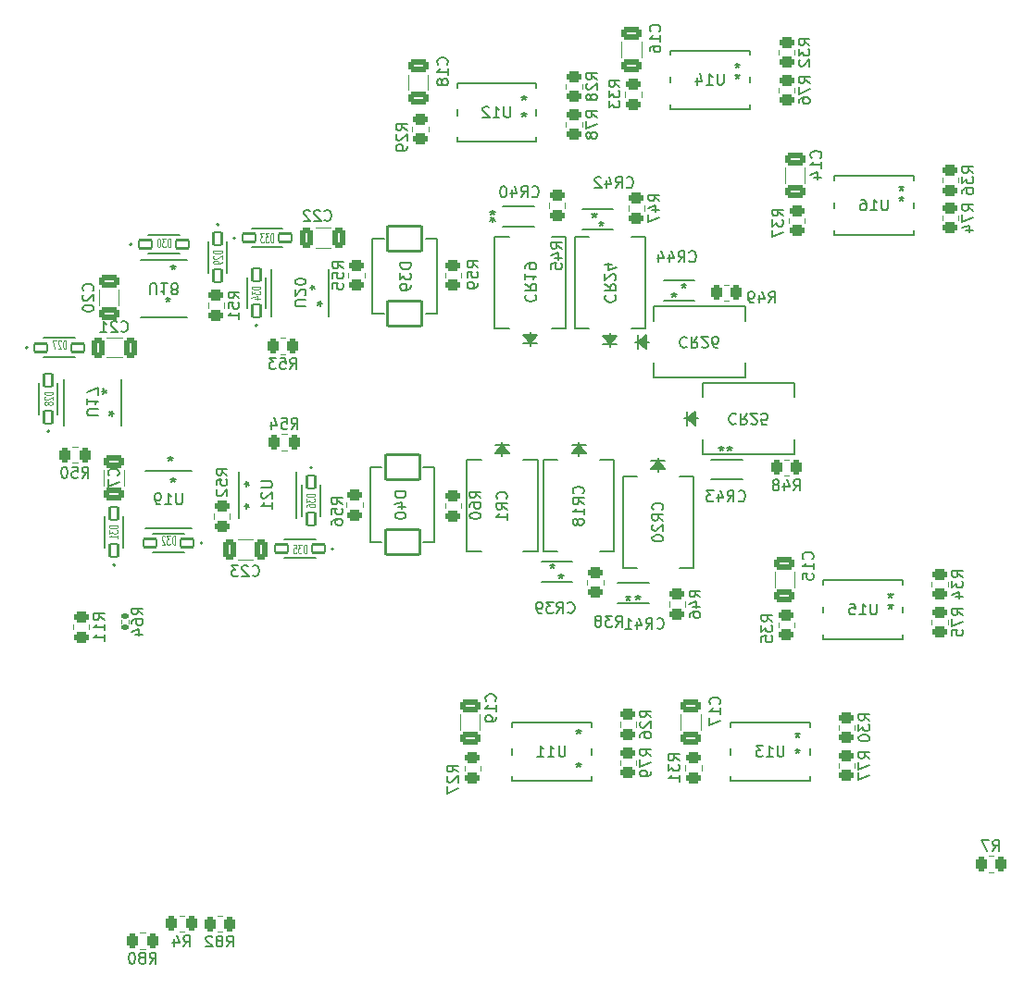
<source format=gbo>
G04 #@! TF.GenerationSoftware,KiCad,Pcbnew,8.0.1*
G04 #@! TF.CreationDate,2024-04-11T19:40:34-05:00*
G04 #@! TF.ProjectId,Backplane,4261636b-706c-4616-9e65-2e6b69636164,rev?*
G04 #@! TF.SameCoordinates,Original*
G04 #@! TF.FileFunction,Legend,Bot*
G04 #@! TF.FilePolarity,Positive*
%FSLAX46Y46*%
G04 Gerber Fmt 4.6, Leading zero omitted, Abs format (unit mm)*
G04 Created by KiCad (PCBNEW 8.0.1) date 2024-04-11 19:40:34*
%MOMM*%
%LPD*%
G01*
G04 APERTURE LIST*
G04 Aperture macros list*
%AMRoundRect*
0 Rectangle with rounded corners*
0 $1 Rounding radius*
0 $2 $3 $4 $5 $6 $7 $8 $9 X,Y pos of 4 corners*
0 Add a 4 corners polygon primitive as box body*
4,1,4,$2,$3,$4,$5,$6,$7,$8,$9,$2,$3,0*
0 Add four circle primitives for the rounded corners*
1,1,$1+$1,$2,$3*
1,1,$1+$1,$4,$5*
1,1,$1+$1,$6,$7*
1,1,$1+$1,$8,$9*
0 Add four rect primitives between the rounded corners*
20,1,$1+$1,$2,$3,$4,$5,0*
20,1,$1+$1,$4,$5,$6,$7,0*
20,1,$1+$1,$6,$7,$8,$9,0*
20,1,$1+$1,$8,$9,$2,$3,0*%
G04 Aperture macros list end*
%ADD10C,0.150000*%
%ADD11C,0.120200*%
%ADD12C,0.152400*%
%ADD13C,0.120000*%
%ADD14C,0.127000*%
%ADD15C,0.200000*%
%ADD16C,2.400000*%
%ADD17RoundRect,0.102000X0.644000X-0.644000X0.644000X0.644000X-0.644000X0.644000X-0.644000X-0.644000X0*%
%ADD18C,1.492000*%
%ADD19C,3.200000*%
%ADD20O,2.200000X2.200000*%
%ADD21R,2.200000X2.200000*%
%ADD22R,1.955800X1.346200*%
%ADD23RoundRect,0.250000X0.450000X-0.262500X0.450000X0.262500X-0.450000X0.262500X-0.450000X-0.262500X0*%
%ADD24RoundRect,0.250000X-0.262500X-0.450000X0.262500X-0.450000X0.262500X0.450000X-0.262500X0.450000X0*%
%ADD25RoundRect,0.102000X1.560000X-1.145000X1.560000X1.145000X-1.560000X1.145000X-1.560000X-1.145000X0*%
%ADD26RoundRect,0.250000X0.650000X-0.325000X0.650000X0.325000X-0.650000X0.325000X-0.650000X-0.325000X0*%
%ADD27RoundRect,0.102000X0.365000X-0.605000X0.365000X0.605000X-0.365000X0.605000X-0.365000X-0.605000X0*%
%ADD28R,0.558800X1.981200*%
%ADD29RoundRect,0.102000X-0.365000X0.605000X-0.365000X-0.605000X0.365000X-0.605000X0.365000X0.605000X0*%
%ADD30RoundRect,0.250000X-0.450000X0.262500X-0.450000X-0.262500X0.450000X-0.262500X0.450000X0.262500X0*%
%ADD31RoundRect,0.250000X-0.325000X-0.650000X0.325000X-0.650000X0.325000X0.650000X-0.325000X0.650000X0*%
%ADD32R,2.184400X3.200400*%
%ADD33RoundRect,0.102000X-0.605000X-0.365000X0.605000X-0.365000X0.605000X0.365000X-0.605000X0.365000X0*%
%ADD34R,1.981200X0.558800*%
%ADD35R,3.200400X2.184400*%
%ADD36RoundRect,0.250000X-0.650000X0.325000X-0.650000X-0.325000X0.650000X-0.325000X0.650000X0.325000X0*%
%ADD37R,1.092200X0.990600*%
%ADD38RoundRect,0.250000X0.262500X0.450000X-0.262500X0.450000X-0.262500X-0.450000X0.262500X-0.450000X0*%
%ADD39RoundRect,0.102000X-1.560000X1.145000X-1.560000X-1.145000X1.560000X-1.145000X1.560000X1.145000X0*%
%ADD40RoundRect,0.102000X0.605000X0.365000X-0.605000X0.365000X-0.605000X-0.365000X0.605000X-0.365000X0*%
%ADD41RoundRect,0.250000X0.325000X0.650000X-0.325000X0.650000X-0.325000X-0.650000X0.325000X-0.650000X0*%
%ADD42RoundRect,0.135000X0.185000X-0.135000X0.185000X0.135000X-0.185000X0.135000X-0.185000X-0.135000X0*%
G04 APERTURE END LIST*
D10*
X197738095Y-59354818D02*
X197738095Y-60164341D01*
X197738095Y-60164341D02*
X197690476Y-60259579D01*
X197690476Y-60259579D02*
X197642857Y-60307199D01*
X197642857Y-60307199D02*
X197547619Y-60354818D01*
X197547619Y-60354818D02*
X197357143Y-60354818D01*
X197357143Y-60354818D02*
X197261905Y-60307199D01*
X197261905Y-60307199D02*
X197214286Y-60259579D01*
X197214286Y-60259579D02*
X197166667Y-60164341D01*
X197166667Y-60164341D02*
X197166667Y-59354818D01*
X196166667Y-60354818D02*
X196738095Y-60354818D01*
X196452381Y-60354818D02*
X196452381Y-59354818D01*
X196452381Y-59354818D02*
X196547619Y-59497675D01*
X196547619Y-59497675D02*
X196642857Y-59592913D01*
X196642857Y-59592913D02*
X196738095Y-59640532D01*
X195785714Y-59450056D02*
X195738095Y-59402437D01*
X195738095Y-59402437D02*
X195642857Y-59354818D01*
X195642857Y-59354818D02*
X195404762Y-59354818D01*
X195404762Y-59354818D02*
X195309524Y-59402437D01*
X195309524Y-59402437D02*
X195261905Y-59450056D01*
X195261905Y-59450056D02*
X195214286Y-59545294D01*
X195214286Y-59545294D02*
X195214286Y-59640532D01*
X195214286Y-59640532D02*
X195261905Y-59783389D01*
X195261905Y-59783389D02*
X195833333Y-60354818D01*
X195833333Y-60354818D02*
X195214286Y-60354818D01*
X199000000Y-59854818D02*
X199000000Y-60092913D01*
X199238095Y-59997675D02*
X199000000Y-60092913D01*
X199000000Y-60092913D02*
X198761905Y-59997675D01*
X199142857Y-60283389D02*
X199000000Y-60092913D01*
X199000000Y-60092913D02*
X198857143Y-60283389D01*
X199000000Y-58354818D02*
X199000000Y-58592913D01*
X199238095Y-58497675D02*
X199000000Y-58592913D01*
X199000000Y-58592913D02*
X198761905Y-58497675D01*
X199142857Y-58783389D02*
X199000000Y-58592913D01*
X199000000Y-58592913D02*
X198857143Y-58783389D01*
X240067917Y-68899641D02*
X239591726Y-68566308D01*
X240067917Y-68328213D02*
X239067917Y-68328213D01*
X239067917Y-68328213D02*
X239067917Y-68709165D01*
X239067917Y-68709165D02*
X239115536Y-68804403D01*
X239115536Y-68804403D02*
X239163155Y-68852022D01*
X239163155Y-68852022D02*
X239258393Y-68899641D01*
X239258393Y-68899641D02*
X239401250Y-68899641D01*
X239401250Y-68899641D02*
X239496488Y-68852022D01*
X239496488Y-68852022D02*
X239544107Y-68804403D01*
X239544107Y-68804403D02*
X239591726Y-68709165D01*
X239591726Y-68709165D02*
X239591726Y-68328213D01*
X239067917Y-69232975D02*
X239067917Y-69899641D01*
X239067917Y-69899641D02*
X240067917Y-69471070D01*
X239401250Y-70709165D02*
X240067917Y-70709165D01*
X239020298Y-70471070D02*
X239734583Y-70232975D01*
X239734583Y-70232975D02*
X239734583Y-70852022D01*
X221376108Y-77297786D02*
X221709441Y-76821595D01*
X221947536Y-77297786D02*
X221947536Y-76297786D01*
X221947536Y-76297786D02*
X221566584Y-76297786D01*
X221566584Y-76297786D02*
X221471346Y-76345405D01*
X221471346Y-76345405D02*
X221423727Y-76393024D01*
X221423727Y-76393024D02*
X221376108Y-76488262D01*
X221376108Y-76488262D02*
X221376108Y-76631119D01*
X221376108Y-76631119D02*
X221423727Y-76726357D01*
X221423727Y-76726357D02*
X221471346Y-76773976D01*
X221471346Y-76773976D02*
X221566584Y-76821595D01*
X221566584Y-76821595D02*
X221947536Y-76821595D01*
X220518965Y-76631119D02*
X220518965Y-77297786D01*
X220757060Y-76250167D02*
X220995155Y-76964452D01*
X220995155Y-76964452D02*
X220376108Y-76964452D01*
X219947536Y-77297786D02*
X219757060Y-77297786D01*
X219757060Y-77297786D02*
X219661822Y-77250167D01*
X219661822Y-77250167D02*
X219614203Y-77202547D01*
X219614203Y-77202547D02*
X219518965Y-77059690D01*
X219518965Y-77059690D02*
X219471346Y-76869214D01*
X219471346Y-76869214D02*
X219471346Y-76488262D01*
X219471346Y-76488262D02*
X219518965Y-76393024D01*
X219518965Y-76393024D02*
X219566584Y-76345405D01*
X219566584Y-76345405D02*
X219661822Y-76297786D01*
X219661822Y-76297786D02*
X219852298Y-76297786D01*
X219852298Y-76297786D02*
X219947536Y-76345405D01*
X219947536Y-76345405D02*
X219995155Y-76393024D01*
X219995155Y-76393024D02*
X220042774Y-76488262D01*
X220042774Y-76488262D02*
X220042774Y-76726357D01*
X220042774Y-76726357D02*
X219995155Y-76821595D01*
X219995155Y-76821595D02*
X219947536Y-76869214D01*
X219947536Y-76869214D02*
X219852298Y-76916833D01*
X219852298Y-76916833D02*
X219661822Y-76916833D01*
X219661822Y-76916833D02*
X219566584Y-76869214D01*
X219566584Y-76869214D02*
X219518965Y-76821595D01*
X219518965Y-76821595D02*
X219471346Y-76726357D01*
X188180223Y-94600111D02*
X187180223Y-94600111D01*
X187180223Y-94600111D02*
X187180223Y-94838206D01*
X187180223Y-94838206D02*
X187227842Y-94981063D01*
X187227842Y-94981063D02*
X187323080Y-95076301D01*
X187323080Y-95076301D02*
X187418318Y-95123920D01*
X187418318Y-95123920D02*
X187608794Y-95171539D01*
X187608794Y-95171539D02*
X187751651Y-95171539D01*
X187751651Y-95171539D02*
X187942127Y-95123920D01*
X187942127Y-95123920D02*
X188037365Y-95076301D01*
X188037365Y-95076301D02*
X188132604Y-94981063D01*
X188132604Y-94981063D02*
X188180223Y-94838206D01*
X188180223Y-94838206D02*
X188180223Y-94600111D01*
X187513556Y-96028682D02*
X188180223Y-96028682D01*
X187132604Y-95790587D02*
X187846889Y-95552492D01*
X187846889Y-95552492D02*
X187846889Y-96171539D01*
X187180223Y-96742968D02*
X187180223Y-96838206D01*
X187180223Y-96838206D02*
X187227842Y-96933444D01*
X187227842Y-96933444D02*
X187275461Y-96981063D01*
X187275461Y-96981063D02*
X187370699Y-97028682D01*
X187370699Y-97028682D02*
X187561175Y-97076301D01*
X187561175Y-97076301D02*
X187799270Y-97076301D01*
X187799270Y-97076301D02*
X187989746Y-97028682D01*
X187989746Y-97028682D02*
X188084984Y-96981063D01*
X188084984Y-96981063D02*
X188132604Y-96933444D01*
X188132604Y-96933444D02*
X188180223Y-96838206D01*
X188180223Y-96838206D02*
X188180223Y-96742968D01*
X188180223Y-96742968D02*
X188132604Y-96647730D01*
X188132604Y-96647730D02*
X188084984Y-96600111D01*
X188084984Y-96600111D02*
X187989746Y-96552492D01*
X187989746Y-96552492D02*
X187799270Y-96504873D01*
X187799270Y-96504873D02*
X187561175Y-96504873D01*
X187561175Y-96504873D02*
X187370699Y-96552492D01*
X187370699Y-96552492D02*
X187275461Y-96600111D01*
X187275461Y-96600111D02*
X187227842Y-96647730D01*
X187227842Y-96647730D02*
X187180223Y-96742968D01*
X225359581Y-100757141D02*
X225407201Y-100709522D01*
X225407201Y-100709522D02*
X225454820Y-100566665D01*
X225454820Y-100566665D02*
X225454820Y-100471427D01*
X225454820Y-100471427D02*
X225407201Y-100328570D01*
X225407201Y-100328570D02*
X225311962Y-100233332D01*
X225311962Y-100233332D02*
X225216724Y-100185713D01*
X225216724Y-100185713D02*
X225026248Y-100138094D01*
X225026248Y-100138094D02*
X224883391Y-100138094D01*
X224883391Y-100138094D02*
X224692915Y-100185713D01*
X224692915Y-100185713D02*
X224597677Y-100233332D01*
X224597677Y-100233332D02*
X224502439Y-100328570D01*
X224502439Y-100328570D02*
X224454820Y-100471427D01*
X224454820Y-100471427D02*
X224454820Y-100566665D01*
X224454820Y-100566665D02*
X224502439Y-100709522D01*
X224502439Y-100709522D02*
X224550058Y-100757141D01*
X225454820Y-101709522D02*
X225454820Y-101138094D01*
X225454820Y-101423808D02*
X224454820Y-101423808D01*
X224454820Y-101423808D02*
X224597677Y-101328570D01*
X224597677Y-101328570D02*
X224692915Y-101233332D01*
X224692915Y-101233332D02*
X224740534Y-101138094D01*
X224454820Y-102614284D02*
X224454820Y-102138094D01*
X224454820Y-102138094D02*
X224931010Y-102090475D01*
X224931010Y-102090475D02*
X224883391Y-102138094D01*
X224883391Y-102138094D02*
X224835772Y-102233332D01*
X224835772Y-102233332D02*
X224835772Y-102471427D01*
X224835772Y-102471427D02*
X224883391Y-102566665D01*
X224883391Y-102566665D02*
X224931010Y-102614284D01*
X224931010Y-102614284D02*
X225026248Y-102661903D01*
X225026248Y-102661903D02*
X225264343Y-102661903D01*
X225264343Y-102661903D02*
X225359581Y-102614284D01*
X225359581Y-102614284D02*
X225407201Y-102566665D01*
X225407201Y-102566665D02*
X225454820Y-102471427D01*
X225454820Y-102471427D02*
X225454820Y-102233332D01*
X225454820Y-102233332D02*
X225407201Y-102138094D01*
X225407201Y-102138094D02*
X225359581Y-102090475D01*
X158577885Y-93349479D02*
X158911218Y-92873288D01*
X159149313Y-93349479D02*
X159149313Y-92349479D01*
X159149313Y-92349479D02*
X158768361Y-92349479D01*
X158768361Y-92349479D02*
X158673123Y-92397098D01*
X158673123Y-92397098D02*
X158625504Y-92444717D01*
X158625504Y-92444717D02*
X158577885Y-92539955D01*
X158577885Y-92539955D02*
X158577885Y-92682812D01*
X158577885Y-92682812D02*
X158625504Y-92778050D01*
X158625504Y-92778050D02*
X158673123Y-92825669D01*
X158673123Y-92825669D02*
X158768361Y-92873288D01*
X158768361Y-92873288D02*
X159149313Y-92873288D01*
X157673123Y-92349479D02*
X158149313Y-92349479D01*
X158149313Y-92349479D02*
X158196932Y-92825669D01*
X158196932Y-92825669D02*
X158149313Y-92778050D01*
X158149313Y-92778050D02*
X158054075Y-92730431D01*
X158054075Y-92730431D02*
X157815980Y-92730431D01*
X157815980Y-92730431D02*
X157720742Y-92778050D01*
X157720742Y-92778050D02*
X157673123Y-92825669D01*
X157673123Y-92825669D02*
X157625504Y-92920907D01*
X157625504Y-92920907D02*
X157625504Y-93159002D01*
X157625504Y-93159002D02*
X157673123Y-93254240D01*
X157673123Y-93254240D02*
X157720742Y-93301860D01*
X157720742Y-93301860D02*
X157815980Y-93349479D01*
X157815980Y-93349479D02*
X158054075Y-93349479D01*
X158054075Y-93349479D02*
X158149313Y-93301860D01*
X158149313Y-93301860D02*
X158196932Y-93254240D01*
X157006456Y-92349479D02*
X156911218Y-92349479D01*
X156911218Y-92349479D02*
X156815980Y-92397098D01*
X156815980Y-92397098D02*
X156768361Y-92444717D01*
X156768361Y-92444717D02*
X156720742Y-92539955D01*
X156720742Y-92539955D02*
X156673123Y-92730431D01*
X156673123Y-92730431D02*
X156673123Y-92968526D01*
X156673123Y-92968526D02*
X156720742Y-93159002D01*
X156720742Y-93159002D02*
X156768361Y-93254240D01*
X156768361Y-93254240D02*
X156815980Y-93301860D01*
X156815980Y-93301860D02*
X156911218Y-93349479D01*
X156911218Y-93349479D02*
X157006456Y-93349479D01*
X157006456Y-93349479D02*
X157101694Y-93301860D01*
X157101694Y-93301860D02*
X157149313Y-93254240D01*
X157149313Y-93254240D02*
X157196932Y-93159002D01*
X157196932Y-93159002D02*
X157244551Y-92968526D01*
X157244551Y-92968526D02*
X157244551Y-92730431D01*
X157244551Y-92730431D02*
X157196932Y-92539955D01*
X157196932Y-92539955D02*
X157149313Y-92444717D01*
X157149313Y-92444717D02*
X157101694Y-92397098D01*
X157101694Y-92397098D02*
X157006456Y-92349479D01*
X239114272Y-105907186D02*
X238638081Y-105573853D01*
X239114272Y-105335758D02*
X238114272Y-105335758D01*
X238114272Y-105335758D02*
X238114272Y-105716710D01*
X238114272Y-105716710D02*
X238161891Y-105811948D01*
X238161891Y-105811948D02*
X238209510Y-105859567D01*
X238209510Y-105859567D02*
X238304748Y-105907186D01*
X238304748Y-105907186D02*
X238447605Y-105907186D01*
X238447605Y-105907186D02*
X238542843Y-105859567D01*
X238542843Y-105859567D02*
X238590462Y-105811948D01*
X238590462Y-105811948D02*
X238638081Y-105716710D01*
X238638081Y-105716710D02*
X238638081Y-105335758D01*
X238114272Y-106240520D02*
X238114272Y-106907186D01*
X238114272Y-106907186D02*
X239114272Y-106478615D01*
X238114272Y-107764329D02*
X238114272Y-107288139D01*
X238114272Y-107288139D02*
X238590462Y-107240520D01*
X238590462Y-107240520D02*
X238542843Y-107288139D01*
X238542843Y-107288139D02*
X238495224Y-107383377D01*
X238495224Y-107383377D02*
X238495224Y-107621472D01*
X238495224Y-107621472D02*
X238542843Y-107716710D01*
X238542843Y-107716710D02*
X238590462Y-107764329D01*
X238590462Y-107764329D02*
X238685700Y-107811948D01*
X238685700Y-107811948D02*
X238923795Y-107811948D01*
X238923795Y-107811948D02*
X239019033Y-107764329D01*
X239019033Y-107764329D02*
X239066653Y-107716710D01*
X239066653Y-107716710D02*
X239114272Y-107621472D01*
X239114272Y-107621472D02*
X239114272Y-107383377D01*
X239114272Y-107383377D02*
X239066653Y-107288139D01*
X239066653Y-107288139D02*
X239019033Y-107240520D01*
D11*
X174863845Y-75816170D02*
X174063845Y-75816170D01*
X174063845Y-75816170D02*
X174063845Y-75930646D01*
X174063845Y-75930646D02*
X174101940Y-75999332D01*
X174101940Y-75999332D02*
X174178130Y-76045122D01*
X174178130Y-76045122D02*
X174254321Y-76068017D01*
X174254321Y-76068017D02*
X174406702Y-76090913D01*
X174406702Y-76090913D02*
X174520988Y-76090913D01*
X174520988Y-76090913D02*
X174673369Y-76068017D01*
X174673369Y-76068017D02*
X174749559Y-76045122D01*
X174749559Y-76045122D02*
X174825750Y-75999332D01*
X174825750Y-75999332D02*
X174863845Y-75930646D01*
X174863845Y-75930646D02*
X174863845Y-75816170D01*
X174063845Y-76251179D02*
X174063845Y-76548817D01*
X174063845Y-76548817D02*
X174368607Y-76388551D01*
X174368607Y-76388551D02*
X174368607Y-76457236D01*
X174368607Y-76457236D02*
X174406702Y-76503027D01*
X174406702Y-76503027D02*
X174444797Y-76525922D01*
X174444797Y-76525922D02*
X174520988Y-76548817D01*
X174520988Y-76548817D02*
X174711464Y-76548817D01*
X174711464Y-76548817D02*
X174787654Y-76525922D01*
X174787654Y-76525922D02*
X174825750Y-76503027D01*
X174825750Y-76503027D02*
X174863845Y-76457236D01*
X174863845Y-76457236D02*
X174863845Y-76319865D01*
X174863845Y-76319865D02*
X174825750Y-76274074D01*
X174825750Y-76274074D02*
X174787654Y-76251179D01*
X174330511Y-76960932D02*
X174863845Y-76960932D01*
X174025750Y-76846456D02*
X174597178Y-76731979D01*
X174597178Y-76731979D02*
X174597178Y-77029618D01*
D10*
X160045181Y-87638093D02*
X159235658Y-87638093D01*
X159235658Y-87638093D02*
X159140420Y-87590474D01*
X159140420Y-87590474D02*
X159092801Y-87542855D01*
X159092801Y-87542855D02*
X159045181Y-87447617D01*
X159045181Y-87447617D02*
X159045181Y-87257141D01*
X159045181Y-87257141D02*
X159092801Y-87161903D01*
X159092801Y-87161903D02*
X159140420Y-87114284D01*
X159140420Y-87114284D02*
X159235658Y-87066665D01*
X159235658Y-87066665D02*
X160045181Y-87066665D01*
X159045181Y-86066665D02*
X159045181Y-86638093D01*
X159045181Y-86352379D02*
X160045181Y-86352379D01*
X160045181Y-86352379D02*
X159902324Y-86447617D01*
X159902324Y-86447617D02*
X159807086Y-86542855D01*
X159807086Y-86542855D02*
X159759467Y-86638093D01*
X160045181Y-85733331D02*
X160045181Y-85066665D01*
X160045181Y-85066665D02*
X159045181Y-85495236D01*
X161450181Y-87436198D02*
X161212086Y-87436198D01*
X161307324Y-87674293D02*
X161212086Y-87436198D01*
X161212086Y-87436198D02*
X161307324Y-87198103D01*
X161021610Y-87579055D02*
X161212086Y-87436198D01*
X161212086Y-87436198D02*
X161021610Y-87293341D01*
X160359820Y-85436199D02*
X160597915Y-85436199D01*
X160502677Y-85198104D02*
X160597915Y-85436199D01*
X160597915Y-85436199D02*
X160502677Y-85674294D01*
X160788391Y-85293342D02*
X160597915Y-85436199D01*
X160597915Y-85436199D02*
X160788391Y-85579056D01*
D11*
X171356091Y-72563267D02*
X170556091Y-72563267D01*
X170556091Y-72563267D02*
X170556091Y-72677743D01*
X170556091Y-72677743D02*
X170594186Y-72746429D01*
X170594186Y-72746429D02*
X170670376Y-72792219D01*
X170670376Y-72792219D02*
X170746567Y-72815114D01*
X170746567Y-72815114D02*
X170898948Y-72838010D01*
X170898948Y-72838010D02*
X171013234Y-72838010D01*
X171013234Y-72838010D02*
X171165615Y-72815114D01*
X171165615Y-72815114D02*
X171241805Y-72792219D01*
X171241805Y-72792219D02*
X171317996Y-72746429D01*
X171317996Y-72746429D02*
X171356091Y-72677743D01*
X171356091Y-72677743D02*
X171356091Y-72563267D01*
X170632281Y-73021171D02*
X170594186Y-73044067D01*
X170594186Y-73044067D02*
X170556091Y-73089857D01*
X170556091Y-73089857D02*
X170556091Y-73204333D01*
X170556091Y-73204333D02*
X170594186Y-73250124D01*
X170594186Y-73250124D02*
X170632281Y-73273019D01*
X170632281Y-73273019D02*
X170708472Y-73295914D01*
X170708472Y-73295914D02*
X170784662Y-73295914D01*
X170784662Y-73295914D02*
X170898948Y-73273019D01*
X170898948Y-73273019D02*
X171356091Y-72998276D01*
X171356091Y-72998276D02*
X171356091Y-73295914D01*
X171356091Y-73524867D02*
X171356091Y-73616448D01*
X171356091Y-73616448D02*
X171317996Y-73662238D01*
X171317996Y-73662238D02*
X171279900Y-73685134D01*
X171279900Y-73685134D02*
X171165615Y-73730924D01*
X171165615Y-73730924D02*
X171013234Y-73753819D01*
X171013234Y-73753819D02*
X170708472Y-73753819D01*
X170708472Y-73753819D02*
X170632281Y-73730924D01*
X170632281Y-73730924D02*
X170594186Y-73708029D01*
X170594186Y-73708029D02*
X170556091Y-73662238D01*
X170556091Y-73662238D02*
X170556091Y-73570657D01*
X170556091Y-73570657D02*
X170594186Y-73524867D01*
X170594186Y-73524867D02*
X170632281Y-73501972D01*
X170632281Y-73501972D02*
X170708472Y-73479076D01*
X170708472Y-73479076D02*
X170898948Y-73479076D01*
X170898948Y-73479076D02*
X170975138Y-73501972D01*
X170975138Y-73501972D02*
X171013234Y-73524867D01*
X171013234Y-73524867D02*
X171051329Y-73570657D01*
X171051329Y-73570657D02*
X171051329Y-73662238D01*
X171051329Y-73662238D02*
X171013234Y-73708029D01*
X171013234Y-73708029D02*
X170975138Y-73730924D01*
X170975138Y-73730924D02*
X170898948Y-73753819D01*
D10*
X225104820Y-53757141D02*
X224628629Y-53423808D01*
X225104820Y-53185713D02*
X224104820Y-53185713D01*
X224104820Y-53185713D02*
X224104820Y-53566665D01*
X224104820Y-53566665D02*
X224152439Y-53661903D01*
X224152439Y-53661903D02*
X224200058Y-53709522D01*
X224200058Y-53709522D02*
X224295296Y-53757141D01*
X224295296Y-53757141D02*
X224438153Y-53757141D01*
X224438153Y-53757141D02*
X224533391Y-53709522D01*
X224533391Y-53709522D02*
X224581010Y-53661903D01*
X224581010Y-53661903D02*
X224628629Y-53566665D01*
X224628629Y-53566665D02*
X224628629Y-53185713D01*
X224104820Y-54090475D02*
X224104820Y-54709522D01*
X224104820Y-54709522D02*
X224485772Y-54376189D01*
X224485772Y-54376189D02*
X224485772Y-54519046D01*
X224485772Y-54519046D02*
X224533391Y-54614284D01*
X224533391Y-54614284D02*
X224581010Y-54661903D01*
X224581010Y-54661903D02*
X224676248Y-54709522D01*
X224676248Y-54709522D02*
X224914343Y-54709522D01*
X224914343Y-54709522D02*
X225009581Y-54661903D01*
X225009581Y-54661903D02*
X225057201Y-54614284D01*
X225057201Y-54614284D02*
X225104820Y-54519046D01*
X225104820Y-54519046D02*
X225104820Y-54233332D01*
X225104820Y-54233332D02*
X225057201Y-54138094D01*
X225057201Y-54138094D02*
X225009581Y-54090475D01*
X224200058Y-55090475D02*
X224152439Y-55138094D01*
X224152439Y-55138094D02*
X224104820Y-55233332D01*
X224104820Y-55233332D02*
X224104820Y-55471427D01*
X224104820Y-55471427D02*
X224152439Y-55566665D01*
X224152439Y-55566665D02*
X224200058Y-55614284D01*
X224200058Y-55614284D02*
X224295296Y-55661903D01*
X224295296Y-55661903D02*
X224390534Y-55661903D01*
X224390534Y-55661903D02*
X224533391Y-55614284D01*
X224533391Y-55614284D02*
X225104820Y-55042856D01*
X225104820Y-55042856D02*
X225104820Y-55661903D01*
X221699555Y-106473972D02*
X221223364Y-106140639D01*
X221699555Y-105902544D02*
X220699555Y-105902544D01*
X220699555Y-105902544D02*
X220699555Y-106283496D01*
X220699555Y-106283496D02*
X220747174Y-106378734D01*
X220747174Y-106378734D02*
X220794793Y-106426353D01*
X220794793Y-106426353D02*
X220890031Y-106473972D01*
X220890031Y-106473972D02*
X221032888Y-106473972D01*
X221032888Y-106473972D02*
X221128126Y-106426353D01*
X221128126Y-106426353D02*
X221175745Y-106378734D01*
X221175745Y-106378734D02*
X221223364Y-106283496D01*
X221223364Y-106283496D02*
X221223364Y-105902544D01*
X220699555Y-106807306D02*
X220699555Y-107426353D01*
X220699555Y-107426353D02*
X221080507Y-107093020D01*
X221080507Y-107093020D02*
X221080507Y-107235877D01*
X221080507Y-107235877D02*
X221128126Y-107331115D01*
X221128126Y-107331115D02*
X221175745Y-107378734D01*
X221175745Y-107378734D02*
X221270983Y-107426353D01*
X221270983Y-107426353D02*
X221509078Y-107426353D01*
X221509078Y-107426353D02*
X221604316Y-107378734D01*
X221604316Y-107378734D02*
X221651936Y-107331115D01*
X221651936Y-107331115D02*
X221699555Y-107235877D01*
X221699555Y-107235877D02*
X221699555Y-106950163D01*
X221699555Y-106950163D02*
X221651936Y-106854925D01*
X221651936Y-106854925D02*
X221604316Y-106807306D01*
X220699555Y-108331115D02*
X220699555Y-107854925D01*
X220699555Y-107854925D02*
X221175745Y-107807306D01*
X221175745Y-107807306D02*
X221128126Y-107854925D01*
X221128126Y-107854925D02*
X221080507Y-107950163D01*
X221080507Y-107950163D02*
X221080507Y-108188258D01*
X221080507Y-108188258D02*
X221128126Y-108283496D01*
X221128126Y-108283496D02*
X221175745Y-108331115D01*
X221175745Y-108331115D02*
X221270983Y-108378734D01*
X221270983Y-108378734D02*
X221509078Y-108378734D01*
X221509078Y-108378734D02*
X221604316Y-108331115D01*
X221604316Y-108331115D02*
X221651936Y-108283496D01*
X221651936Y-108283496D02*
X221699555Y-108188258D01*
X221699555Y-108188258D02*
X221699555Y-107950163D01*
X221699555Y-107950163D02*
X221651936Y-107854925D01*
X221651936Y-107854925D02*
X221604316Y-107807306D01*
X232238095Y-67854818D02*
X232238095Y-68664341D01*
X232238095Y-68664341D02*
X232190476Y-68759579D01*
X232190476Y-68759579D02*
X232142857Y-68807199D01*
X232142857Y-68807199D02*
X232047619Y-68854818D01*
X232047619Y-68854818D02*
X231857143Y-68854818D01*
X231857143Y-68854818D02*
X231761905Y-68807199D01*
X231761905Y-68807199D02*
X231714286Y-68759579D01*
X231714286Y-68759579D02*
X231666667Y-68664341D01*
X231666667Y-68664341D02*
X231666667Y-67854818D01*
X230666667Y-68854818D02*
X231238095Y-68854818D01*
X230952381Y-68854818D02*
X230952381Y-67854818D01*
X230952381Y-67854818D02*
X231047619Y-67997675D01*
X231047619Y-67997675D02*
X231142857Y-68092913D01*
X231142857Y-68092913D02*
X231238095Y-68140532D01*
X229809524Y-67854818D02*
X230000000Y-67854818D01*
X230000000Y-67854818D02*
X230095238Y-67902437D01*
X230095238Y-67902437D02*
X230142857Y-67950056D01*
X230142857Y-67950056D02*
X230238095Y-68092913D01*
X230238095Y-68092913D02*
X230285714Y-68283389D01*
X230285714Y-68283389D02*
X230285714Y-68664341D01*
X230285714Y-68664341D02*
X230238095Y-68759579D01*
X230238095Y-68759579D02*
X230190476Y-68807199D01*
X230190476Y-68807199D02*
X230095238Y-68854818D01*
X230095238Y-68854818D02*
X229904762Y-68854818D01*
X229904762Y-68854818D02*
X229809524Y-68807199D01*
X229809524Y-68807199D02*
X229761905Y-68759579D01*
X229761905Y-68759579D02*
X229714286Y-68664341D01*
X229714286Y-68664341D02*
X229714286Y-68426246D01*
X229714286Y-68426246D02*
X229761905Y-68331008D01*
X229761905Y-68331008D02*
X229809524Y-68283389D01*
X229809524Y-68283389D02*
X229904762Y-68235770D01*
X229904762Y-68235770D02*
X230095238Y-68235770D01*
X230095238Y-68235770D02*
X230190476Y-68283389D01*
X230190476Y-68283389D02*
X230238095Y-68331008D01*
X230238095Y-68331008D02*
X230285714Y-68426246D01*
X233500000Y-66584818D02*
X233500000Y-66822913D01*
X233738095Y-66727675D02*
X233500000Y-66822913D01*
X233500000Y-66822913D02*
X233261905Y-66727675D01*
X233642857Y-67013389D02*
X233500000Y-66822913D01*
X233500000Y-66822913D02*
X233357143Y-67013389D01*
X233500000Y-67584818D02*
X233500000Y-67822913D01*
X233738095Y-67727675D02*
X233500000Y-67822913D01*
X233500000Y-67822913D02*
X233261905Y-67727675D01*
X233642857Y-68013389D02*
X233500000Y-67822913D01*
X233500000Y-67822913D02*
X233357143Y-68013389D01*
X207385781Y-106971358D02*
X207719114Y-106495167D01*
X207957209Y-106971358D02*
X207957209Y-105971358D01*
X207957209Y-105971358D02*
X207576257Y-105971358D01*
X207576257Y-105971358D02*
X207481019Y-106018977D01*
X207481019Y-106018977D02*
X207433400Y-106066596D01*
X207433400Y-106066596D02*
X207385781Y-106161834D01*
X207385781Y-106161834D02*
X207385781Y-106304691D01*
X207385781Y-106304691D02*
X207433400Y-106399929D01*
X207433400Y-106399929D02*
X207481019Y-106447548D01*
X207481019Y-106447548D02*
X207576257Y-106495167D01*
X207576257Y-106495167D02*
X207957209Y-106495167D01*
X207052447Y-105971358D02*
X206433400Y-105971358D01*
X206433400Y-105971358D02*
X206766733Y-106352310D01*
X206766733Y-106352310D02*
X206623876Y-106352310D01*
X206623876Y-106352310D02*
X206528638Y-106399929D01*
X206528638Y-106399929D02*
X206481019Y-106447548D01*
X206481019Y-106447548D02*
X206433400Y-106542786D01*
X206433400Y-106542786D02*
X206433400Y-106780881D01*
X206433400Y-106780881D02*
X206481019Y-106876119D01*
X206481019Y-106876119D02*
X206528638Y-106923739D01*
X206528638Y-106923739D02*
X206623876Y-106971358D01*
X206623876Y-106971358D02*
X206909590Y-106971358D01*
X206909590Y-106971358D02*
X207004828Y-106923739D01*
X207004828Y-106923739D02*
X207052447Y-106876119D01*
X205861971Y-106399929D02*
X205957209Y-106352310D01*
X205957209Y-106352310D02*
X206004828Y-106304691D01*
X206004828Y-106304691D02*
X206052447Y-106209453D01*
X206052447Y-106209453D02*
X206052447Y-106161834D01*
X206052447Y-106161834D02*
X206004828Y-106066596D01*
X206004828Y-106066596D02*
X205957209Y-106018977D01*
X205957209Y-106018977D02*
X205861971Y-105971358D01*
X205861971Y-105971358D02*
X205671495Y-105971358D01*
X205671495Y-105971358D02*
X205576257Y-106018977D01*
X205576257Y-106018977D02*
X205528638Y-106066596D01*
X205528638Y-106066596D02*
X205481019Y-106161834D01*
X205481019Y-106161834D02*
X205481019Y-106209453D01*
X205481019Y-106209453D02*
X205528638Y-106304691D01*
X205528638Y-106304691D02*
X205576257Y-106352310D01*
X205576257Y-106352310D02*
X205671495Y-106399929D01*
X205671495Y-106399929D02*
X205861971Y-106399929D01*
X205861971Y-106399929D02*
X205957209Y-106447548D01*
X205957209Y-106447548D02*
X206004828Y-106495167D01*
X206004828Y-106495167D02*
X206052447Y-106590405D01*
X206052447Y-106590405D02*
X206052447Y-106780881D01*
X206052447Y-106780881D02*
X206004828Y-106876119D01*
X206004828Y-106876119D02*
X205957209Y-106923739D01*
X205957209Y-106923739D02*
X205861971Y-106971358D01*
X205861971Y-106971358D02*
X205671495Y-106971358D01*
X205671495Y-106971358D02*
X205576257Y-106923739D01*
X205576257Y-106923739D02*
X205528638Y-106876119D01*
X205528638Y-106876119D02*
X205481019Y-106780881D01*
X205481019Y-106780881D02*
X205481019Y-106590405D01*
X205481019Y-106590405D02*
X205528638Y-106495167D01*
X205528638Y-106495167D02*
X205576257Y-106447548D01*
X205576257Y-106447548D02*
X205671495Y-106399929D01*
X223642858Y-94504818D02*
X223976191Y-94028627D01*
X224214286Y-94504818D02*
X224214286Y-93504818D01*
X224214286Y-93504818D02*
X223833334Y-93504818D01*
X223833334Y-93504818D02*
X223738096Y-93552437D01*
X223738096Y-93552437D02*
X223690477Y-93600056D01*
X223690477Y-93600056D02*
X223642858Y-93695294D01*
X223642858Y-93695294D02*
X223642858Y-93838151D01*
X223642858Y-93838151D02*
X223690477Y-93933389D01*
X223690477Y-93933389D02*
X223738096Y-93981008D01*
X223738096Y-93981008D02*
X223833334Y-94028627D01*
X223833334Y-94028627D02*
X224214286Y-94028627D01*
X222785715Y-93838151D02*
X222785715Y-94504818D01*
X223023810Y-93457199D02*
X223261905Y-94171484D01*
X223261905Y-94171484D02*
X222642858Y-94171484D01*
X222119048Y-93933389D02*
X222214286Y-93885770D01*
X222214286Y-93885770D02*
X222261905Y-93838151D01*
X222261905Y-93838151D02*
X222309524Y-93742913D01*
X222309524Y-93742913D02*
X222309524Y-93695294D01*
X222309524Y-93695294D02*
X222261905Y-93600056D01*
X222261905Y-93600056D02*
X222214286Y-93552437D01*
X222214286Y-93552437D02*
X222119048Y-93504818D01*
X222119048Y-93504818D02*
X221928572Y-93504818D01*
X221928572Y-93504818D02*
X221833334Y-93552437D01*
X221833334Y-93552437D02*
X221785715Y-93600056D01*
X221785715Y-93600056D02*
X221738096Y-93695294D01*
X221738096Y-93695294D02*
X221738096Y-93742913D01*
X221738096Y-93742913D02*
X221785715Y-93838151D01*
X221785715Y-93838151D02*
X221833334Y-93885770D01*
X221833334Y-93885770D02*
X221928572Y-93933389D01*
X221928572Y-93933389D02*
X222119048Y-93933389D01*
X222119048Y-93933389D02*
X222214286Y-93981008D01*
X222214286Y-93981008D02*
X222261905Y-94028627D01*
X222261905Y-94028627D02*
X222309524Y-94123865D01*
X222309524Y-94123865D02*
X222309524Y-94314341D01*
X222309524Y-94314341D02*
X222261905Y-94409579D01*
X222261905Y-94409579D02*
X222214286Y-94457199D01*
X222214286Y-94457199D02*
X222119048Y-94504818D01*
X222119048Y-94504818D02*
X221928572Y-94504818D01*
X221928572Y-94504818D02*
X221833334Y-94457199D01*
X221833334Y-94457199D02*
X221785715Y-94409579D01*
X221785715Y-94409579D02*
X221738096Y-94314341D01*
X221738096Y-94314341D02*
X221738096Y-94123865D01*
X221738096Y-94123865D02*
X221785715Y-94028627D01*
X221785715Y-94028627D02*
X221833334Y-93981008D01*
X221833334Y-93981008D02*
X221928572Y-93933389D01*
X202454819Y-72357142D02*
X201978628Y-72023809D01*
X202454819Y-71785714D02*
X201454819Y-71785714D01*
X201454819Y-71785714D02*
X201454819Y-72166666D01*
X201454819Y-72166666D02*
X201502438Y-72261904D01*
X201502438Y-72261904D02*
X201550057Y-72309523D01*
X201550057Y-72309523D02*
X201645295Y-72357142D01*
X201645295Y-72357142D02*
X201788152Y-72357142D01*
X201788152Y-72357142D02*
X201883390Y-72309523D01*
X201883390Y-72309523D02*
X201931009Y-72261904D01*
X201931009Y-72261904D02*
X201978628Y-72166666D01*
X201978628Y-72166666D02*
X201978628Y-71785714D01*
X201788152Y-73214285D02*
X202454819Y-73214285D01*
X201407200Y-72976190D02*
X202121485Y-72738095D01*
X202121485Y-72738095D02*
X202121485Y-73357142D01*
X201454819Y-74214285D02*
X201454819Y-73738095D01*
X201454819Y-73738095D02*
X201931009Y-73690476D01*
X201931009Y-73690476D02*
X201883390Y-73738095D01*
X201883390Y-73738095D02*
X201835771Y-73833333D01*
X201835771Y-73833333D02*
X201835771Y-74071428D01*
X201835771Y-74071428D02*
X201883390Y-74166666D01*
X201883390Y-74166666D02*
X201931009Y-74214285D01*
X201931009Y-74214285D02*
X202026247Y-74261904D01*
X202026247Y-74261904D02*
X202264342Y-74261904D01*
X202264342Y-74261904D02*
X202359580Y-74214285D01*
X202359580Y-74214285D02*
X202407200Y-74166666D01*
X202407200Y-74166666D02*
X202454819Y-74071428D01*
X202454819Y-74071428D02*
X202454819Y-73833333D01*
X202454819Y-73833333D02*
X202407200Y-73738095D01*
X202407200Y-73738095D02*
X202359580Y-73690476D01*
X211375144Y-68003599D02*
X210898953Y-67670266D01*
X211375144Y-67432171D02*
X210375144Y-67432171D01*
X210375144Y-67432171D02*
X210375144Y-67813123D01*
X210375144Y-67813123D02*
X210422763Y-67908361D01*
X210422763Y-67908361D02*
X210470382Y-67955980D01*
X210470382Y-67955980D02*
X210565620Y-68003599D01*
X210565620Y-68003599D02*
X210708477Y-68003599D01*
X210708477Y-68003599D02*
X210803715Y-67955980D01*
X210803715Y-67955980D02*
X210851334Y-67908361D01*
X210851334Y-67908361D02*
X210898953Y-67813123D01*
X210898953Y-67813123D02*
X210898953Y-67432171D01*
X210708477Y-68860742D02*
X211375144Y-68860742D01*
X210327525Y-68622647D02*
X211041810Y-68384552D01*
X211041810Y-68384552D02*
X211041810Y-69003599D01*
X210375144Y-69289314D02*
X210375144Y-69955980D01*
X210375144Y-69955980D02*
X211375144Y-69527409D01*
D11*
X155906745Y-85471570D02*
X155106745Y-85471570D01*
X155106745Y-85471570D02*
X155106745Y-85586046D01*
X155106745Y-85586046D02*
X155144840Y-85654732D01*
X155144840Y-85654732D02*
X155221030Y-85700522D01*
X155221030Y-85700522D02*
X155297221Y-85723417D01*
X155297221Y-85723417D02*
X155449602Y-85746313D01*
X155449602Y-85746313D02*
X155563888Y-85746313D01*
X155563888Y-85746313D02*
X155716269Y-85723417D01*
X155716269Y-85723417D02*
X155792459Y-85700522D01*
X155792459Y-85700522D02*
X155868650Y-85654732D01*
X155868650Y-85654732D02*
X155906745Y-85586046D01*
X155906745Y-85586046D02*
X155906745Y-85471570D01*
X155182935Y-85929474D02*
X155144840Y-85952370D01*
X155144840Y-85952370D02*
X155106745Y-85998160D01*
X155106745Y-85998160D02*
X155106745Y-86112636D01*
X155106745Y-86112636D02*
X155144840Y-86158427D01*
X155144840Y-86158427D02*
X155182935Y-86181322D01*
X155182935Y-86181322D02*
X155259126Y-86204217D01*
X155259126Y-86204217D02*
X155335316Y-86204217D01*
X155335316Y-86204217D02*
X155449602Y-86181322D01*
X155449602Y-86181322D02*
X155906745Y-85906579D01*
X155906745Y-85906579D02*
X155906745Y-86204217D01*
X155449602Y-86478960D02*
X155411507Y-86433170D01*
X155411507Y-86433170D02*
X155373411Y-86410275D01*
X155373411Y-86410275D02*
X155297221Y-86387379D01*
X155297221Y-86387379D02*
X155259126Y-86387379D01*
X155259126Y-86387379D02*
X155182935Y-86410275D01*
X155182935Y-86410275D02*
X155144840Y-86433170D01*
X155144840Y-86433170D02*
X155106745Y-86478960D01*
X155106745Y-86478960D02*
X155106745Y-86570541D01*
X155106745Y-86570541D02*
X155144840Y-86616332D01*
X155144840Y-86616332D02*
X155182935Y-86639227D01*
X155182935Y-86639227D02*
X155259126Y-86662122D01*
X155259126Y-86662122D02*
X155297221Y-86662122D01*
X155297221Y-86662122D02*
X155373411Y-86639227D01*
X155373411Y-86639227D02*
X155411507Y-86616332D01*
X155411507Y-86616332D02*
X155449602Y-86570541D01*
X155449602Y-86570541D02*
X155449602Y-86478960D01*
X155449602Y-86478960D02*
X155487697Y-86433170D01*
X155487697Y-86433170D02*
X155525792Y-86410275D01*
X155525792Y-86410275D02*
X155601983Y-86387379D01*
X155601983Y-86387379D02*
X155754364Y-86387379D01*
X155754364Y-86387379D02*
X155830554Y-86410275D01*
X155830554Y-86410275D02*
X155868650Y-86433170D01*
X155868650Y-86433170D02*
X155906745Y-86478960D01*
X155906745Y-86478960D02*
X155906745Y-86570541D01*
X155906745Y-86570541D02*
X155868650Y-86616332D01*
X155868650Y-86616332D02*
X155830554Y-86639227D01*
X155830554Y-86639227D02*
X155754364Y-86662122D01*
X155754364Y-86662122D02*
X155601983Y-86662122D01*
X155601983Y-86662122D02*
X155525792Y-86639227D01*
X155525792Y-86639227D02*
X155487697Y-86616332D01*
X155487697Y-86616332D02*
X155449602Y-86570541D01*
D10*
X180744390Y-69749359D02*
X180792009Y-69796979D01*
X180792009Y-69796979D02*
X180934866Y-69844598D01*
X180934866Y-69844598D02*
X181030104Y-69844598D01*
X181030104Y-69844598D02*
X181172961Y-69796979D01*
X181172961Y-69796979D02*
X181268199Y-69701740D01*
X181268199Y-69701740D02*
X181315818Y-69606502D01*
X181315818Y-69606502D02*
X181363437Y-69416026D01*
X181363437Y-69416026D02*
X181363437Y-69273169D01*
X181363437Y-69273169D02*
X181315818Y-69082693D01*
X181315818Y-69082693D02*
X181268199Y-68987455D01*
X181268199Y-68987455D02*
X181172961Y-68892217D01*
X181172961Y-68892217D02*
X181030104Y-68844598D01*
X181030104Y-68844598D02*
X180934866Y-68844598D01*
X180934866Y-68844598D02*
X180792009Y-68892217D01*
X180792009Y-68892217D02*
X180744390Y-68939836D01*
X180363437Y-68939836D02*
X180315818Y-68892217D01*
X180315818Y-68892217D02*
X180220580Y-68844598D01*
X180220580Y-68844598D02*
X179982485Y-68844598D01*
X179982485Y-68844598D02*
X179887247Y-68892217D01*
X179887247Y-68892217D02*
X179839628Y-68939836D01*
X179839628Y-68939836D02*
X179792009Y-69035074D01*
X179792009Y-69035074D02*
X179792009Y-69130312D01*
X179792009Y-69130312D02*
X179839628Y-69273169D01*
X179839628Y-69273169D02*
X180411056Y-69844598D01*
X180411056Y-69844598D02*
X179792009Y-69844598D01*
X179411056Y-68939836D02*
X179363437Y-68892217D01*
X179363437Y-68892217D02*
X179268199Y-68844598D01*
X179268199Y-68844598D02*
X179030104Y-68844598D01*
X179030104Y-68844598D02*
X178934866Y-68892217D01*
X178934866Y-68892217D02*
X178887247Y-68939836D01*
X178887247Y-68939836D02*
X178839628Y-69035074D01*
X178839628Y-69035074D02*
X178839628Y-69130312D01*
X178839628Y-69130312D02*
X178887247Y-69273169D01*
X178887247Y-69273169D02*
X179458675Y-69844598D01*
X179458675Y-69844598D02*
X178839628Y-69844598D01*
X160604819Y-106347142D02*
X160128628Y-106013809D01*
X160604819Y-105775714D02*
X159604819Y-105775714D01*
X159604819Y-105775714D02*
X159604819Y-106156666D01*
X159604819Y-106156666D02*
X159652438Y-106251904D01*
X159652438Y-106251904D02*
X159700057Y-106299523D01*
X159700057Y-106299523D02*
X159795295Y-106347142D01*
X159795295Y-106347142D02*
X159938152Y-106347142D01*
X159938152Y-106347142D02*
X160033390Y-106299523D01*
X160033390Y-106299523D02*
X160081009Y-106251904D01*
X160081009Y-106251904D02*
X160128628Y-106156666D01*
X160128628Y-106156666D02*
X160128628Y-105775714D01*
X160604819Y-107299523D02*
X160604819Y-106728095D01*
X160604819Y-107013809D02*
X159604819Y-107013809D01*
X159604819Y-107013809D02*
X159747676Y-106918571D01*
X159747676Y-106918571D02*
X159842914Y-106823333D01*
X159842914Y-106823333D02*
X159890533Y-106728095D01*
X160604819Y-108251904D02*
X160604819Y-107680476D01*
X160604819Y-107966190D02*
X159604819Y-107966190D01*
X159604819Y-107966190D02*
X159747676Y-107870952D01*
X159747676Y-107870952D02*
X159842914Y-107775714D01*
X159842914Y-107775714D02*
X159890533Y-107680476D01*
X174954820Y-93661904D02*
X175764343Y-93661904D01*
X175764343Y-93661904D02*
X175859581Y-93709523D01*
X175859581Y-93709523D02*
X175907201Y-93757142D01*
X175907201Y-93757142D02*
X175954820Y-93852380D01*
X175954820Y-93852380D02*
X175954820Y-94042856D01*
X175954820Y-94042856D02*
X175907201Y-94138094D01*
X175907201Y-94138094D02*
X175859581Y-94185713D01*
X175859581Y-94185713D02*
X175764343Y-94233332D01*
X175764343Y-94233332D02*
X174954820Y-94233332D01*
X175050058Y-94661904D02*
X175002439Y-94709523D01*
X175002439Y-94709523D02*
X174954820Y-94804761D01*
X174954820Y-94804761D02*
X174954820Y-95042856D01*
X174954820Y-95042856D02*
X175002439Y-95138094D01*
X175002439Y-95138094D02*
X175050058Y-95185713D01*
X175050058Y-95185713D02*
X175145296Y-95233332D01*
X175145296Y-95233332D02*
X175240534Y-95233332D01*
X175240534Y-95233332D02*
X175383391Y-95185713D01*
X175383391Y-95185713D02*
X175954820Y-94614285D01*
X175954820Y-94614285D02*
X175954820Y-95233332D01*
X175954820Y-96185713D02*
X175954820Y-95614285D01*
X175954820Y-95899999D02*
X174954820Y-95899999D01*
X174954820Y-95899999D02*
X175097677Y-95804761D01*
X175097677Y-95804761D02*
X175192915Y-95709523D01*
X175192915Y-95709523D02*
X175240534Y-95614285D01*
X173454820Y-95899999D02*
X173692915Y-95899999D01*
X173597677Y-95661904D02*
X173692915Y-95899999D01*
X173692915Y-95899999D02*
X173597677Y-96138094D01*
X173883391Y-95757142D02*
X173692915Y-95899999D01*
X173692915Y-95899999D02*
X173883391Y-96042856D01*
X173454820Y-93899999D02*
X173692915Y-93899999D01*
X173597677Y-93661904D02*
X173692915Y-93899999D01*
X173692915Y-93899999D02*
X173597677Y-94138094D01*
X173883391Y-93757142D02*
X173692915Y-93899999D01*
X173692915Y-93899999D02*
X173883391Y-94042856D01*
X182484820Y-74169641D02*
X182008629Y-73836308D01*
X182484820Y-73598213D02*
X181484820Y-73598213D01*
X181484820Y-73598213D02*
X181484820Y-73979165D01*
X181484820Y-73979165D02*
X181532439Y-74074403D01*
X181532439Y-74074403D02*
X181580058Y-74122022D01*
X181580058Y-74122022D02*
X181675296Y-74169641D01*
X181675296Y-74169641D02*
X181818153Y-74169641D01*
X181818153Y-74169641D02*
X181913391Y-74122022D01*
X181913391Y-74122022D02*
X181961010Y-74074403D01*
X181961010Y-74074403D02*
X182008629Y-73979165D01*
X182008629Y-73979165D02*
X182008629Y-73598213D01*
X181484820Y-75074403D02*
X181484820Y-74598213D01*
X181484820Y-74598213D02*
X181961010Y-74550594D01*
X181961010Y-74550594D02*
X181913391Y-74598213D01*
X181913391Y-74598213D02*
X181865772Y-74693451D01*
X181865772Y-74693451D02*
X181865772Y-74931546D01*
X181865772Y-74931546D02*
X181913391Y-75026784D01*
X181913391Y-75026784D02*
X181961010Y-75074403D01*
X181961010Y-75074403D02*
X182056248Y-75122022D01*
X182056248Y-75122022D02*
X182294343Y-75122022D01*
X182294343Y-75122022D02*
X182389581Y-75074403D01*
X182389581Y-75074403D02*
X182437201Y-75026784D01*
X182437201Y-75026784D02*
X182484820Y-74931546D01*
X182484820Y-74931546D02*
X182484820Y-74693451D01*
X182484820Y-74693451D02*
X182437201Y-74598213D01*
X182437201Y-74598213D02*
X182389581Y-74550594D01*
X181484820Y-76026784D02*
X181484820Y-75550594D01*
X181484820Y-75550594D02*
X181961010Y-75502975D01*
X181961010Y-75502975D02*
X181913391Y-75550594D01*
X181913391Y-75550594D02*
X181865772Y-75645832D01*
X181865772Y-75645832D02*
X181865772Y-75883927D01*
X181865772Y-75883927D02*
X181913391Y-75979165D01*
X181913391Y-75979165D02*
X181961010Y-76026784D01*
X181961010Y-76026784D02*
X182056248Y-76074403D01*
X182056248Y-76074403D02*
X182294343Y-76074403D01*
X182294343Y-76074403D02*
X182389581Y-76026784D01*
X182389581Y-76026784D02*
X182437201Y-75979165D01*
X182437201Y-75979165D02*
X182484820Y-75883927D01*
X182484820Y-75883927D02*
X182484820Y-75645832D01*
X182484820Y-75645832D02*
X182437201Y-75550594D01*
X182437201Y-75550594D02*
X182389581Y-75502975D01*
X172941948Y-76899117D02*
X172465757Y-76565784D01*
X172941948Y-76327689D02*
X171941948Y-76327689D01*
X171941948Y-76327689D02*
X171941948Y-76708641D01*
X171941948Y-76708641D02*
X171989567Y-76803879D01*
X171989567Y-76803879D02*
X172037186Y-76851498D01*
X172037186Y-76851498D02*
X172132424Y-76899117D01*
X172132424Y-76899117D02*
X172275281Y-76899117D01*
X172275281Y-76899117D02*
X172370519Y-76851498D01*
X172370519Y-76851498D02*
X172418138Y-76803879D01*
X172418138Y-76803879D02*
X172465757Y-76708641D01*
X172465757Y-76708641D02*
X172465757Y-76327689D01*
X171941948Y-77803879D02*
X171941948Y-77327689D01*
X171941948Y-77327689D02*
X172418138Y-77280070D01*
X172418138Y-77280070D02*
X172370519Y-77327689D01*
X172370519Y-77327689D02*
X172322900Y-77422927D01*
X172322900Y-77422927D02*
X172322900Y-77661022D01*
X172322900Y-77661022D02*
X172370519Y-77756260D01*
X172370519Y-77756260D02*
X172418138Y-77803879D01*
X172418138Y-77803879D02*
X172513376Y-77851498D01*
X172513376Y-77851498D02*
X172751471Y-77851498D01*
X172751471Y-77851498D02*
X172846709Y-77803879D01*
X172846709Y-77803879D02*
X172894329Y-77756260D01*
X172894329Y-77756260D02*
X172941948Y-77661022D01*
X172941948Y-77661022D02*
X172941948Y-77422927D01*
X172941948Y-77422927D02*
X172894329Y-77327689D01*
X172894329Y-77327689D02*
X172846709Y-77280070D01*
X172941948Y-78803879D02*
X172941948Y-78232451D01*
X172941948Y-78518165D02*
X171941948Y-78518165D01*
X171941948Y-78518165D02*
X172084805Y-78422927D01*
X172084805Y-78422927D02*
X172180043Y-78327689D01*
X172180043Y-78327689D02*
X172227662Y-78232451D01*
X218357143Y-87540418D02*
X218309524Y-87492799D01*
X218309524Y-87492799D02*
X218166667Y-87445179D01*
X218166667Y-87445179D02*
X218071429Y-87445179D01*
X218071429Y-87445179D02*
X217928572Y-87492799D01*
X217928572Y-87492799D02*
X217833334Y-87588037D01*
X217833334Y-87588037D02*
X217785715Y-87683275D01*
X217785715Y-87683275D02*
X217738096Y-87873751D01*
X217738096Y-87873751D02*
X217738096Y-88016608D01*
X217738096Y-88016608D02*
X217785715Y-88207084D01*
X217785715Y-88207084D02*
X217833334Y-88302322D01*
X217833334Y-88302322D02*
X217928572Y-88397560D01*
X217928572Y-88397560D02*
X218071429Y-88445179D01*
X218071429Y-88445179D02*
X218166667Y-88445179D01*
X218166667Y-88445179D02*
X218309524Y-88397560D01*
X218309524Y-88397560D02*
X218357143Y-88349941D01*
X219357143Y-87445179D02*
X219023810Y-87921370D01*
X218785715Y-87445179D02*
X218785715Y-88445179D01*
X218785715Y-88445179D02*
X219166667Y-88445179D01*
X219166667Y-88445179D02*
X219261905Y-88397560D01*
X219261905Y-88397560D02*
X219309524Y-88349941D01*
X219309524Y-88349941D02*
X219357143Y-88254703D01*
X219357143Y-88254703D02*
X219357143Y-88111846D01*
X219357143Y-88111846D02*
X219309524Y-88016608D01*
X219309524Y-88016608D02*
X219261905Y-87968989D01*
X219261905Y-87968989D02*
X219166667Y-87921370D01*
X219166667Y-87921370D02*
X218785715Y-87921370D01*
X219738096Y-88349941D02*
X219785715Y-88397560D01*
X219785715Y-88397560D02*
X219880953Y-88445179D01*
X219880953Y-88445179D02*
X220119048Y-88445179D01*
X220119048Y-88445179D02*
X220214286Y-88397560D01*
X220214286Y-88397560D02*
X220261905Y-88349941D01*
X220261905Y-88349941D02*
X220309524Y-88254703D01*
X220309524Y-88254703D02*
X220309524Y-88159465D01*
X220309524Y-88159465D02*
X220261905Y-88016608D01*
X220261905Y-88016608D02*
X219690477Y-87445179D01*
X219690477Y-87445179D02*
X220309524Y-87445179D01*
X221214286Y-88445179D02*
X220738096Y-88445179D01*
X220738096Y-88445179D02*
X220690477Y-87968989D01*
X220690477Y-87968989D02*
X220738096Y-88016608D01*
X220738096Y-88016608D02*
X220833334Y-88064227D01*
X220833334Y-88064227D02*
X221071429Y-88064227D01*
X221071429Y-88064227D02*
X221166667Y-88016608D01*
X221166667Y-88016608D02*
X221214286Y-87968989D01*
X221214286Y-87968989D02*
X221261905Y-87873751D01*
X221261905Y-87873751D02*
X221261905Y-87635656D01*
X221261905Y-87635656D02*
X221214286Y-87540418D01*
X221214286Y-87540418D02*
X221166667Y-87492799D01*
X221166667Y-87492799D02*
X221071429Y-87445179D01*
X221071429Y-87445179D02*
X220833334Y-87445179D01*
X220833334Y-87445179D02*
X220738096Y-87492799D01*
X220738096Y-87492799D02*
X220690477Y-87540418D01*
X215104820Y-104257141D02*
X214628629Y-103923808D01*
X215104820Y-103685713D02*
X214104820Y-103685713D01*
X214104820Y-103685713D02*
X214104820Y-104066665D01*
X214104820Y-104066665D02*
X214152439Y-104161903D01*
X214152439Y-104161903D02*
X214200058Y-104209522D01*
X214200058Y-104209522D02*
X214295296Y-104257141D01*
X214295296Y-104257141D02*
X214438153Y-104257141D01*
X214438153Y-104257141D02*
X214533391Y-104209522D01*
X214533391Y-104209522D02*
X214581010Y-104161903D01*
X214581010Y-104161903D02*
X214628629Y-104066665D01*
X214628629Y-104066665D02*
X214628629Y-103685713D01*
X214438153Y-105114284D02*
X215104820Y-105114284D01*
X214057201Y-104876189D02*
X214771486Y-104638094D01*
X214771486Y-104638094D02*
X214771486Y-105257141D01*
X214104820Y-106066665D02*
X214104820Y-105876189D01*
X214104820Y-105876189D02*
X214152439Y-105780951D01*
X214152439Y-105780951D02*
X214200058Y-105733332D01*
X214200058Y-105733332D02*
X214342915Y-105638094D01*
X214342915Y-105638094D02*
X214533391Y-105590475D01*
X214533391Y-105590475D02*
X214914343Y-105590475D01*
X214914343Y-105590475D02*
X215009581Y-105638094D01*
X215009581Y-105638094D02*
X215057201Y-105685713D01*
X215057201Y-105685713D02*
X215104820Y-105780951D01*
X215104820Y-105780951D02*
X215104820Y-105971427D01*
X215104820Y-105971427D02*
X215057201Y-106066665D01*
X215057201Y-106066665D02*
X215009581Y-106114284D01*
X215009581Y-106114284D02*
X214914343Y-106161903D01*
X214914343Y-106161903D02*
X214676248Y-106161903D01*
X214676248Y-106161903D02*
X214581010Y-106114284D01*
X214581010Y-106114284D02*
X214533391Y-106066665D01*
X214533391Y-106066665D02*
X214485772Y-105971427D01*
X214485772Y-105971427D02*
X214485772Y-105780951D01*
X214485772Y-105780951D02*
X214533391Y-105685713D01*
X214533391Y-105685713D02*
X214581010Y-105638094D01*
X214581010Y-105638094D02*
X214676248Y-105590475D01*
D11*
X176083829Y-71805479D02*
X176083829Y-70915479D01*
X176083829Y-70915479D02*
X175969353Y-70915479D01*
X175969353Y-70915479D02*
X175900667Y-70957860D01*
X175900667Y-70957860D02*
X175854877Y-71042622D01*
X175854877Y-71042622D02*
X175831982Y-71127384D01*
X175831982Y-71127384D02*
X175809086Y-71296908D01*
X175809086Y-71296908D02*
X175809086Y-71424051D01*
X175809086Y-71424051D02*
X175831982Y-71593575D01*
X175831982Y-71593575D02*
X175854877Y-71678337D01*
X175854877Y-71678337D02*
X175900667Y-71763099D01*
X175900667Y-71763099D02*
X175969353Y-71805479D01*
X175969353Y-71805479D02*
X176083829Y-71805479D01*
X175648820Y-70915479D02*
X175351182Y-70915479D01*
X175351182Y-70915479D02*
X175511448Y-71254527D01*
X175511448Y-71254527D02*
X175442763Y-71254527D01*
X175442763Y-71254527D02*
X175396972Y-71296908D01*
X175396972Y-71296908D02*
X175374077Y-71339289D01*
X175374077Y-71339289D02*
X175351182Y-71424051D01*
X175351182Y-71424051D02*
X175351182Y-71635956D01*
X175351182Y-71635956D02*
X175374077Y-71720718D01*
X175374077Y-71720718D02*
X175396972Y-71763099D01*
X175396972Y-71763099D02*
X175442763Y-71805479D01*
X175442763Y-71805479D02*
X175580134Y-71805479D01*
X175580134Y-71805479D02*
X175625925Y-71763099D01*
X175625925Y-71763099D02*
X175648820Y-71720718D01*
X175190915Y-70915479D02*
X174893277Y-70915479D01*
X174893277Y-70915479D02*
X175053543Y-71254527D01*
X175053543Y-71254527D02*
X174984858Y-71254527D01*
X174984858Y-71254527D02*
X174939067Y-71296908D01*
X174939067Y-71296908D02*
X174916172Y-71339289D01*
X174916172Y-71339289D02*
X174893277Y-71424051D01*
X174893277Y-71424051D02*
X174893277Y-71635956D01*
X174893277Y-71635956D02*
X174916172Y-71720718D01*
X174916172Y-71720718D02*
X174939067Y-71763099D01*
X174939067Y-71763099D02*
X174984858Y-71805479D01*
X174984858Y-71805479D02*
X175122229Y-71805479D01*
X175122229Y-71805479D02*
X175168020Y-71763099D01*
X175168020Y-71763099D02*
X175190915Y-71720718D01*
X166644629Y-72237543D02*
X166644629Y-71437543D01*
X166644629Y-71437543D02*
X166530153Y-71437543D01*
X166530153Y-71437543D02*
X166461467Y-71475638D01*
X166461467Y-71475638D02*
X166415677Y-71551828D01*
X166415677Y-71551828D02*
X166392782Y-71628019D01*
X166392782Y-71628019D02*
X166369886Y-71780400D01*
X166369886Y-71780400D02*
X166369886Y-71894686D01*
X166369886Y-71894686D02*
X166392782Y-72047067D01*
X166392782Y-72047067D02*
X166415677Y-72123257D01*
X166415677Y-72123257D02*
X166461467Y-72199448D01*
X166461467Y-72199448D02*
X166530153Y-72237543D01*
X166530153Y-72237543D02*
X166644629Y-72237543D01*
X166209620Y-71437543D02*
X165911982Y-71437543D01*
X165911982Y-71437543D02*
X166072248Y-71742305D01*
X166072248Y-71742305D02*
X166003563Y-71742305D01*
X166003563Y-71742305D02*
X165957772Y-71780400D01*
X165957772Y-71780400D02*
X165934877Y-71818495D01*
X165934877Y-71818495D02*
X165911982Y-71894686D01*
X165911982Y-71894686D02*
X165911982Y-72085162D01*
X165911982Y-72085162D02*
X165934877Y-72161352D01*
X165934877Y-72161352D02*
X165957772Y-72199448D01*
X165957772Y-72199448D02*
X166003563Y-72237543D01*
X166003563Y-72237543D02*
X166140934Y-72237543D01*
X166140934Y-72237543D02*
X166186725Y-72199448D01*
X166186725Y-72199448D02*
X166209620Y-72161352D01*
X165614343Y-71437543D02*
X165568553Y-71437543D01*
X165568553Y-71437543D02*
X165522762Y-71475638D01*
X165522762Y-71475638D02*
X165499867Y-71513733D01*
X165499867Y-71513733D02*
X165476972Y-71589924D01*
X165476972Y-71589924D02*
X165454077Y-71742305D01*
X165454077Y-71742305D02*
X165454077Y-71932781D01*
X165454077Y-71932781D02*
X165476972Y-72085162D01*
X165476972Y-72085162D02*
X165499867Y-72161352D01*
X165499867Y-72161352D02*
X165522762Y-72199448D01*
X165522762Y-72199448D02*
X165568553Y-72237543D01*
X165568553Y-72237543D02*
X165614343Y-72237543D01*
X165614343Y-72237543D02*
X165660134Y-72199448D01*
X165660134Y-72199448D02*
X165683029Y-72161352D01*
X165683029Y-72161352D02*
X165705924Y-72085162D01*
X165705924Y-72085162D02*
X165728820Y-71932781D01*
X165728820Y-71932781D02*
X165728820Y-71742305D01*
X165728820Y-71742305D02*
X165705924Y-71589924D01*
X165705924Y-71589924D02*
X165683029Y-71513733D01*
X165683029Y-71513733D02*
X165660134Y-71475638D01*
X165660134Y-71475638D02*
X165614343Y-71437543D01*
D10*
X167738095Y-94759818D02*
X167738095Y-95569341D01*
X167738095Y-95569341D02*
X167690476Y-95664579D01*
X167690476Y-95664579D02*
X167642857Y-95712199D01*
X167642857Y-95712199D02*
X167547619Y-95759818D01*
X167547619Y-95759818D02*
X167357143Y-95759818D01*
X167357143Y-95759818D02*
X167261905Y-95712199D01*
X167261905Y-95712199D02*
X167214286Y-95664579D01*
X167214286Y-95664579D02*
X167166667Y-95569341D01*
X167166667Y-95569341D02*
X167166667Y-94759818D01*
X166166667Y-95759818D02*
X166738095Y-95759818D01*
X166452381Y-95759818D02*
X166452381Y-94759818D01*
X166452381Y-94759818D02*
X166547619Y-94902675D01*
X166547619Y-94902675D02*
X166642857Y-94997913D01*
X166642857Y-94997913D02*
X166738095Y-95045532D01*
X165690476Y-95759818D02*
X165500000Y-95759818D01*
X165500000Y-95759818D02*
X165404762Y-95712199D01*
X165404762Y-95712199D02*
X165357143Y-95664579D01*
X165357143Y-95664579D02*
X165261905Y-95521722D01*
X165261905Y-95521722D02*
X165214286Y-95331246D01*
X165214286Y-95331246D02*
X165214286Y-94950294D01*
X165214286Y-94950294D02*
X165261905Y-94855056D01*
X165261905Y-94855056D02*
X165309524Y-94807437D01*
X165309524Y-94807437D02*
X165404762Y-94759818D01*
X165404762Y-94759818D02*
X165595238Y-94759818D01*
X165595238Y-94759818D02*
X165690476Y-94807437D01*
X165690476Y-94807437D02*
X165738095Y-94855056D01*
X165738095Y-94855056D02*
X165785714Y-94950294D01*
X165785714Y-94950294D02*
X165785714Y-95188389D01*
X165785714Y-95188389D02*
X165738095Y-95283627D01*
X165738095Y-95283627D02*
X165690476Y-95331246D01*
X165690476Y-95331246D02*
X165595238Y-95378865D01*
X165595238Y-95378865D02*
X165404762Y-95378865D01*
X165404762Y-95378865D02*
X165309524Y-95331246D01*
X165309524Y-95331246D02*
X165261905Y-95283627D01*
X165261905Y-95283627D02*
X165214286Y-95188389D01*
X166904813Y-93325603D02*
X166904813Y-93563698D01*
X167142908Y-93468460D02*
X166904813Y-93563698D01*
X166904813Y-93563698D02*
X166666718Y-93468460D01*
X167047670Y-93754174D02*
X166904813Y-93563698D01*
X166904813Y-93563698D02*
X166761956Y-93754174D01*
X166642570Y-91364023D02*
X166642570Y-91602118D01*
X166880665Y-91506880D02*
X166642570Y-91602118D01*
X166642570Y-91602118D02*
X166404475Y-91506880D01*
X166785427Y-91792594D02*
X166642570Y-91602118D01*
X166642570Y-91602118D02*
X166499713Y-91792594D01*
X161861603Y-93114934D02*
X161909223Y-93067315D01*
X161909223Y-93067315D02*
X161956842Y-92924458D01*
X161956842Y-92924458D02*
X161956842Y-92829220D01*
X161956842Y-92829220D02*
X161909223Y-92686363D01*
X161909223Y-92686363D02*
X161813984Y-92591125D01*
X161813984Y-92591125D02*
X161718746Y-92543506D01*
X161718746Y-92543506D02*
X161528270Y-92495887D01*
X161528270Y-92495887D02*
X161385413Y-92495887D01*
X161385413Y-92495887D02*
X161194937Y-92543506D01*
X161194937Y-92543506D02*
X161099699Y-92591125D01*
X161099699Y-92591125D02*
X161004461Y-92686363D01*
X161004461Y-92686363D02*
X160956842Y-92829220D01*
X160956842Y-92829220D02*
X160956842Y-92924458D01*
X160956842Y-92924458D02*
X161004461Y-93067315D01*
X161004461Y-93067315D02*
X161052080Y-93114934D01*
X160956842Y-93448268D02*
X160956842Y-94114934D01*
X160956842Y-94114934D02*
X161956842Y-93686363D01*
X230586194Y-119017897D02*
X230110003Y-118684564D01*
X230586194Y-118446469D02*
X229586194Y-118446469D01*
X229586194Y-118446469D02*
X229586194Y-118827421D01*
X229586194Y-118827421D02*
X229633813Y-118922659D01*
X229633813Y-118922659D02*
X229681432Y-118970278D01*
X229681432Y-118970278D02*
X229776670Y-119017897D01*
X229776670Y-119017897D02*
X229919527Y-119017897D01*
X229919527Y-119017897D02*
X230014765Y-118970278D01*
X230014765Y-118970278D02*
X230062384Y-118922659D01*
X230062384Y-118922659D02*
X230110003Y-118827421D01*
X230110003Y-118827421D02*
X230110003Y-118446469D01*
X229586194Y-119351231D02*
X229586194Y-120017897D01*
X229586194Y-120017897D02*
X230586194Y-119589326D01*
X229586194Y-120303612D02*
X229586194Y-120970278D01*
X229586194Y-120970278D02*
X230586194Y-120541707D01*
X199199147Y-76584800D02*
X199151528Y-76632419D01*
X199151528Y-76632419D02*
X199103908Y-76775276D01*
X199103908Y-76775276D02*
X199103908Y-76870514D01*
X199103908Y-76870514D02*
X199151528Y-77013371D01*
X199151528Y-77013371D02*
X199246766Y-77108609D01*
X199246766Y-77108609D02*
X199342004Y-77156228D01*
X199342004Y-77156228D02*
X199532480Y-77203847D01*
X199532480Y-77203847D02*
X199675337Y-77203847D01*
X199675337Y-77203847D02*
X199865813Y-77156228D01*
X199865813Y-77156228D02*
X199961051Y-77108609D01*
X199961051Y-77108609D02*
X200056289Y-77013371D01*
X200056289Y-77013371D02*
X200103908Y-76870514D01*
X200103908Y-76870514D02*
X200103908Y-76775276D01*
X200103908Y-76775276D02*
X200056289Y-76632419D01*
X200056289Y-76632419D02*
X200008670Y-76584800D01*
X199103908Y-75584800D02*
X199580099Y-75918133D01*
X199103908Y-76156228D02*
X200103908Y-76156228D01*
X200103908Y-76156228D02*
X200103908Y-75775276D01*
X200103908Y-75775276D02*
X200056289Y-75680038D01*
X200056289Y-75680038D02*
X200008670Y-75632419D01*
X200008670Y-75632419D02*
X199913432Y-75584800D01*
X199913432Y-75584800D02*
X199770575Y-75584800D01*
X199770575Y-75584800D02*
X199675337Y-75632419D01*
X199675337Y-75632419D02*
X199627718Y-75680038D01*
X199627718Y-75680038D02*
X199580099Y-75775276D01*
X199580099Y-75775276D02*
X199580099Y-76156228D01*
X199103908Y-74632419D02*
X199103908Y-75203847D01*
X199103908Y-74918133D02*
X200103908Y-74918133D01*
X200103908Y-74918133D02*
X199961051Y-75013371D01*
X199961051Y-75013371D02*
X199865813Y-75108609D01*
X199865813Y-75108609D02*
X199818194Y-75203847D01*
X199103908Y-74156228D02*
X199103908Y-73965752D01*
X199103908Y-73965752D02*
X199151528Y-73870514D01*
X199151528Y-73870514D02*
X199199147Y-73822895D01*
X199199147Y-73822895D02*
X199342004Y-73727657D01*
X199342004Y-73727657D02*
X199532480Y-73680038D01*
X199532480Y-73680038D02*
X199913432Y-73680038D01*
X199913432Y-73680038D02*
X200008670Y-73727657D01*
X200008670Y-73727657D02*
X200056289Y-73775276D01*
X200056289Y-73775276D02*
X200103908Y-73870514D01*
X200103908Y-73870514D02*
X200103908Y-74060990D01*
X200103908Y-74060990D02*
X200056289Y-74156228D01*
X200056289Y-74156228D02*
X200008670Y-74203847D01*
X200008670Y-74203847D02*
X199913432Y-74251466D01*
X199913432Y-74251466D02*
X199675337Y-74251466D01*
X199675337Y-74251466D02*
X199580099Y-74203847D01*
X199580099Y-74203847D02*
X199532480Y-74156228D01*
X199532480Y-74156228D02*
X199484861Y-74060990D01*
X199484861Y-74060990D02*
X199484861Y-73870514D01*
X199484861Y-73870514D02*
X199532480Y-73775276D01*
X199532480Y-73775276D02*
X199580099Y-73727657D01*
X199580099Y-73727657D02*
X199675337Y-73680038D01*
X171804845Y-136257178D02*
X172138178Y-135780987D01*
X172376273Y-136257178D02*
X172376273Y-135257178D01*
X172376273Y-135257178D02*
X171995321Y-135257178D01*
X171995321Y-135257178D02*
X171900083Y-135304797D01*
X171900083Y-135304797D02*
X171852464Y-135352416D01*
X171852464Y-135352416D02*
X171804845Y-135447654D01*
X171804845Y-135447654D02*
X171804845Y-135590511D01*
X171804845Y-135590511D02*
X171852464Y-135685749D01*
X171852464Y-135685749D02*
X171900083Y-135733368D01*
X171900083Y-135733368D02*
X171995321Y-135780987D01*
X171995321Y-135780987D02*
X172376273Y-135780987D01*
X171233416Y-135685749D02*
X171328654Y-135638130D01*
X171328654Y-135638130D02*
X171376273Y-135590511D01*
X171376273Y-135590511D02*
X171423892Y-135495273D01*
X171423892Y-135495273D02*
X171423892Y-135447654D01*
X171423892Y-135447654D02*
X171376273Y-135352416D01*
X171376273Y-135352416D02*
X171328654Y-135304797D01*
X171328654Y-135304797D02*
X171233416Y-135257178D01*
X171233416Y-135257178D02*
X171042940Y-135257178D01*
X171042940Y-135257178D02*
X170947702Y-135304797D01*
X170947702Y-135304797D02*
X170900083Y-135352416D01*
X170900083Y-135352416D02*
X170852464Y-135447654D01*
X170852464Y-135447654D02*
X170852464Y-135495273D01*
X170852464Y-135495273D02*
X170900083Y-135590511D01*
X170900083Y-135590511D02*
X170947702Y-135638130D01*
X170947702Y-135638130D02*
X171042940Y-135685749D01*
X171042940Y-135685749D02*
X171233416Y-135685749D01*
X171233416Y-135685749D02*
X171328654Y-135733368D01*
X171328654Y-135733368D02*
X171376273Y-135780987D01*
X171376273Y-135780987D02*
X171423892Y-135876225D01*
X171423892Y-135876225D02*
X171423892Y-136066701D01*
X171423892Y-136066701D02*
X171376273Y-136161939D01*
X171376273Y-136161939D02*
X171328654Y-136209559D01*
X171328654Y-136209559D02*
X171233416Y-136257178D01*
X171233416Y-136257178D02*
X171042940Y-136257178D01*
X171042940Y-136257178D02*
X170947702Y-136209559D01*
X170947702Y-136209559D02*
X170900083Y-136161939D01*
X170900083Y-136161939D02*
X170852464Y-136066701D01*
X170852464Y-136066701D02*
X170852464Y-135876225D01*
X170852464Y-135876225D02*
X170900083Y-135780987D01*
X170900083Y-135780987D02*
X170947702Y-135733368D01*
X170947702Y-135733368D02*
X171042940Y-135685749D01*
X170471511Y-135352416D02*
X170423892Y-135304797D01*
X170423892Y-135304797D02*
X170328654Y-135257178D01*
X170328654Y-135257178D02*
X170090559Y-135257178D01*
X170090559Y-135257178D02*
X169995321Y-135304797D01*
X169995321Y-135304797D02*
X169947702Y-135352416D01*
X169947702Y-135352416D02*
X169900083Y-135447654D01*
X169900083Y-135447654D02*
X169900083Y-135542892D01*
X169900083Y-135542892D02*
X169947702Y-135685749D01*
X169947702Y-135685749D02*
X170519130Y-136257178D01*
X170519130Y-136257178D02*
X169900083Y-136257178D01*
X211377149Y-52475316D02*
X211424769Y-52427697D01*
X211424769Y-52427697D02*
X211472388Y-52284840D01*
X211472388Y-52284840D02*
X211472388Y-52189602D01*
X211472388Y-52189602D02*
X211424769Y-52046745D01*
X211424769Y-52046745D02*
X211329530Y-51951507D01*
X211329530Y-51951507D02*
X211234292Y-51903888D01*
X211234292Y-51903888D02*
X211043816Y-51856269D01*
X211043816Y-51856269D02*
X210900959Y-51856269D01*
X210900959Y-51856269D02*
X210710483Y-51903888D01*
X210710483Y-51903888D02*
X210615245Y-51951507D01*
X210615245Y-51951507D02*
X210520007Y-52046745D01*
X210520007Y-52046745D02*
X210472388Y-52189602D01*
X210472388Y-52189602D02*
X210472388Y-52284840D01*
X210472388Y-52284840D02*
X210520007Y-52427697D01*
X210520007Y-52427697D02*
X210567626Y-52475316D01*
X211472388Y-53427697D02*
X211472388Y-52856269D01*
X211472388Y-53141983D02*
X210472388Y-53141983D01*
X210472388Y-53141983D02*
X210615245Y-53046745D01*
X210615245Y-53046745D02*
X210710483Y-52951507D01*
X210710483Y-52951507D02*
X210758102Y-52856269D01*
X210472388Y-54284840D02*
X210472388Y-54094364D01*
X210472388Y-54094364D02*
X210520007Y-53999126D01*
X210520007Y-53999126D02*
X210567626Y-53951507D01*
X210567626Y-53951507D02*
X210710483Y-53856269D01*
X210710483Y-53856269D02*
X210900959Y-53808650D01*
X210900959Y-53808650D02*
X211281911Y-53808650D01*
X211281911Y-53808650D02*
X211377149Y-53856269D01*
X211377149Y-53856269D02*
X211424769Y-53903888D01*
X211424769Y-53903888D02*
X211472388Y-53999126D01*
X211472388Y-53999126D02*
X211472388Y-54189602D01*
X211472388Y-54189602D02*
X211424769Y-54284840D01*
X211424769Y-54284840D02*
X211377149Y-54332459D01*
X211377149Y-54332459D02*
X211281911Y-54380078D01*
X211281911Y-54380078D02*
X211043816Y-54380078D01*
X211043816Y-54380078D02*
X210948578Y-54332459D01*
X210948578Y-54332459D02*
X210900959Y-54284840D01*
X210900959Y-54284840D02*
X210853340Y-54189602D01*
X210853340Y-54189602D02*
X210853340Y-53999126D01*
X210853340Y-53999126D02*
X210900959Y-53903888D01*
X210900959Y-53903888D02*
X210948578Y-53856269D01*
X210948578Y-53856269D02*
X211043816Y-53808650D01*
X239123270Y-102436799D02*
X238647079Y-102103466D01*
X239123270Y-101865371D02*
X238123270Y-101865371D01*
X238123270Y-101865371D02*
X238123270Y-102246323D01*
X238123270Y-102246323D02*
X238170889Y-102341561D01*
X238170889Y-102341561D02*
X238218508Y-102389180D01*
X238218508Y-102389180D02*
X238313746Y-102436799D01*
X238313746Y-102436799D02*
X238456603Y-102436799D01*
X238456603Y-102436799D02*
X238551841Y-102389180D01*
X238551841Y-102389180D02*
X238599460Y-102341561D01*
X238599460Y-102341561D02*
X238647079Y-102246323D01*
X238647079Y-102246323D02*
X238647079Y-101865371D01*
X238123270Y-102770133D02*
X238123270Y-103389180D01*
X238123270Y-103389180D02*
X238504222Y-103055847D01*
X238504222Y-103055847D02*
X238504222Y-103198704D01*
X238504222Y-103198704D02*
X238551841Y-103293942D01*
X238551841Y-103293942D02*
X238599460Y-103341561D01*
X238599460Y-103341561D02*
X238694698Y-103389180D01*
X238694698Y-103389180D02*
X238932793Y-103389180D01*
X238932793Y-103389180D02*
X239028031Y-103341561D01*
X239028031Y-103341561D02*
X239075651Y-103293942D01*
X239075651Y-103293942D02*
X239123270Y-103198704D01*
X239123270Y-103198704D02*
X239123270Y-102912990D01*
X239123270Y-102912990D02*
X239075651Y-102817752D01*
X239075651Y-102817752D02*
X239028031Y-102770133D01*
X238456603Y-104246323D02*
X239123270Y-104246323D01*
X238075651Y-104008228D02*
X238789936Y-103770133D01*
X238789936Y-103770133D02*
X238789936Y-104389180D01*
X164798106Y-76540179D02*
X164798106Y-75730656D01*
X164798106Y-75730656D02*
X164845725Y-75635418D01*
X164845725Y-75635418D02*
X164893344Y-75587799D01*
X164893344Y-75587799D02*
X164988582Y-75540179D01*
X164988582Y-75540179D02*
X165179058Y-75540179D01*
X165179058Y-75540179D02*
X165274296Y-75587799D01*
X165274296Y-75587799D02*
X165321915Y-75635418D01*
X165321915Y-75635418D02*
X165369534Y-75730656D01*
X165369534Y-75730656D02*
X165369534Y-76540179D01*
X166369534Y-75540179D02*
X165798106Y-75540179D01*
X166083820Y-75540179D02*
X166083820Y-76540179D01*
X166083820Y-76540179D02*
X165988582Y-76397322D01*
X165988582Y-76397322D02*
X165893344Y-76302084D01*
X165893344Y-76302084D02*
X165798106Y-76254465D01*
X166940963Y-76111608D02*
X166845725Y-76159227D01*
X166845725Y-76159227D02*
X166798106Y-76206846D01*
X166798106Y-76206846D02*
X166750487Y-76302084D01*
X166750487Y-76302084D02*
X166750487Y-76349703D01*
X166750487Y-76349703D02*
X166798106Y-76444941D01*
X166798106Y-76444941D02*
X166845725Y-76492560D01*
X166845725Y-76492560D02*
X166940963Y-76540179D01*
X166940963Y-76540179D02*
X167131439Y-76540179D01*
X167131439Y-76540179D02*
X167226677Y-76492560D01*
X167226677Y-76492560D02*
X167274296Y-76444941D01*
X167274296Y-76444941D02*
X167321915Y-76349703D01*
X167321915Y-76349703D02*
X167321915Y-76302084D01*
X167321915Y-76302084D02*
X167274296Y-76206846D01*
X167274296Y-76206846D02*
X167226677Y-76159227D01*
X167226677Y-76159227D02*
X167131439Y-76111608D01*
X167131439Y-76111608D02*
X166940963Y-76111608D01*
X166940963Y-76111608D02*
X166845725Y-76063989D01*
X166845725Y-76063989D02*
X166798106Y-76016370D01*
X166798106Y-76016370D02*
X166750487Y-75921132D01*
X166750487Y-75921132D02*
X166750487Y-75730656D01*
X166750487Y-75730656D02*
X166798106Y-75635418D01*
X166798106Y-75635418D02*
X166845725Y-75587799D01*
X166845725Y-75587799D02*
X166940963Y-75540179D01*
X166940963Y-75540179D02*
X167131439Y-75540179D01*
X167131439Y-75540179D02*
X167226677Y-75587799D01*
X167226677Y-75587799D02*
X167274296Y-75635418D01*
X167274296Y-75635418D02*
X167321915Y-75730656D01*
X167321915Y-75730656D02*
X167321915Y-75921132D01*
X167321915Y-75921132D02*
X167274296Y-76016370D01*
X167274296Y-76016370D02*
X167226677Y-76063989D01*
X167226677Y-76063989D02*
X167131439Y-76111608D01*
X166429563Y-76814725D02*
X166429563Y-77052820D01*
X166667658Y-76957582D02*
X166429563Y-77052820D01*
X166429563Y-77052820D02*
X166191468Y-76957582D01*
X166572420Y-77243296D02*
X166429563Y-77052820D01*
X166429563Y-77052820D02*
X166286706Y-77243296D01*
X166922581Y-73846132D02*
X166922581Y-74084227D01*
X167160676Y-73988989D02*
X166922581Y-74084227D01*
X166922581Y-74084227D02*
X166684486Y-73988989D01*
X167065438Y-74274703D02*
X166922581Y-74084227D01*
X166922581Y-74084227D02*
X166779724Y-74274703D01*
X206493889Y-76634213D02*
X206446270Y-76681832D01*
X206446270Y-76681832D02*
X206398650Y-76824689D01*
X206398650Y-76824689D02*
X206398650Y-76919927D01*
X206398650Y-76919927D02*
X206446270Y-77062784D01*
X206446270Y-77062784D02*
X206541508Y-77158022D01*
X206541508Y-77158022D02*
X206636746Y-77205641D01*
X206636746Y-77205641D02*
X206827222Y-77253260D01*
X206827222Y-77253260D02*
X206970079Y-77253260D01*
X206970079Y-77253260D02*
X207160555Y-77205641D01*
X207160555Y-77205641D02*
X207255793Y-77158022D01*
X207255793Y-77158022D02*
X207351031Y-77062784D01*
X207351031Y-77062784D02*
X207398650Y-76919927D01*
X207398650Y-76919927D02*
X207398650Y-76824689D01*
X207398650Y-76824689D02*
X207351031Y-76681832D01*
X207351031Y-76681832D02*
X207303412Y-76634213D01*
X206398650Y-75634213D02*
X206874841Y-75967546D01*
X206398650Y-76205641D02*
X207398650Y-76205641D01*
X207398650Y-76205641D02*
X207398650Y-75824689D01*
X207398650Y-75824689D02*
X207351031Y-75729451D01*
X207351031Y-75729451D02*
X207303412Y-75681832D01*
X207303412Y-75681832D02*
X207208174Y-75634213D01*
X207208174Y-75634213D02*
X207065317Y-75634213D01*
X207065317Y-75634213D02*
X206970079Y-75681832D01*
X206970079Y-75681832D02*
X206922460Y-75729451D01*
X206922460Y-75729451D02*
X206874841Y-75824689D01*
X206874841Y-75824689D02*
X206874841Y-76205641D01*
X207303412Y-75253260D02*
X207351031Y-75205641D01*
X207351031Y-75205641D02*
X207398650Y-75110403D01*
X207398650Y-75110403D02*
X207398650Y-74872308D01*
X207398650Y-74872308D02*
X207351031Y-74777070D01*
X207351031Y-74777070D02*
X207303412Y-74729451D01*
X207303412Y-74729451D02*
X207208174Y-74681832D01*
X207208174Y-74681832D02*
X207112936Y-74681832D01*
X207112936Y-74681832D02*
X206970079Y-74729451D01*
X206970079Y-74729451D02*
X206398650Y-75300879D01*
X206398650Y-75300879D02*
X206398650Y-74681832D01*
X207065317Y-73824689D02*
X206398650Y-73824689D01*
X207446270Y-74062784D02*
X206731984Y-74300879D01*
X206731984Y-74300879D02*
X206731984Y-73681832D01*
X159531129Y-76200045D02*
X159578749Y-76152426D01*
X159578749Y-76152426D02*
X159626368Y-76009569D01*
X159626368Y-76009569D02*
X159626368Y-75914331D01*
X159626368Y-75914331D02*
X159578749Y-75771474D01*
X159578749Y-75771474D02*
X159483510Y-75676236D01*
X159483510Y-75676236D02*
X159388272Y-75628617D01*
X159388272Y-75628617D02*
X159197796Y-75580998D01*
X159197796Y-75580998D02*
X159054939Y-75580998D01*
X159054939Y-75580998D02*
X158864463Y-75628617D01*
X158864463Y-75628617D02*
X158769225Y-75676236D01*
X158769225Y-75676236D02*
X158673987Y-75771474D01*
X158673987Y-75771474D02*
X158626368Y-75914331D01*
X158626368Y-75914331D02*
X158626368Y-76009569D01*
X158626368Y-76009569D02*
X158673987Y-76152426D01*
X158673987Y-76152426D02*
X158721606Y-76200045D01*
X158721606Y-76580998D02*
X158673987Y-76628617D01*
X158673987Y-76628617D02*
X158626368Y-76723855D01*
X158626368Y-76723855D02*
X158626368Y-76961950D01*
X158626368Y-76961950D02*
X158673987Y-77057188D01*
X158673987Y-77057188D02*
X158721606Y-77104807D01*
X158721606Y-77104807D02*
X158816844Y-77152426D01*
X158816844Y-77152426D02*
X158912082Y-77152426D01*
X158912082Y-77152426D02*
X159054939Y-77104807D01*
X159054939Y-77104807D02*
X159626368Y-76533379D01*
X159626368Y-76533379D02*
X159626368Y-77152426D01*
X158626368Y-77771474D02*
X158626368Y-77866712D01*
X158626368Y-77866712D02*
X158673987Y-77961950D01*
X158673987Y-77961950D02*
X158721606Y-78009569D01*
X158721606Y-78009569D02*
X158816844Y-78057188D01*
X158816844Y-78057188D02*
X159007320Y-78104807D01*
X159007320Y-78104807D02*
X159245415Y-78104807D01*
X159245415Y-78104807D02*
X159435891Y-78057188D01*
X159435891Y-78057188D02*
X159531129Y-78009569D01*
X159531129Y-78009569D02*
X159578749Y-77961950D01*
X159578749Y-77961950D02*
X159626368Y-77866712D01*
X159626368Y-77866712D02*
X159626368Y-77771474D01*
X159626368Y-77771474D02*
X159578749Y-77676236D01*
X159578749Y-77676236D02*
X159531129Y-77628617D01*
X159531129Y-77628617D02*
X159435891Y-77580998D01*
X159435891Y-77580998D02*
X159245415Y-77533379D01*
X159245415Y-77533379D02*
X159007320Y-77533379D01*
X159007320Y-77533379D02*
X158816844Y-77580998D01*
X158816844Y-77580998D02*
X158721606Y-77628617D01*
X158721606Y-77628617D02*
X158673987Y-77676236D01*
X158673987Y-77676236D02*
X158626368Y-77771474D01*
D11*
X161828345Y-97696570D02*
X161028345Y-97696570D01*
X161028345Y-97696570D02*
X161028345Y-97811046D01*
X161028345Y-97811046D02*
X161066440Y-97879732D01*
X161066440Y-97879732D02*
X161142630Y-97925522D01*
X161142630Y-97925522D02*
X161218821Y-97948417D01*
X161218821Y-97948417D02*
X161371202Y-97971313D01*
X161371202Y-97971313D02*
X161485488Y-97971313D01*
X161485488Y-97971313D02*
X161637869Y-97948417D01*
X161637869Y-97948417D02*
X161714059Y-97925522D01*
X161714059Y-97925522D02*
X161790250Y-97879732D01*
X161790250Y-97879732D02*
X161828345Y-97811046D01*
X161828345Y-97811046D02*
X161828345Y-97696570D01*
X161028345Y-98131579D02*
X161028345Y-98429217D01*
X161028345Y-98429217D02*
X161333107Y-98268951D01*
X161333107Y-98268951D02*
X161333107Y-98337636D01*
X161333107Y-98337636D02*
X161371202Y-98383427D01*
X161371202Y-98383427D02*
X161409297Y-98406322D01*
X161409297Y-98406322D02*
X161485488Y-98429217D01*
X161485488Y-98429217D02*
X161675964Y-98429217D01*
X161675964Y-98429217D02*
X161752154Y-98406322D01*
X161752154Y-98406322D02*
X161790250Y-98383427D01*
X161790250Y-98383427D02*
X161828345Y-98337636D01*
X161828345Y-98337636D02*
X161828345Y-98200265D01*
X161828345Y-98200265D02*
X161790250Y-98154474D01*
X161790250Y-98154474D02*
X161752154Y-98131579D01*
X161828345Y-98887122D02*
X161828345Y-98612379D01*
X161828345Y-98749751D02*
X161028345Y-98749751D01*
X161028345Y-98749751D02*
X161142630Y-98703960D01*
X161142630Y-98703960D02*
X161218821Y-98658170D01*
X161218821Y-98658170D02*
X161256916Y-98612379D01*
D10*
X218595653Y-95408583D02*
X218643272Y-95456203D01*
X218643272Y-95456203D02*
X218786129Y-95503822D01*
X218786129Y-95503822D02*
X218881367Y-95503822D01*
X218881367Y-95503822D02*
X219024224Y-95456203D01*
X219024224Y-95456203D02*
X219119462Y-95360964D01*
X219119462Y-95360964D02*
X219167081Y-95265726D01*
X219167081Y-95265726D02*
X219214700Y-95075250D01*
X219214700Y-95075250D02*
X219214700Y-94932393D01*
X219214700Y-94932393D02*
X219167081Y-94741917D01*
X219167081Y-94741917D02*
X219119462Y-94646679D01*
X219119462Y-94646679D02*
X219024224Y-94551441D01*
X219024224Y-94551441D02*
X218881367Y-94503822D01*
X218881367Y-94503822D02*
X218786129Y-94503822D01*
X218786129Y-94503822D02*
X218643272Y-94551441D01*
X218643272Y-94551441D02*
X218595653Y-94599060D01*
X217595653Y-95503822D02*
X217928986Y-95027631D01*
X218167081Y-95503822D02*
X218167081Y-94503822D01*
X218167081Y-94503822D02*
X217786129Y-94503822D01*
X217786129Y-94503822D02*
X217690891Y-94551441D01*
X217690891Y-94551441D02*
X217643272Y-94599060D01*
X217643272Y-94599060D02*
X217595653Y-94694298D01*
X217595653Y-94694298D02*
X217595653Y-94837155D01*
X217595653Y-94837155D02*
X217643272Y-94932393D01*
X217643272Y-94932393D02*
X217690891Y-94980012D01*
X217690891Y-94980012D02*
X217786129Y-95027631D01*
X217786129Y-95027631D02*
X218167081Y-95027631D01*
X216738510Y-94837155D02*
X216738510Y-95503822D01*
X216976605Y-94456203D02*
X217214700Y-95170488D01*
X217214700Y-95170488D02*
X216595653Y-95170488D01*
X216309938Y-94503822D02*
X215690891Y-94503822D01*
X215690891Y-94503822D02*
X216024224Y-94884774D01*
X216024224Y-94884774D02*
X215881367Y-94884774D01*
X215881367Y-94884774D02*
X215786129Y-94932393D01*
X215786129Y-94932393D02*
X215738510Y-94980012D01*
X215738510Y-94980012D02*
X215690891Y-95075250D01*
X215690891Y-95075250D02*
X215690891Y-95313345D01*
X215690891Y-95313345D02*
X215738510Y-95408583D01*
X215738510Y-95408583D02*
X215786129Y-95456203D01*
X215786129Y-95456203D02*
X215881367Y-95503822D01*
X215881367Y-95503822D02*
X216167081Y-95503822D01*
X216167081Y-95503822D02*
X216262319Y-95456203D01*
X216262319Y-95456203D02*
X216309938Y-95408583D01*
X217046564Y-90401616D02*
X217046564Y-90639711D01*
X217284659Y-90544473D02*
X217046564Y-90639711D01*
X217046564Y-90639711D02*
X216808469Y-90544473D01*
X217189421Y-90830187D02*
X217046564Y-90639711D01*
X217046564Y-90639711D02*
X216903707Y-90830187D01*
X217801824Y-90412106D02*
X217801824Y-90650201D01*
X218039919Y-90554963D02*
X217801824Y-90650201D01*
X217801824Y-90650201D02*
X217563729Y-90554963D01*
X217944681Y-90840677D02*
X217801824Y-90650201D01*
X217801824Y-90650201D02*
X217658967Y-90840677D01*
X177718117Y-88868811D02*
X178051450Y-88392620D01*
X178289545Y-88868811D02*
X178289545Y-87868811D01*
X178289545Y-87868811D02*
X177908593Y-87868811D01*
X177908593Y-87868811D02*
X177813355Y-87916430D01*
X177813355Y-87916430D02*
X177765736Y-87964049D01*
X177765736Y-87964049D02*
X177718117Y-88059287D01*
X177718117Y-88059287D02*
X177718117Y-88202144D01*
X177718117Y-88202144D02*
X177765736Y-88297382D01*
X177765736Y-88297382D02*
X177813355Y-88345001D01*
X177813355Y-88345001D02*
X177908593Y-88392620D01*
X177908593Y-88392620D02*
X178289545Y-88392620D01*
X176813355Y-87868811D02*
X177289545Y-87868811D01*
X177289545Y-87868811D02*
X177337164Y-88345001D01*
X177337164Y-88345001D02*
X177289545Y-88297382D01*
X177289545Y-88297382D02*
X177194307Y-88249763D01*
X177194307Y-88249763D02*
X176956212Y-88249763D01*
X176956212Y-88249763D02*
X176860974Y-88297382D01*
X176860974Y-88297382D02*
X176813355Y-88345001D01*
X176813355Y-88345001D02*
X176765736Y-88440239D01*
X176765736Y-88440239D02*
X176765736Y-88678334D01*
X176765736Y-88678334D02*
X176813355Y-88773572D01*
X176813355Y-88773572D02*
X176860974Y-88821192D01*
X176860974Y-88821192D02*
X176956212Y-88868811D01*
X176956212Y-88868811D02*
X177194307Y-88868811D01*
X177194307Y-88868811D02*
X177289545Y-88821192D01*
X177289545Y-88821192D02*
X177337164Y-88773572D01*
X175908593Y-88202144D02*
X175908593Y-88868811D01*
X176146688Y-87821192D02*
X176384783Y-88535477D01*
X176384783Y-88535477D02*
X175765736Y-88535477D01*
X214102319Y-73494263D02*
X214149938Y-73541883D01*
X214149938Y-73541883D02*
X214292795Y-73589502D01*
X214292795Y-73589502D02*
X214388033Y-73589502D01*
X214388033Y-73589502D02*
X214530890Y-73541883D01*
X214530890Y-73541883D02*
X214626128Y-73446644D01*
X214626128Y-73446644D02*
X214673747Y-73351406D01*
X214673747Y-73351406D02*
X214721366Y-73160930D01*
X214721366Y-73160930D02*
X214721366Y-73018073D01*
X214721366Y-73018073D02*
X214673747Y-72827597D01*
X214673747Y-72827597D02*
X214626128Y-72732359D01*
X214626128Y-72732359D02*
X214530890Y-72637121D01*
X214530890Y-72637121D02*
X214388033Y-72589502D01*
X214388033Y-72589502D02*
X214292795Y-72589502D01*
X214292795Y-72589502D02*
X214149938Y-72637121D01*
X214149938Y-72637121D02*
X214102319Y-72684740D01*
X213102319Y-73589502D02*
X213435652Y-73113311D01*
X213673747Y-73589502D02*
X213673747Y-72589502D01*
X213673747Y-72589502D02*
X213292795Y-72589502D01*
X213292795Y-72589502D02*
X213197557Y-72637121D01*
X213197557Y-72637121D02*
X213149938Y-72684740D01*
X213149938Y-72684740D02*
X213102319Y-72779978D01*
X213102319Y-72779978D02*
X213102319Y-72922835D01*
X213102319Y-72922835D02*
X213149938Y-73018073D01*
X213149938Y-73018073D02*
X213197557Y-73065692D01*
X213197557Y-73065692D02*
X213292795Y-73113311D01*
X213292795Y-73113311D02*
X213673747Y-73113311D01*
X212245176Y-72922835D02*
X212245176Y-73589502D01*
X212483271Y-72541883D02*
X212721366Y-73256168D01*
X212721366Y-73256168D02*
X212102319Y-73256168D01*
X211292795Y-72922835D02*
X211292795Y-73589502D01*
X211530890Y-72541883D02*
X211768985Y-73256168D01*
X211768985Y-73256168D02*
X211149938Y-73256168D01*
X212698118Y-76371214D02*
X212698118Y-76609309D01*
X212936213Y-76514071D02*
X212698118Y-76609309D01*
X212698118Y-76609309D02*
X212460023Y-76514071D01*
X212840975Y-76799785D02*
X212698118Y-76609309D01*
X212698118Y-76609309D02*
X212555261Y-76799785D01*
X213600235Y-75500567D02*
X213600235Y-75738662D01*
X213838330Y-75643424D02*
X213600235Y-75738662D01*
X213600235Y-75738662D02*
X213362140Y-75643424D01*
X213743092Y-75929138D02*
X213600235Y-75738662D01*
X213600235Y-75738662D02*
X213457378Y-75929138D01*
X230586194Y-115538730D02*
X230110003Y-115205397D01*
X230586194Y-114967302D02*
X229586194Y-114967302D01*
X229586194Y-114967302D02*
X229586194Y-115348254D01*
X229586194Y-115348254D02*
X229633813Y-115443492D01*
X229633813Y-115443492D02*
X229681432Y-115491111D01*
X229681432Y-115491111D02*
X229776670Y-115538730D01*
X229776670Y-115538730D02*
X229919527Y-115538730D01*
X229919527Y-115538730D02*
X230014765Y-115491111D01*
X230014765Y-115491111D02*
X230062384Y-115443492D01*
X230062384Y-115443492D02*
X230110003Y-115348254D01*
X230110003Y-115348254D02*
X230110003Y-114967302D01*
X229586194Y-115872064D02*
X229586194Y-116491111D01*
X229586194Y-116491111D02*
X229967146Y-116157778D01*
X229967146Y-116157778D02*
X229967146Y-116300635D01*
X229967146Y-116300635D02*
X230014765Y-116395873D01*
X230014765Y-116395873D02*
X230062384Y-116443492D01*
X230062384Y-116443492D02*
X230157622Y-116491111D01*
X230157622Y-116491111D02*
X230395717Y-116491111D01*
X230395717Y-116491111D02*
X230490955Y-116443492D01*
X230490955Y-116443492D02*
X230538575Y-116395873D01*
X230538575Y-116395873D02*
X230586194Y-116300635D01*
X230586194Y-116300635D02*
X230586194Y-116014921D01*
X230586194Y-116014921D02*
X230538575Y-115919683D01*
X230538575Y-115919683D02*
X230490955Y-115872064D01*
X229586194Y-117110159D02*
X229586194Y-117205397D01*
X229586194Y-117205397D02*
X229633813Y-117300635D01*
X229633813Y-117300635D02*
X229681432Y-117348254D01*
X229681432Y-117348254D02*
X229776670Y-117395873D01*
X229776670Y-117395873D02*
X229967146Y-117443492D01*
X229967146Y-117443492D02*
X230205241Y-117443492D01*
X230205241Y-117443492D02*
X230395717Y-117395873D01*
X230395717Y-117395873D02*
X230490955Y-117348254D01*
X230490955Y-117348254D02*
X230538575Y-117300635D01*
X230538575Y-117300635D02*
X230586194Y-117205397D01*
X230586194Y-117205397D02*
X230586194Y-117110159D01*
X230586194Y-117110159D02*
X230538575Y-117014921D01*
X230538575Y-117014921D02*
X230490955Y-116967302D01*
X230490955Y-116967302D02*
X230395717Y-116919683D01*
X230395717Y-116919683D02*
X230205241Y-116872064D01*
X230205241Y-116872064D02*
X229967146Y-116872064D01*
X229967146Y-116872064D02*
X229776670Y-116919683D01*
X229776670Y-116919683D02*
X229681432Y-116967302D01*
X229681432Y-116967302D02*
X229633813Y-117014921D01*
X229633813Y-117014921D02*
X229586194Y-117110159D01*
X205662146Y-56870137D02*
X205185955Y-56536804D01*
X205662146Y-56298709D02*
X204662146Y-56298709D01*
X204662146Y-56298709D02*
X204662146Y-56679661D01*
X204662146Y-56679661D02*
X204709765Y-56774899D01*
X204709765Y-56774899D02*
X204757384Y-56822518D01*
X204757384Y-56822518D02*
X204852622Y-56870137D01*
X204852622Y-56870137D02*
X204995479Y-56870137D01*
X204995479Y-56870137D02*
X205090717Y-56822518D01*
X205090717Y-56822518D02*
X205138336Y-56774899D01*
X205138336Y-56774899D02*
X205185955Y-56679661D01*
X205185955Y-56679661D02*
X205185955Y-56298709D01*
X204757384Y-57251090D02*
X204709765Y-57298709D01*
X204709765Y-57298709D02*
X204662146Y-57393947D01*
X204662146Y-57393947D02*
X204662146Y-57632042D01*
X204662146Y-57632042D02*
X204709765Y-57727280D01*
X204709765Y-57727280D02*
X204757384Y-57774899D01*
X204757384Y-57774899D02*
X204852622Y-57822518D01*
X204852622Y-57822518D02*
X204947860Y-57822518D01*
X204947860Y-57822518D02*
X205090717Y-57774899D01*
X205090717Y-57774899D02*
X205662146Y-57203471D01*
X205662146Y-57203471D02*
X205662146Y-57822518D01*
X205090717Y-58393947D02*
X205043098Y-58298709D01*
X205043098Y-58298709D02*
X204995479Y-58251090D01*
X204995479Y-58251090D02*
X204900241Y-58203471D01*
X204900241Y-58203471D02*
X204852622Y-58203471D01*
X204852622Y-58203471D02*
X204757384Y-58251090D01*
X204757384Y-58251090D02*
X204709765Y-58298709D01*
X204709765Y-58298709D02*
X204662146Y-58393947D01*
X204662146Y-58393947D02*
X204662146Y-58584423D01*
X204662146Y-58584423D02*
X204709765Y-58679661D01*
X204709765Y-58679661D02*
X204757384Y-58727280D01*
X204757384Y-58727280D02*
X204852622Y-58774899D01*
X204852622Y-58774899D02*
X204900241Y-58774899D01*
X204900241Y-58774899D02*
X204995479Y-58727280D01*
X204995479Y-58727280D02*
X205043098Y-58679661D01*
X205043098Y-58679661D02*
X205090717Y-58584423D01*
X205090717Y-58584423D02*
X205090717Y-58393947D01*
X205090717Y-58393947D02*
X205138336Y-58298709D01*
X205138336Y-58298709D02*
X205185955Y-58251090D01*
X205185955Y-58251090D02*
X205281193Y-58203471D01*
X205281193Y-58203471D02*
X205471669Y-58203471D01*
X205471669Y-58203471D02*
X205566907Y-58251090D01*
X205566907Y-58251090D02*
X205614527Y-58298709D01*
X205614527Y-58298709D02*
X205662146Y-58393947D01*
X205662146Y-58393947D02*
X205662146Y-58584423D01*
X205662146Y-58584423D02*
X205614527Y-58679661D01*
X205614527Y-58679661D02*
X205566907Y-58727280D01*
X205566907Y-58727280D02*
X205471669Y-58774899D01*
X205471669Y-58774899D02*
X205281193Y-58774899D01*
X205281193Y-58774899D02*
X205185955Y-58727280D01*
X205185955Y-58727280D02*
X205138336Y-58679661D01*
X205138336Y-58679661D02*
X205090717Y-58584423D01*
X197359581Y-95233332D02*
X197407201Y-95185713D01*
X197407201Y-95185713D02*
X197454820Y-95042856D01*
X197454820Y-95042856D02*
X197454820Y-94947618D01*
X197454820Y-94947618D02*
X197407201Y-94804761D01*
X197407201Y-94804761D02*
X197311962Y-94709523D01*
X197311962Y-94709523D02*
X197216724Y-94661904D01*
X197216724Y-94661904D02*
X197026248Y-94614285D01*
X197026248Y-94614285D02*
X196883391Y-94614285D01*
X196883391Y-94614285D02*
X196692915Y-94661904D01*
X196692915Y-94661904D02*
X196597677Y-94709523D01*
X196597677Y-94709523D02*
X196502439Y-94804761D01*
X196502439Y-94804761D02*
X196454820Y-94947618D01*
X196454820Y-94947618D02*
X196454820Y-95042856D01*
X196454820Y-95042856D02*
X196502439Y-95185713D01*
X196502439Y-95185713D02*
X196550058Y-95233332D01*
X197454820Y-96233332D02*
X196978629Y-95899999D01*
X197454820Y-95661904D02*
X196454820Y-95661904D01*
X196454820Y-95661904D02*
X196454820Y-96042856D01*
X196454820Y-96042856D02*
X196502439Y-96138094D01*
X196502439Y-96138094D02*
X196550058Y-96185713D01*
X196550058Y-96185713D02*
X196645296Y-96233332D01*
X196645296Y-96233332D02*
X196788153Y-96233332D01*
X196788153Y-96233332D02*
X196883391Y-96185713D01*
X196883391Y-96185713D02*
X196931010Y-96138094D01*
X196931010Y-96138094D02*
X196978629Y-96042856D01*
X196978629Y-96042856D02*
X196978629Y-95661904D01*
X197454820Y-97185713D02*
X197454820Y-96614285D01*
X197454820Y-96899999D02*
X196454820Y-96899999D01*
X196454820Y-96899999D02*
X196597677Y-96804761D01*
X196597677Y-96804761D02*
X196692915Y-96709523D01*
X196692915Y-96709523D02*
X196740534Y-96614285D01*
X188644435Y-73680336D02*
X187644435Y-73680336D01*
X187644435Y-73680336D02*
X187644435Y-73918431D01*
X187644435Y-73918431D02*
X187692054Y-74061288D01*
X187692054Y-74061288D02*
X187787292Y-74156526D01*
X187787292Y-74156526D02*
X187882530Y-74204145D01*
X187882530Y-74204145D02*
X188073006Y-74251764D01*
X188073006Y-74251764D02*
X188215863Y-74251764D01*
X188215863Y-74251764D02*
X188406339Y-74204145D01*
X188406339Y-74204145D02*
X188501577Y-74156526D01*
X188501577Y-74156526D02*
X188596816Y-74061288D01*
X188596816Y-74061288D02*
X188644435Y-73918431D01*
X188644435Y-73918431D02*
X188644435Y-73680336D01*
X187644435Y-74585098D02*
X187644435Y-75204145D01*
X187644435Y-75204145D02*
X188025387Y-74870812D01*
X188025387Y-74870812D02*
X188025387Y-75013669D01*
X188025387Y-75013669D02*
X188073006Y-75108907D01*
X188073006Y-75108907D02*
X188120625Y-75156526D01*
X188120625Y-75156526D02*
X188215863Y-75204145D01*
X188215863Y-75204145D02*
X188453958Y-75204145D01*
X188453958Y-75204145D02*
X188549196Y-75156526D01*
X188549196Y-75156526D02*
X188596816Y-75108907D01*
X188596816Y-75108907D02*
X188644435Y-75013669D01*
X188644435Y-75013669D02*
X188644435Y-74727955D01*
X188644435Y-74727955D02*
X188596816Y-74632717D01*
X188596816Y-74632717D02*
X188549196Y-74585098D01*
X188644435Y-75680336D02*
X188644435Y-75870812D01*
X188644435Y-75870812D02*
X188596816Y-75966050D01*
X188596816Y-75966050D02*
X188549196Y-76013669D01*
X188549196Y-76013669D02*
X188406339Y-76108907D01*
X188406339Y-76108907D02*
X188215863Y-76156526D01*
X188215863Y-76156526D02*
X187834911Y-76156526D01*
X187834911Y-76156526D02*
X187739673Y-76108907D01*
X187739673Y-76108907D02*
X187692054Y-76061288D01*
X187692054Y-76061288D02*
X187644435Y-75966050D01*
X187644435Y-75966050D02*
X187644435Y-75775574D01*
X187644435Y-75775574D02*
X187692054Y-75680336D01*
X187692054Y-75680336D02*
X187739673Y-75632717D01*
X187739673Y-75632717D02*
X187834911Y-75585098D01*
X187834911Y-75585098D02*
X188073006Y-75585098D01*
X188073006Y-75585098D02*
X188168244Y-75632717D01*
X188168244Y-75632717D02*
X188215863Y-75680336D01*
X188215863Y-75680336D02*
X188263482Y-75775574D01*
X188263482Y-75775574D02*
X188263482Y-75966050D01*
X188263482Y-75966050D02*
X188215863Y-76061288D01*
X188215863Y-76061288D02*
X188168244Y-76108907D01*
X188168244Y-76108907D02*
X188073006Y-76156526D01*
X213857143Y-80540418D02*
X213809524Y-80492799D01*
X213809524Y-80492799D02*
X213666667Y-80445179D01*
X213666667Y-80445179D02*
X213571429Y-80445179D01*
X213571429Y-80445179D02*
X213428572Y-80492799D01*
X213428572Y-80492799D02*
X213333334Y-80588037D01*
X213333334Y-80588037D02*
X213285715Y-80683275D01*
X213285715Y-80683275D02*
X213238096Y-80873751D01*
X213238096Y-80873751D02*
X213238096Y-81016608D01*
X213238096Y-81016608D02*
X213285715Y-81207084D01*
X213285715Y-81207084D02*
X213333334Y-81302322D01*
X213333334Y-81302322D02*
X213428572Y-81397560D01*
X213428572Y-81397560D02*
X213571429Y-81445179D01*
X213571429Y-81445179D02*
X213666667Y-81445179D01*
X213666667Y-81445179D02*
X213809524Y-81397560D01*
X213809524Y-81397560D02*
X213857143Y-81349941D01*
X214857143Y-80445179D02*
X214523810Y-80921370D01*
X214285715Y-80445179D02*
X214285715Y-81445179D01*
X214285715Y-81445179D02*
X214666667Y-81445179D01*
X214666667Y-81445179D02*
X214761905Y-81397560D01*
X214761905Y-81397560D02*
X214809524Y-81349941D01*
X214809524Y-81349941D02*
X214857143Y-81254703D01*
X214857143Y-81254703D02*
X214857143Y-81111846D01*
X214857143Y-81111846D02*
X214809524Y-81016608D01*
X214809524Y-81016608D02*
X214761905Y-80968989D01*
X214761905Y-80968989D02*
X214666667Y-80921370D01*
X214666667Y-80921370D02*
X214285715Y-80921370D01*
X215238096Y-81349941D02*
X215285715Y-81397560D01*
X215285715Y-81397560D02*
X215380953Y-81445179D01*
X215380953Y-81445179D02*
X215619048Y-81445179D01*
X215619048Y-81445179D02*
X215714286Y-81397560D01*
X215714286Y-81397560D02*
X215761905Y-81349941D01*
X215761905Y-81349941D02*
X215809524Y-81254703D01*
X215809524Y-81254703D02*
X215809524Y-81159465D01*
X215809524Y-81159465D02*
X215761905Y-81016608D01*
X215761905Y-81016608D02*
X215190477Y-80445179D01*
X215190477Y-80445179D02*
X215809524Y-80445179D01*
X216666667Y-81445179D02*
X216476191Y-81445179D01*
X216476191Y-81445179D02*
X216380953Y-81397560D01*
X216380953Y-81397560D02*
X216333334Y-81349941D01*
X216333334Y-81349941D02*
X216238096Y-81207084D01*
X216238096Y-81207084D02*
X216190477Y-81016608D01*
X216190477Y-81016608D02*
X216190477Y-80635656D01*
X216190477Y-80635656D02*
X216238096Y-80540418D01*
X216238096Y-80540418D02*
X216285715Y-80492799D01*
X216285715Y-80492799D02*
X216380953Y-80445179D01*
X216380953Y-80445179D02*
X216571429Y-80445179D01*
X216571429Y-80445179D02*
X216666667Y-80492799D01*
X216666667Y-80492799D02*
X216714286Y-80540418D01*
X216714286Y-80540418D02*
X216761905Y-80635656D01*
X216761905Y-80635656D02*
X216761905Y-80873751D01*
X216761905Y-80873751D02*
X216714286Y-80968989D01*
X216714286Y-80968989D02*
X216666667Y-81016608D01*
X216666667Y-81016608D02*
X216571429Y-81064227D01*
X216571429Y-81064227D02*
X216380953Y-81064227D01*
X216380953Y-81064227D02*
X216285715Y-81016608D01*
X216285715Y-81016608D02*
X216238096Y-80968989D01*
X216238096Y-80968989D02*
X216190477Y-80873751D01*
D11*
X179083829Y-100263843D02*
X179083829Y-99463843D01*
X179083829Y-99463843D02*
X178969353Y-99463843D01*
X178969353Y-99463843D02*
X178900667Y-99501938D01*
X178900667Y-99501938D02*
X178854877Y-99578128D01*
X178854877Y-99578128D02*
X178831982Y-99654319D01*
X178831982Y-99654319D02*
X178809086Y-99806700D01*
X178809086Y-99806700D02*
X178809086Y-99920986D01*
X178809086Y-99920986D02*
X178831982Y-100073367D01*
X178831982Y-100073367D02*
X178854877Y-100149557D01*
X178854877Y-100149557D02*
X178900667Y-100225748D01*
X178900667Y-100225748D02*
X178969353Y-100263843D01*
X178969353Y-100263843D02*
X179083829Y-100263843D01*
X178648820Y-99463843D02*
X178351182Y-99463843D01*
X178351182Y-99463843D02*
X178511448Y-99768605D01*
X178511448Y-99768605D02*
X178442763Y-99768605D01*
X178442763Y-99768605D02*
X178396972Y-99806700D01*
X178396972Y-99806700D02*
X178374077Y-99844795D01*
X178374077Y-99844795D02*
X178351182Y-99920986D01*
X178351182Y-99920986D02*
X178351182Y-100111462D01*
X178351182Y-100111462D02*
X178374077Y-100187652D01*
X178374077Y-100187652D02*
X178396972Y-100225748D01*
X178396972Y-100225748D02*
X178442763Y-100263843D01*
X178442763Y-100263843D02*
X178580134Y-100263843D01*
X178580134Y-100263843D02*
X178625925Y-100225748D01*
X178625925Y-100225748D02*
X178648820Y-100187652D01*
X177916172Y-99463843D02*
X178145124Y-99463843D01*
X178145124Y-99463843D02*
X178168020Y-99844795D01*
X178168020Y-99844795D02*
X178145124Y-99806700D01*
X178145124Y-99806700D02*
X178099334Y-99768605D01*
X178099334Y-99768605D02*
X177984858Y-99768605D01*
X177984858Y-99768605D02*
X177939067Y-99806700D01*
X177939067Y-99806700D02*
X177916172Y-99844795D01*
X177916172Y-99844795D02*
X177893277Y-99920986D01*
X177893277Y-99920986D02*
X177893277Y-100111462D01*
X177893277Y-100111462D02*
X177916172Y-100187652D01*
X177916172Y-100187652D02*
X177939067Y-100225748D01*
X177939067Y-100225748D02*
X177984858Y-100263843D01*
X177984858Y-100263843D02*
X178099334Y-100263843D01*
X178099334Y-100263843D02*
X178145124Y-100225748D01*
X178145124Y-100225748D02*
X178168020Y-100187652D01*
D10*
X222738095Y-117854818D02*
X222738095Y-118664341D01*
X222738095Y-118664341D02*
X222690476Y-118759579D01*
X222690476Y-118759579D02*
X222642857Y-118807199D01*
X222642857Y-118807199D02*
X222547619Y-118854818D01*
X222547619Y-118854818D02*
X222357143Y-118854818D01*
X222357143Y-118854818D02*
X222261905Y-118807199D01*
X222261905Y-118807199D02*
X222214286Y-118759579D01*
X222214286Y-118759579D02*
X222166667Y-118664341D01*
X222166667Y-118664341D02*
X222166667Y-117854818D01*
X221166667Y-118854818D02*
X221738095Y-118854818D01*
X221452381Y-118854818D02*
X221452381Y-117854818D01*
X221452381Y-117854818D02*
X221547619Y-117997675D01*
X221547619Y-117997675D02*
X221642857Y-118092913D01*
X221642857Y-118092913D02*
X221738095Y-118140532D01*
X220833333Y-117854818D02*
X220214286Y-117854818D01*
X220214286Y-117854818D02*
X220547619Y-118235770D01*
X220547619Y-118235770D02*
X220404762Y-118235770D01*
X220404762Y-118235770D02*
X220309524Y-118283389D01*
X220309524Y-118283389D02*
X220261905Y-118331008D01*
X220261905Y-118331008D02*
X220214286Y-118426246D01*
X220214286Y-118426246D02*
X220214286Y-118664341D01*
X220214286Y-118664341D02*
X220261905Y-118759579D01*
X220261905Y-118759579D02*
X220309524Y-118807199D01*
X220309524Y-118807199D02*
X220404762Y-118854818D01*
X220404762Y-118854818D02*
X220690476Y-118854818D01*
X220690476Y-118854818D02*
X220785714Y-118807199D01*
X220785714Y-118807199D02*
X220833333Y-118759579D01*
X224000000Y-118124818D02*
X224000000Y-118362913D01*
X224238095Y-118267675D02*
X224000000Y-118362913D01*
X224000000Y-118362913D02*
X223761905Y-118267675D01*
X224142857Y-118553389D02*
X224000000Y-118362913D01*
X224000000Y-118362913D02*
X223857143Y-118553389D01*
X224000000Y-116624818D02*
X224000000Y-116862913D01*
X224238095Y-116767675D02*
X224000000Y-116862913D01*
X224000000Y-116862913D02*
X223761905Y-116767675D01*
X224142857Y-117053389D02*
X224000000Y-116862913D01*
X224000000Y-116862913D02*
X223857143Y-117053389D01*
X210604820Y-118757141D02*
X210128629Y-118423808D01*
X210604820Y-118185713D02*
X209604820Y-118185713D01*
X209604820Y-118185713D02*
X209604820Y-118566665D01*
X209604820Y-118566665D02*
X209652439Y-118661903D01*
X209652439Y-118661903D02*
X209700058Y-118709522D01*
X209700058Y-118709522D02*
X209795296Y-118757141D01*
X209795296Y-118757141D02*
X209938153Y-118757141D01*
X209938153Y-118757141D02*
X210033391Y-118709522D01*
X210033391Y-118709522D02*
X210081010Y-118661903D01*
X210081010Y-118661903D02*
X210128629Y-118566665D01*
X210128629Y-118566665D02*
X210128629Y-118185713D01*
X209604820Y-119090475D02*
X209604820Y-119757141D01*
X209604820Y-119757141D02*
X210604820Y-119328570D01*
X210604820Y-120185713D02*
X210604820Y-120376189D01*
X210604820Y-120376189D02*
X210557201Y-120471427D01*
X210557201Y-120471427D02*
X210509581Y-120519046D01*
X210509581Y-120519046D02*
X210366724Y-120614284D01*
X210366724Y-120614284D02*
X210176248Y-120661903D01*
X210176248Y-120661903D02*
X209795296Y-120661903D01*
X209795296Y-120661903D02*
X209700058Y-120614284D01*
X209700058Y-120614284D02*
X209652439Y-120566665D01*
X209652439Y-120566665D02*
X209604820Y-120471427D01*
X209604820Y-120471427D02*
X209604820Y-120280951D01*
X209604820Y-120280951D02*
X209652439Y-120185713D01*
X209652439Y-120185713D02*
X209700058Y-120138094D01*
X209700058Y-120138094D02*
X209795296Y-120090475D01*
X209795296Y-120090475D02*
X210033391Y-120090475D01*
X210033391Y-120090475D02*
X210128629Y-120138094D01*
X210128629Y-120138094D02*
X210176248Y-120185713D01*
X210176248Y-120185713D02*
X210223867Y-120280951D01*
X210223867Y-120280951D02*
X210223867Y-120471427D01*
X210223867Y-120471427D02*
X210176248Y-120566665D01*
X210176248Y-120566665D02*
X210128629Y-120614284D01*
X210128629Y-120614284D02*
X210033391Y-120661903D01*
X196359581Y-113757141D02*
X196407201Y-113709522D01*
X196407201Y-113709522D02*
X196454820Y-113566665D01*
X196454820Y-113566665D02*
X196454820Y-113471427D01*
X196454820Y-113471427D02*
X196407201Y-113328570D01*
X196407201Y-113328570D02*
X196311962Y-113233332D01*
X196311962Y-113233332D02*
X196216724Y-113185713D01*
X196216724Y-113185713D02*
X196026248Y-113138094D01*
X196026248Y-113138094D02*
X195883391Y-113138094D01*
X195883391Y-113138094D02*
X195692915Y-113185713D01*
X195692915Y-113185713D02*
X195597677Y-113233332D01*
X195597677Y-113233332D02*
X195502439Y-113328570D01*
X195502439Y-113328570D02*
X195454820Y-113471427D01*
X195454820Y-113471427D02*
X195454820Y-113566665D01*
X195454820Y-113566665D02*
X195502439Y-113709522D01*
X195502439Y-113709522D02*
X195550058Y-113757141D01*
X196454820Y-114709522D02*
X196454820Y-114138094D01*
X196454820Y-114423808D02*
X195454820Y-114423808D01*
X195454820Y-114423808D02*
X195597677Y-114328570D01*
X195597677Y-114328570D02*
X195692915Y-114233332D01*
X195692915Y-114233332D02*
X195740534Y-114138094D01*
X196454820Y-115185713D02*
X196454820Y-115376189D01*
X196454820Y-115376189D02*
X196407201Y-115471427D01*
X196407201Y-115471427D02*
X196359581Y-115519046D01*
X196359581Y-115519046D02*
X196216724Y-115614284D01*
X196216724Y-115614284D02*
X196026248Y-115661903D01*
X196026248Y-115661903D02*
X195645296Y-115661903D01*
X195645296Y-115661903D02*
X195550058Y-115614284D01*
X195550058Y-115614284D02*
X195502439Y-115566665D01*
X195502439Y-115566665D02*
X195454820Y-115471427D01*
X195454820Y-115471427D02*
X195454820Y-115280951D01*
X195454820Y-115280951D02*
X195502439Y-115185713D01*
X195502439Y-115185713D02*
X195550058Y-115138094D01*
X195550058Y-115138094D02*
X195645296Y-115090475D01*
X195645296Y-115090475D02*
X195883391Y-115090475D01*
X195883391Y-115090475D02*
X195978629Y-115138094D01*
X195978629Y-115138094D02*
X196026248Y-115185713D01*
X196026248Y-115185713D02*
X196073867Y-115280951D01*
X196073867Y-115280951D02*
X196073867Y-115471427D01*
X196073867Y-115471427D02*
X196026248Y-115566665D01*
X196026248Y-115566665D02*
X195978629Y-115614284D01*
X195978629Y-115614284D02*
X195883391Y-115661903D01*
X174142858Y-102259579D02*
X174190477Y-102307199D01*
X174190477Y-102307199D02*
X174333334Y-102354818D01*
X174333334Y-102354818D02*
X174428572Y-102354818D01*
X174428572Y-102354818D02*
X174571429Y-102307199D01*
X174571429Y-102307199D02*
X174666667Y-102211960D01*
X174666667Y-102211960D02*
X174714286Y-102116722D01*
X174714286Y-102116722D02*
X174761905Y-101926246D01*
X174761905Y-101926246D02*
X174761905Y-101783389D01*
X174761905Y-101783389D02*
X174714286Y-101592913D01*
X174714286Y-101592913D02*
X174666667Y-101497675D01*
X174666667Y-101497675D02*
X174571429Y-101402437D01*
X174571429Y-101402437D02*
X174428572Y-101354818D01*
X174428572Y-101354818D02*
X174333334Y-101354818D01*
X174333334Y-101354818D02*
X174190477Y-101402437D01*
X174190477Y-101402437D02*
X174142858Y-101450056D01*
X173761905Y-101450056D02*
X173714286Y-101402437D01*
X173714286Y-101402437D02*
X173619048Y-101354818D01*
X173619048Y-101354818D02*
X173380953Y-101354818D01*
X173380953Y-101354818D02*
X173285715Y-101402437D01*
X173285715Y-101402437D02*
X173238096Y-101450056D01*
X173238096Y-101450056D02*
X173190477Y-101545294D01*
X173190477Y-101545294D02*
X173190477Y-101640532D01*
X173190477Y-101640532D02*
X173238096Y-101783389D01*
X173238096Y-101783389D02*
X173809524Y-102354818D01*
X173809524Y-102354818D02*
X173190477Y-102354818D01*
X172857143Y-101354818D02*
X172238096Y-101354818D01*
X172238096Y-101354818D02*
X172571429Y-101735770D01*
X172571429Y-101735770D02*
X172428572Y-101735770D01*
X172428572Y-101735770D02*
X172333334Y-101783389D01*
X172333334Y-101783389D02*
X172285715Y-101831008D01*
X172285715Y-101831008D02*
X172238096Y-101926246D01*
X172238096Y-101926246D02*
X172238096Y-102164341D01*
X172238096Y-102164341D02*
X172285715Y-102259579D01*
X172285715Y-102259579D02*
X172333334Y-102307199D01*
X172333334Y-102307199D02*
X172428572Y-102354818D01*
X172428572Y-102354818D02*
X172714286Y-102354818D01*
X172714286Y-102354818D02*
X172809524Y-102307199D01*
X172809524Y-102307199D02*
X172857143Y-102259579D01*
X164124819Y-105847142D02*
X163648628Y-105513809D01*
X164124819Y-105275714D02*
X163124819Y-105275714D01*
X163124819Y-105275714D02*
X163124819Y-105656666D01*
X163124819Y-105656666D02*
X163172438Y-105751904D01*
X163172438Y-105751904D02*
X163220057Y-105799523D01*
X163220057Y-105799523D02*
X163315295Y-105847142D01*
X163315295Y-105847142D02*
X163458152Y-105847142D01*
X163458152Y-105847142D02*
X163553390Y-105799523D01*
X163553390Y-105799523D02*
X163601009Y-105751904D01*
X163601009Y-105751904D02*
X163648628Y-105656666D01*
X163648628Y-105656666D02*
X163648628Y-105275714D01*
X163124819Y-106704285D02*
X163124819Y-106513809D01*
X163124819Y-106513809D02*
X163172438Y-106418571D01*
X163172438Y-106418571D02*
X163220057Y-106370952D01*
X163220057Y-106370952D02*
X163362914Y-106275714D01*
X163362914Y-106275714D02*
X163553390Y-106228095D01*
X163553390Y-106228095D02*
X163934342Y-106228095D01*
X163934342Y-106228095D02*
X164029580Y-106275714D01*
X164029580Y-106275714D02*
X164077200Y-106323333D01*
X164077200Y-106323333D02*
X164124819Y-106418571D01*
X164124819Y-106418571D02*
X164124819Y-106609047D01*
X164124819Y-106609047D02*
X164077200Y-106704285D01*
X164077200Y-106704285D02*
X164029580Y-106751904D01*
X164029580Y-106751904D02*
X163934342Y-106799523D01*
X163934342Y-106799523D02*
X163696247Y-106799523D01*
X163696247Y-106799523D02*
X163601009Y-106751904D01*
X163601009Y-106751904D02*
X163553390Y-106704285D01*
X163553390Y-106704285D02*
X163505771Y-106609047D01*
X163505771Y-106609047D02*
X163505771Y-106418571D01*
X163505771Y-106418571D02*
X163553390Y-106323333D01*
X163553390Y-106323333D02*
X163601009Y-106275714D01*
X163601009Y-106275714D02*
X163696247Y-106228095D01*
X163458152Y-107656666D02*
X164124819Y-107656666D01*
X163077200Y-107418571D02*
X163791485Y-107180476D01*
X163791485Y-107180476D02*
X163791485Y-107799523D01*
X179045181Y-77638093D02*
X178235658Y-77638093D01*
X178235658Y-77638093D02*
X178140420Y-77590474D01*
X178140420Y-77590474D02*
X178092801Y-77542855D01*
X178092801Y-77542855D02*
X178045181Y-77447617D01*
X178045181Y-77447617D02*
X178045181Y-77257141D01*
X178045181Y-77257141D02*
X178092801Y-77161903D01*
X178092801Y-77161903D02*
X178140420Y-77114284D01*
X178140420Y-77114284D02*
X178235658Y-77066665D01*
X178235658Y-77066665D02*
X179045181Y-77066665D01*
X178949943Y-76638093D02*
X178997562Y-76590474D01*
X178997562Y-76590474D02*
X179045181Y-76495236D01*
X179045181Y-76495236D02*
X179045181Y-76257141D01*
X179045181Y-76257141D02*
X178997562Y-76161903D01*
X178997562Y-76161903D02*
X178949943Y-76114284D01*
X178949943Y-76114284D02*
X178854705Y-76066665D01*
X178854705Y-76066665D02*
X178759467Y-76066665D01*
X178759467Y-76066665D02*
X178616610Y-76114284D01*
X178616610Y-76114284D02*
X178045181Y-76685712D01*
X178045181Y-76685712D02*
X178045181Y-76066665D01*
X179045181Y-75447617D02*
X179045181Y-75352379D01*
X179045181Y-75352379D02*
X178997562Y-75257141D01*
X178997562Y-75257141D02*
X178949943Y-75209522D01*
X178949943Y-75209522D02*
X178854705Y-75161903D01*
X178854705Y-75161903D02*
X178664229Y-75114284D01*
X178664229Y-75114284D02*
X178426134Y-75114284D01*
X178426134Y-75114284D02*
X178235658Y-75161903D01*
X178235658Y-75161903D02*
X178140420Y-75209522D01*
X178140420Y-75209522D02*
X178092801Y-75257141D01*
X178092801Y-75257141D02*
X178045181Y-75352379D01*
X178045181Y-75352379D02*
X178045181Y-75447617D01*
X178045181Y-75447617D02*
X178092801Y-75542855D01*
X178092801Y-75542855D02*
X178140420Y-75590474D01*
X178140420Y-75590474D02*
X178235658Y-75638093D01*
X178235658Y-75638093D02*
X178426134Y-75685712D01*
X178426134Y-75685712D02*
X178664229Y-75685712D01*
X178664229Y-75685712D02*
X178854705Y-75638093D01*
X178854705Y-75638093D02*
X178949943Y-75590474D01*
X178949943Y-75590474D02*
X178997562Y-75542855D01*
X178997562Y-75542855D02*
X179045181Y-75447617D01*
X180545181Y-77399998D02*
X180307086Y-77399998D01*
X180402324Y-77638093D02*
X180307086Y-77399998D01*
X180307086Y-77399998D02*
X180402324Y-77161903D01*
X180116610Y-77542855D02*
X180307086Y-77399998D01*
X180307086Y-77399998D02*
X180116610Y-77257141D01*
X179454820Y-75899999D02*
X179692915Y-75899999D01*
X179597677Y-75661904D02*
X179692915Y-75899999D01*
X179692915Y-75899999D02*
X179597677Y-76138094D01*
X179883391Y-75757142D02*
X179692915Y-75899999D01*
X179692915Y-75899999D02*
X179883391Y-76042856D01*
X210604820Y-115257141D02*
X210128629Y-114923808D01*
X210604820Y-114685713D02*
X209604820Y-114685713D01*
X209604820Y-114685713D02*
X209604820Y-115066665D01*
X209604820Y-115066665D02*
X209652439Y-115161903D01*
X209652439Y-115161903D02*
X209700058Y-115209522D01*
X209700058Y-115209522D02*
X209795296Y-115257141D01*
X209795296Y-115257141D02*
X209938153Y-115257141D01*
X209938153Y-115257141D02*
X210033391Y-115209522D01*
X210033391Y-115209522D02*
X210081010Y-115161903D01*
X210081010Y-115161903D02*
X210128629Y-115066665D01*
X210128629Y-115066665D02*
X210128629Y-114685713D01*
X209700058Y-115638094D02*
X209652439Y-115685713D01*
X209652439Y-115685713D02*
X209604820Y-115780951D01*
X209604820Y-115780951D02*
X209604820Y-116019046D01*
X209604820Y-116019046D02*
X209652439Y-116114284D01*
X209652439Y-116114284D02*
X209700058Y-116161903D01*
X209700058Y-116161903D02*
X209795296Y-116209522D01*
X209795296Y-116209522D02*
X209890534Y-116209522D01*
X209890534Y-116209522D02*
X210033391Y-116161903D01*
X210033391Y-116161903D02*
X210604820Y-115590475D01*
X210604820Y-115590475D02*
X210604820Y-116209522D01*
X209604820Y-117066665D02*
X209604820Y-116876189D01*
X209604820Y-116876189D02*
X209652439Y-116780951D01*
X209652439Y-116780951D02*
X209700058Y-116733332D01*
X209700058Y-116733332D02*
X209842915Y-116638094D01*
X209842915Y-116638094D02*
X210033391Y-116590475D01*
X210033391Y-116590475D02*
X210414343Y-116590475D01*
X210414343Y-116590475D02*
X210509581Y-116638094D01*
X210509581Y-116638094D02*
X210557201Y-116685713D01*
X210557201Y-116685713D02*
X210604820Y-116780951D01*
X210604820Y-116780951D02*
X210604820Y-116971427D01*
X210604820Y-116971427D02*
X210557201Y-117066665D01*
X210557201Y-117066665D02*
X210509581Y-117114284D01*
X210509581Y-117114284D02*
X210414343Y-117161903D01*
X210414343Y-117161903D02*
X210176248Y-117161903D01*
X210176248Y-117161903D02*
X210081010Y-117114284D01*
X210081010Y-117114284D02*
X210033391Y-117066665D01*
X210033391Y-117066665D02*
X209985772Y-116971427D01*
X209985772Y-116971427D02*
X209985772Y-116780951D01*
X209985772Y-116780951D02*
X210033391Y-116685713D01*
X210033391Y-116685713D02*
X210081010Y-116638094D01*
X210081010Y-116638094D02*
X210176248Y-116590475D01*
X164750389Y-137801334D02*
X165083722Y-137325143D01*
X165321817Y-137801334D02*
X165321817Y-136801334D01*
X165321817Y-136801334D02*
X164940865Y-136801334D01*
X164940865Y-136801334D02*
X164845627Y-136848953D01*
X164845627Y-136848953D02*
X164798008Y-136896572D01*
X164798008Y-136896572D02*
X164750389Y-136991810D01*
X164750389Y-136991810D02*
X164750389Y-137134667D01*
X164750389Y-137134667D02*
X164798008Y-137229905D01*
X164798008Y-137229905D02*
X164845627Y-137277524D01*
X164845627Y-137277524D02*
X164940865Y-137325143D01*
X164940865Y-137325143D02*
X165321817Y-137325143D01*
X164178960Y-137229905D02*
X164274198Y-137182286D01*
X164274198Y-137182286D02*
X164321817Y-137134667D01*
X164321817Y-137134667D02*
X164369436Y-137039429D01*
X164369436Y-137039429D02*
X164369436Y-136991810D01*
X164369436Y-136991810D02*
X164321817Y-136896572D01*
X164321817Y-136896572D02*
X164274198Y-136848953D01*
X164274198Y-136848953D02*
X164178960Y-136801334D01*
X164178960Y-136801334D02*
X163988484Y-136801334D01*
X163988484Y-136801334D02*
X163893246Y-136848953D01*
X163893246Y-136848953D02*
X163845627Y-136896572D01*
X163845627Y-136896572D02*
X163798008Y-136991810D01*
X163798008Y-136991810D02*
X163798008Y-137039429D01*
X163798008Y-137039429D02*
X163845627Y-137134667D01*
X163845627Y-137134667D02*
X163893246Y-137182286D01*
X163893246Y-137182286D02*
X163988484Y-137229905D01*
X163988484Y-137229905D02*
X164178960Y-137229905D01*
X164178960Y-137229905D02*
X164274198Y-137277524D01*
X164274198Y-137277524D02*
X164321817Y-137325143D01*
X164321817Y-137325143D02*
X164369436Y-137420381D01*
X164369436Y-137420381D02*
X164369436Y-137610857D01*
X164369436Y-137610857D02*
X164321817Y-137706095D01*
X164321817Y-137706095D02*
X164274198Y-137753715D01*
X164274198Y-137753715D02*
X164178960Y-137801334D01*
X164178960Y-137801334D02*
X163988484Y-137801334D01*
X163988484Y-137801334D02*
X163893246Y-137753715D01*
X163893246Y-137753715D02*
X163845627Y-137706095D01*
X163845627Y-137706095D02*
X163798008Y-137610857D01*
X163798008Y-137610857D02*
X163798008Y-137420381D01*
X163798008Y-137420381D02*
X163845627Y-137325143D01*
X163845627Y-137325143D02*
X163893246Y-137277524D01*
X163893246Y-137277524D02*
X163988484Y-137229905D01*
X163178960Y-136801334D02*
X163083722Y-136801334D01*
X163083722Y-136801334D02*
X162988484Y-136848953D01*
X162988484Y-136848953D02*
X162940865Y-136896572D01*
X162940865Y-136896572D02*
X162893246Y-136991810D01*
X162893246Y-136991810D02*
X162845627Y-137182286D01*
X162845627Y-137182286D02*
X162845627Y-137420381D01*
X162845627Y-137420381D02*
X162893246Y-137610857D01*
X162893246Y-137610857D02*
X162940865Y-137706095D01*
X162940865Y-137706095D02*
X162988484Y-137753715D01*
X162988484Y-137753715D02*
X163083722Y-137801334D01*
X163083722Y-137801334D02*
X163178960Y-137801334D01*
X163178960Y-137801334D02*
X163274198Y-137753715D01*
X163274198Y-137753715D02*
X163321817Y-137706095D01*
X163321817Y-137706095D02*
X163369436Y-137610857D01*
X163369436Y-137610857D02*
X163417055Y-137420381D01*
X163417055Y-137420381D02*
X163417055Y-137182286D01*
X163417055Y-137182286D02*
X163369436Y-136991810D01*
X163369436Y-136991810D02*
X163321817Y-136896572D01*
X163321817Y-136896572D02*
X163274198Y-136848953D01*
X163274198Y-136848953D02*
X163178960Y-136801334D01*
X225118479Y-57204160D02*
X224642288Y-56870827D01*
X225118479Y-56632732D02*
X224118479Y-56632732D01*
X224118479Y-56632732D02*
X224118479Y-57013684D01*
X224118479Y-57013684D02*
X224166098Y-57108922D01*
X224166098Y-57108922D02*
X224213717Y-57156541D01*
X224213717Y-57156541D02*
X224308955Y-57204160D01*
X224308955Y-57204160D02*
X224451812Y-57204160D01*
X224451812Y-57204160D02*
X224547050Y-57156541D01*
X224547050Y-57156541D02*
X224594669Y-57108922D01*
X224594669Y-57108922D02*
X224642288Y-57013684D01*
X224642288Y-57013684D02*
X224642288Y-56632732D01*
X224118479Y-57537494D02*
X224118479Y-58204160D01*
X224118479Y-58204160D02*
X225118479Y-57775589D01*
X224118479Y-59013684D02*
X224118479Y-58823208D01*
X224118479Y-58823208D02*
X224166098Y-58727970D01*
X224166098Y-58727970D02*
X224213717Y-58680351D01*
X224213717Y-58680351D02*
X224356574Y-58585113D01*
X224356574Y-58585113D02*
X224547050Y-58537494D01*
X224547050Y-58537494D02*
X224928002Y-58537494D01*
X224928002Y-58537494D02*
X225023240Y-58585113D01*
X225023240Y-58585113D02*
X225070860Y-58632732D01*
X225070860Y-58632732D02*
X225118479Y-58727970D01*
X225118479Y-58727970D02*
X225118479Y-58918446D01*
X225118479Y-58918446D02*
X225070860Y-59013684D01*
X225070860Y-59013684D02*
X225023240Y-59061303D01*
X225023240Y-59061303D02*
X224928002Y-59108922D01*
X224928002Y-59108922D02*
X224689907Y-59108922D01*
X224689907Y-59108922D02*
X224594669Y-59061303D01*
X224594669Y-59061303D02*
X224547050Y-59013684D01*
X224547050Y-59013684D02*
X224499431Y-58918446D01*
X224499431Y-58918446D02*
X224499431Y-58727970D01*
X224499431Y-58727970D02*
X224547050Y-58632732D01*
X224547050Y-58632732D02*
X224594669Y-58585113D01*
X224594669Y-58585113D02*
X224689907Y-58537494D01*
X240072145Y-65451768D02*
X239595954Y-65118435D01*
X240072145Y-64880340D02*
X239072145Y-64880340D01*
X239072145Y-64880340D02*
X239072145Y-65261292D01*
X239072145Y-65261292D02*
X239119764Y-65356530D01*
X239119764Y-65356530D02*
X239167383Y-65404149D01*
X239167383Y-65404149D02*
X239262621Y-65451768D01*
X239262621Y-65451768D02*
X239405478Y-65451768D01*
X239405478Y-65451768D02*
X239500716Y-65404149D01*
X239500716Y-65404149D02*
X239548335Y-65356530D01*
X239548335Y-65356530D02*
X239595954Y-65261292D01*
X239595954Y-65261292D02*
X239595954Y-64880340D01*
X239072145Y-65785102D02*
X239072145Y-66404149D01*
X239072145Y-66404149D02*
X239453097Y-66070816D01*
X239453097Y-66070816D02*
X239453097Y-66213673D01*
X239453097Y-66213673D02*
X239500716Y-66308911D01*
X239500716Y-66308911D02*
X239548335Y-66356530D01*
X239548335Y-66356530D02*
X239643573Y-66404149D01*
X239643573Y-66404149D02*
X239881668Y-66404149D01*
X239881668Y-66404149D02*
X239976906Y-66356530D01*
X239976906Y-66356530D02*
X240024526Y-66308911D01*
X240024526Y-66308911D02*
X240072145Y-66213673D01*
X240072145Y-66213673D02*
X240072145Y-65927959D01*
X240072145Y-65927959D02*
X240024526Y-65832721D01*
X240024526Y-65832721D02*
X239976906Y-65785102D01*
X239072145Y-67261292D02*
X239072145Y-67070816D01*
X239072145Y-67070816D02*
X239119764Y-66975578D01*
X239119764Y-66975578D02*
X239167383Y-66927959D01*
X239167383Y-66927959D02*
X239310240Y-66832721D01*
X239310240Y-66832721D02*
X239500716Y-66785102D01*
X239500716Y-66785102D02*
X239881668Y-66785102D01*
X239881668Y-66785102D02*
X239976906Y-66832721D01*
X239976906Y-66832721D02*
X240024526Y-66880340D01*
X240024526Y-66880340D02*
X240072145Y-66975578D01*
X240072145Y-66975578D02*
X240072145Y-67166054D01*
X240072145Y-67166054D02*
X240024526Y-67261292D01*
X240024526Y-67261292D02*
X239976906Y-67308911D01*
X239976906Y-67308911D02*
X239881668Y-67356530D01*
X239881668Y-67356530D02*
X239643573Y-67356530D01*
X239643573Y-67356530D02*
X239548335Y-67308911D01*
X239548335Y-67308911D02*
X239500716Y-67261292D01*
X239500716Y-67261292D02*
X239453097Y-67166054D01*
X239453097Y-67166054D02*
X239453097Y-66975578D01*
X239453097Y-66975578D02*
X239500716Y-66880340D01*
X239500716Y-66880340D02*
X239548335Y-66832721D01*
X239548335Y-66832721D02*
X239643573Y-66785102D01*
X226098375Y-64042946D02*
X226145995Y-63995327D01*
X226145995Y-63995327D02*
X226193614Y-63852470D01*
X226193614Y-63852470D02*
X226193614Y-63757232D01*
X226193614Y-63757232D02*
X226145995Y-63614375D01*
X226145995Y-63614375D02*
X226050756Y-63519137D01*
X226050756Y-63519137D02*
X225955518Y-63471518D01*
X225955518Y-63471518D02*
X225765042Y-63423899D01*
X225765042Y-63423899D02*
X225622185Y-63423899D01*
X225622185Y-63423899D02*
X225431709Y-63471518D01*
X225431709Y-63471518D02*
X225336471Y-63519137D01*
X225336471Y-63519137D02*
X225241233Y-63614375D01*
X225241233Y-63614375D02*
X225193614Y-63757232D01*
X225193614Y-63757232D02*
X225193614Y-63852470D01*
X225193614Y-63852470D02*
X225241233Y-63995327D01*
X225241233Y-63995327D02*
X225288852Y-64042946D01*
X226193614Y-64995327D02*
X226193614Y-64423899D01*
X226193614Y-64709613D02*
X225193614Y-64709613D01*
X225193614Y-64709613D02*
X225336471Y-64614375D01*
X225336471Y-64614375D02*
X225431709Y-64519137D01*
X225431709Y-64519137D02*
X225479328Y-64423899D01*
X225526947Y-65852470D02*
X226193614Y-65852470D01*
X225145995Y-65614375D02*
X225860280Y-65376280D01*
X225860280Y-65376280D02*
X225860280Y-65995327D01*
X205662146Y-60360824D02*
X205185955Y-60027491D01*
X205662146Y-59789396D02*
X204662146Y-59789396D01*
X204662146Y-59789396D02*
X204662146Y-60170348D01*
X204662146Y-60170348D02*
X204709765Y-60265586D01*
X204709765Y-60265586D02*
X204757384Y-60313205D01*
X204757384Y-60313205D02*
X204852622Y-60360824D01*
X204852622Y-60360824D02*
X204995479Y-60360824D01*
X204995479Y-60360824D02*
X205090717Y-60313205D01*
X205090717Y-60313205D02*
X205138336Y-60265586D01*
X205138336Y-60265586D02*
X205185955Y-60170348D01*
X205185955Y-60170348D02*
X205185955Y-59789396D01*
X204662146Y-60694158D02*
X204662146Y-61360824D01*
X204662146Y-61360824D02*
X205662146Y-60932253D01*
X205090717Y-61884634D02*
X205043098Y-61789396D01*
X205043098Y-61789396D02*
X204995479Y-61741777D01*
X204995479Y-61741777D02*
X204900241Y-61694158D01*
X204900241Y-61694158D02*
X204852622Y-61694158D01*
X204852622Y-61694158D02*
X204757384Y-61741777D01*
X204757384Y-61741777D02*
X204709765Y-61789396D01*
X204709765Y-61789396D02*
X204662146Y-61884634D01*
X204662146Y-61884634D02*
X204662146Y-62075110D01*
X204662146Y-62075110D02*
X204709765Y-62170348D01*
X204709765Y-62170348D02*
X204757384Y-62217967D01*
X204757384Y-62217967D02*
X204852622Y-62265586D01*
X204852622Y-62265586D02*
X204900241Y-62265586D01*
X204900241Y-62265586D02*
X204995479Y-62217967D01*
X204995479Y-62217967D02*
X205043098Y-62170348D01*
X205043098Y-62170348D02*
X205090717Y-62075110D01*
X205090717Y-62075110D02*
X205090717Y-61884634D01*
X205090717Y-61884634D02*
X205138336Y-61789396D01*
X205138336Y-61789396D02*
X205185955Y-61741777D01*
X205185955Y-61741777D02*
X205281193Y-61694158D01*
X205281193Y-61694158D02*
X205471669Y-61694158D01*
X205471669Y-61694158D02*
X205566907Y-61741777D01*
X205566907Y-61741777D02*
X205614527Y-61789396D01*
X205614527Y-61789396D02*
X205662146Y-61884634D01*
X205662146Y-61884634D02*
X205662146Y-62075110D01*
X205662146Y-62075110D02*
X205614527Y-62170348D01*
X205614527Y-62170348D02*
X205566907Y-62217967D01*
X205566907Y-62217967D02*
X205471669Y-62265586D01*
X205471669Y-62265586D02*
X205281193Y-62265586D01*
X205281193Y-62265586D02*
X205185955Y-62217967D01*
X205185955Y-62217967D02*
X205138336Y-62170348D01*
X205138336Y-62170348D02*
X205090717Y-62075110D01*
D11*
X157108429Y-81556743D02*
X157108429Y-80756743D01*
X157108429Y-80756743D02*
X156993953Y-80756743D01*
X156993953Y-80756743D02*
X156925267Y-80794838D01*
X156925267Y-80794838D02*
X156879477Y-80871028D01*
X156879477Y-80871028D02*
X156856582Y-80947219D01*
X156856582Y-80947219D02*
X156833686Y-81099600D01*
X156833686Y-81099600D02*
X156833686Y-81213886D01*
X156833686Y-81213886D02*
X156856582Y-81366267D01*
X156856582Y-81366267D02*
X156879477Y-81442457D01*
X156879477Y-81442457D02*
X156925267Y-81518648D01*
X156925267Y-81518648D02*
X156993953Y-81556743D01*
X156993953Y-81556743D02*
X157108429Y-81556743D01*
X156650525Y-80832933D02*
X156627629Y-80794838D01*
X156627629Y-80794838D02*
X156581839Y-80756743D01*
X156581839Y-80756743D02*
X156467363Y-80756743D01*
X156467363Y-80756743D02*
X156421572Y-80794838D01*
X156421572Y-80794838D02*
X156398677Y-80832933D01*
X156398677Y-80832933D02*
X156375782Y-80909124D01*
X156375782Y-80909124D02*
X156375782Y-80985314D01*
X156375782Y-80985314D02*
X156398677Y-81099600D01*
X156398677Y-81099600D02*
X156673420Y-81556743D01*
X156673420Y-81556743D02*
X156375782Y-81556743D01*
X156215515Y-80756743D02*
X155894981Y-80756743D01*
X155894981Y-80756743D02*
X156101039Y-81556743D01*
D10*
X241857538Y-127499001D02*
X242190871Y-127022810D01*
X242428966Y-127499001D02*
X242428966Y-126499001D01*
X242428966Y-126499001D02*
X242048014Y-126499001D01*
X242048014Y-126499001D02*
X241952776Y-126546620D01*
X241952776Y-126546620D02*
X241905157Y-126594239D01*
X241905157Y-126594239D02*
X241857538Y-126689477D01*
X241857538Y-126689477D02*
X241857538Y-126832334D01*
X241857538Y-126832334D02*
X241905157Y-126927572D01*
X241905157Y-126927572D02*
X241952776Y-126975191D01*
X241952776Y-126975191D02*
X242048014Y-127022810D01*
X242048014Y-127022810D02*
X242428966Y-127022810D01*
X241524204Y-126499001D02*
X240857538Y-126499001D01*
X240857538Y-126499001D02*
X241286109Y-127499001D01*
X192954820Y-120257141D02*
X192478629Y-119923808D01*
X192954820Y-119685713D02*
X191954820Y-119685713D01*
X191954820Y-119685713D02*
X191954820Y-120066665D01*
X191954820Y-120066665D02*
X192002439Y-120161903D01*
X192002439Y-120161903D02*
X192050058Y-120209522D01*
X192050058Y-120209522D02*
X192145296Y-120257141D01*
X192145296Y-120257141D02*
X192288153Y-120257141D01*
X192288153Y-120257141D02*
X192383391Y-120209522D01*
X192383391Y-120209522D02*
X192431010Y-120161903D01*
X192431010Y-120161903D02*
X192478629Y-120066665D01*
X192478629Y-120066665D02*
X192478629Y-119685713D01*
X192050058Y-120638094D02*
X192002439Y-120685713D01*
X192002439Y-120685713D02*
X191954820Y-120780951D01*
X191954820Y-120780951D02*
X191954820Y-121019046D01*
X191954820Y-121019046D02*
X192002439Y-121114284D01*
X192002439Y-121114284D02*
X192050058Y-121161903D01*
X192050058Y-121161903D02*
X192145296Y-121209522D01*
X192145296Y-121209522D02*
X192240534Y-121209522D01*
X192240534Y-121209522D02*
X192383391Y-121161903D01*
X192383391Y-121161903D02*
X192954820Y-120590475D01*
X192954820Y-120590475D02*
X192954820Y-121209522D01*
X191954820Y-121542856D02*
X191954820Y-122209522D01*
X191954820Y-122209522D02*
X192954820Y-121780951D01*
X211144858Y-107077980D02*
X211192477Y-107125600D01*
X211192477Y-107125600D02*
X211335334Y-107173219D01*
X211335334Y-107173219D02*
X211430572Y-107173219D01*
X211430572Y-107173219D02*
X211573429Y-107125600D01*
X211573429Y-107125600D02*
X211668667Y-107030361D01*
X211668667Y-107030361D02*
X211716286Y-106935123D01*
X211716286Y-106935123D02*
X211763905Y-106744647D01*
X211763905Y-106744647D02*
X211763905Y-106601790D01*
X211763905Y-106601790D02*
X211716286Y-106411314D01*
X211716286Y-106411314D02*
X211668667Y-106316076D01*
X211668667Y-106316076D02*
X211573429Y-106220838D01*
X211573429Y-106220838D02*
X211430572Y-106173219D01*
X211430572Y-106173219D02*
X211335334Y-106173219D01*
X211335334Y-106173219D02*
X211192477Y-106220838D01*
X211192477Y-106220838D02*
X211144858Y-106268457D01*
X210144858Y-107173219D02*
X210478191Y-106697028D01*
X210716286Y-107173219D02*
X210716286Y-106173219D01*
X210716286Y-106173219D02*
X210335334Y-106173219D01*
X210335334Y-106173219D02*
X210240096Y-106220838D01*
X210240096Y-106220838D02*
X210192477Y-106268457D01*
X210192477Y-106268457D02*
X210144858Y-106363695D01*
X210144858Y-106363695D02*
X210144858Y-106506552D01*
X210144858Y-106506552D02*
X210192477Y-106601790D01*
X210192477Y-106601790D02*
X210240096Y-106649409D01*
X210240096Y-106649409D02*
X210335334Y-106697028D01*
X210335334Y-106697028D02*
X210716286Y-106697028D01*
X209287715Y-106506552D02*
X209287715Y-107173219D01*
X209525810Y-106125600D02*
X209763905Y-106839885D01*
X209763905Y-106839885D02*
X209144858Y-106839885D01*
X208240096Y-107173219D02*
X208811524Y-107173219D01*
X208525810Y-107173219D02*
X208525810Y-106173219D01*
X208525810Y-106173219D02*
X208621048Y-106316076D01*
X208621048Y-106316076D02*
X208716286Y-106411314D01*
X208716286Y-106411314D02*
X208811524Y-106458933D01*
X209391516Y-104079820D02*
X209391516Y-104317915D01*
X209629611Y-104222677D02*
X209391516Y-104317915D01*
X209391516Y-104317915D02*
X209153421Y-104222677D01*
X209534373Y-104508391D02*
X209391516Y-104317915D01*
X209391516Y-104317915D02*
X209248659Y-104508391D01*
X208499999Y-104090310D02*
X208499999Y-104328405D01*
X208738094Y-104233167D02*
X208499999Y-104328405D01*
X208499999Y-104328405D02*
X208261904Y-104233167D01*
X208642856Y-104518881D02*
X208499999Y-104328405D01*
X208499999Y-104328405D02*
X208357142Y-104518881D01*
X231238095Y-104854818D02*
X231238095Y-105664341D01*
X231238095Y-105664341D02*
X231190476Y-105759579D01*
X231190476Y-105759579D02*
X231142857Y-105807199D01*
X231142857Y-105807199D02*
X231047619Y-105854818D01*
X231047619Y-105854818D02*
X230857143Y-105854818D01*
X230857143Y-105854818D02*
X230761905Y-105807199D01*
X230761905Y-105807199D02*
X230714286Y-105759579D01*
X230714286Y-105759579D02*
X230666667Y-105664341D01*
X230666667Y-105664341D02*
X230666667Y-104854818D01*
X229666667Y-105854818D02*
X230238095Y-105854818D01*
X229952381Y-105854818D02*
X229952381Y-104854818D01*
X229952381Y-104854818D02*
X230047619Y-104997675D01*
X230047619Y-104997675D02*
X230142857Y-105092913D01*
X230142857Y-105092913D02*
X230238095Y-105140532D01*
X228761905Y-104854818D02*
X229238095Y-104854818D01*
X229238095Y-104854818D02*
X229285714Y-105331008D01*
X229285714Y-105331008D02*
X229238095Y-105283389D01*
X229238095Y-105283389D02*
X229142857Y-105235770D01*
X229142857Y-105235770D02*
X228904762Y-105235770D01*
X228904762Y-105235770D02*
X228809524Y-105283389D01*
X228809524Y-105283389D02*
X228761905Y-105331008D01*
X228761905Y-105331008D02*
X228714286Y-105426246D01*
X228714286Y-105426246D02*
X228714286Y-105664341D01*
X228714286Y-105664341D02*
X228761905Y-105759579D01*
X228761905Y-105759579D02*
X228809524Y-105807199D01*
X228809524Y-105807199D02*
X228904762Y-105854818D01*
X228904762Y-105854818D02*
X229142857Y-105854818D01*
X229142857Y-105854818D02*
X229238095Y-105807199D01*
X229238095Y-105807199D02*
X229285714Y-105759579D01*
X232500000Y-103854818D02*
X232500000Y-104092913D01*
X232738095Y-103997675D02*
X232500000Y-104092913D01*
X232500000Y-104092913D02*
X232261905Y-103997675D01*
X232642857Y-104283389D02*
X232500000Y-104092913D01*
X232500000Y-104092913D02*
X232357143Y-104283389D01*
X232500000Y-104854818D02*
X232500000Y-105092913D01*
X232738095Y-104997675D02*
X232500000Y-105092913D01*
X232500000Y-105092913D02*
X232261905Y-104997675D01*
X232642857Y-105283389D02*
X232500000Y-105092913D01*
X232500000Y-105092913D02*
X232357143Y-105283389D01*
X162142858Y-79908850D02*
X162190477Y-79956470D01*
X162190477Y-79956470D02*
X162333334Y-80004089D01*
X162333334Y-80004089D02*
X162428572Y-80004089D01*
X162428572Y-80004089D02*
X162571429Y-79956470D01*
X162571429Y-79956470D02*
X162666667Y-79861231D01*
X162666667Y-79861231D02*
X162714286Y-79765993D01*
X162714286Y-79765993D02*
X162761905Y-79575517D01*
X162761905Y-79575517D02*
X162761905Y-79432660D01*
X162761905Y-79432660D02*
X162714286Y-79242184D01*
X162714286Y-79242184D02*
X162666667Y-79146946D01*
X162666667Y-79146946D02*
X162571429Y-79051708D01*
X162571429Y-79051708D02*
X162428572Y-79004089D01*
X162428572Y-79004089D02*
X162333334Y-79004089D01*
X162333334Y-79004089D02*
X162190477Y-79051708D01*
X162190477Y-79051708D02*
X162142858Y-79099327D01*
X161761905Y-79099327D02*
X161714286Y-79051708D01*
X161714286Y-79051708D02*
X161619048Y-79004089D01*
X161619048Y-79004089D02*
X161380953Y-79004089D01*
X161380953Y-79004089D02*
X161285715Y-79051708D01*
X161285715Y-79051708D02*
X161238096Y-79099327D01*
X161238096Y-79099327D02*
X161190477Y-79194565D01*
X161190477Y-79194565D02*
X161190477Y-79289803D01*
X161190477Y-79289803D02*
X161238096Y-79432660D01*
X161238096Y-79432660D02*
X161809524Y-80004089D01*
X161809524Y-80004089D02*
X161190477Y-80004089D01*
X160238096Y-80004089D02*
X160809524Y-80004089D01*
X160523810Y-80004089D02*
X160523810Y-79004089D01*
X160523810Y-79004089D02*
X160619048Y-79146946D01*
X160619048Y-79146946D02*
X160714286Y-79242184D01*
X160714286Y-79242184D02*
X160809524Y-79289803D01*
X171848891Y-93090365D02*
X171372700Y-92757032D01*
X171848891Y-92518937D02*
X170848891Y-92518937D01*
X170848891Y-92518937D02*
X170848891Y-92899889D01*
X170848891Y-92899889D02*
X170896510Y-92995127D01*
X170896510Y-92995127D02*
X170944129Y-93042746D01*
X170944129Y-93042746D02*
X171039367Y-93090365D01*
X171039367Y-93090365D02*
X171182224Y-93090365D01*
X171182224Y-93090365D02*
X171277462Y-93042746D01*
X171277462Y-93042746D02*
X171325081Y-92995127D01*
X171325081Y-92995127D02*
X171372700Y-92899889D01*
X171372700Y-92899889D02*
X171372700Y-92518937D01*
X170848891Y-93995127D02*
X170848891Y-93518937D01*
X170848891Y-93518937D02*
X171325081Y-93471318D01*
X171325081Y-93471318D02*
X171277462Y-93518937D01*
X171277462Y-93518937D02*
X171229843Y-93614175D01*
X171229843Y-93614175D02*
X171229843Y-93852270D01*
X171229843Y-93852270D02*
X171277462Y-93947508D01*
X171277462Y-93947508D02*
X171325081Y-93995127D01*
X171325081Y-93995127D02*
X171420319Y-94042746D01*
X171420319Y-94042746D02*
X171658414Y-94042746D01*
X171658414Y-94042746D02*
X171753652Y-93995127D01*
X171753652Y-93995127D02*
X171801272Y-93947508D01*
X171801272Y-93947508D02*
X171848891Y-93852270D01*
X171848891Y-93852270D02*
X171848891Y-93614175D01*
X171848891Y-93614175D02*
X171801272Y-93518937D01*
X171801272Y-93518937D02*
X171753652Y-93471318D01*
X170944129Y-94423699D02*
X170896510Y-94471318D01*
X170896510Y-94471318D02*
X170848891Y-94566556D01*
X170848891Y-94566556D02*
X170848891Y-94804651D01*
X170848891Y-94804651D02*
X170896510Y-94899889D01*
X170896510Y-94899889D02*
X170944129Y-94947508D01*
X170944129Y-94947508D02*
X171039367Y-94995127D01*
X171039367Y-94995127D02*
X171134605Y-94995127D01*
X171134605Y-94995127D02*
X171277462Y-94947508D01*
X171277462Y-94947508D02*
X171848891Y-94376080D01*
X171848891Y-94376080D02*
X171848891Y-94995127D01*
X211613770Y-96250470D02*
X211661390Y-96202851D01*
X211661390Y-96202851D02*
X211709009Y-96059994D01*
X211709009Y-96059994D02*
X211709009Y-95964756D01*
X211709009Y-95964756D02*
X211661390Y-95821899D01*
X211661390Y-95821899D02*
X211566151Y-95726661D01*
X211566151Y-95726661D02*
X211470913Y-95679042D01*
X211470913Y-95679042D02*
X211280437Y-95631423D01*
X211280437Y-95631423D02*
X211137580Y-95631423D01*
X211137580Y-95631423D02*
X210947104Y-95679042D01*
X210947104Y-95679042D02*
X210851866Y-95726661D01*
X210851866Y-95726661D02*
X210756628Y-95821899D01*
X210756628Y-95821899D02*
X210709009Y-95964756D01*
X210709009Y-95964756D02*
X210709009Y-96059994D01*
X210709009Y-96059994D02*
X210756628Y-96202851D01*
X210756628Y-96202851D02*
X210804247Y-96250470D01*
X211709009Y-97250470D02*
X211232818Y-96917137D01*
X211709009Y-96679042D02*
X210709009Y-96679042D01*
X210709009Y-96679042D02*
X210709009Y-97059994D01*
X210709009Y-97059994D02*
X210756628Y-97155232D01*
X210756628Y-97155232D02*
X210804247Y-97202851D01*
X210804247Y-97202851D02*
X210899485Y-97250470D01*
X210899485Y-97250470D02*
X211042342Y-97250470D01*
X211042342Y-97250470D02*
X211137580Y-97202851D01*
X211137580Y-97202851D02*
X211185199Y-97155232D01*
X211185199Y-97155232D02*
X211232818Y-97059994D01*
X211232818Y-97059994D02*
X211232818Y-96679042D01*
X210804247Y-97631423D02*
X210756628Y-97679042D01*
X210756628Y-97679042D02*
X210709009Y-97774280D01*
X210709009Y-97774280D02*
X210709009Y-98012375D01*
X210709009Y-98012375D02*
X210756628Y-98107613D01*
X210756628Y-98107613D02*
X210804247Y-98155232D01*
X210804247Y-98155232D02*
X210899485Y-98202851D01*
X210899485Y-98202851D02*
X210994723Y-98202851D01*
X210994723Y-98202851D02*
X211137580Y-98155232D01*
X211137580Y-98155232D02*
X211709009Y-97583804D01*
X211709009Y-97583804D02*
X211709009Y-98202851D01*
X210709009Y-98821899D02*
X210709009Y-98917137D01*
X210709009Y-98917137D02*
X210756628Y-99012375D01*
X210756628Y-99012375D02*
X210804247Y-99059994D01*
X210804247Y-99059994D02*
X210899485Y-99107613D01*
X210899485Y-99107613D02*
X211089961Y-99155232D01*
X211089961Y-99155232D02*
X211328056Y-99155232D01*
X211328056Y-99155232D02*
X211518532Y-99107613D01*
X211518532Y-99107613D02*
X211613770Y-99059994D01*
X211613770Y-99059994D02*
X211661390Y-99012375D01*
X211661390Y-99012375D02*
X211709009Y-98917137D01*
X211709009Y-98917137D02*
X211709009Y-98821899D01*
X211709009Y-98821899D02*
X211661390Y-98726661D01*
X211661390Y-98726661D02*
X211613770Y-98679042D01*
X211613770Y-98679042D02*
X211518532Y-98631423D01*
X211518532Y-98631423D02*
X211328056Y-98583804D01*
X211328056Y-98583804D02*
X211089961Y-98583804D01*
X211089961Y-98583804D02*
X210899485Y-98631423D01*
X210899485Y-98631423D02*
X210804247Y-98679042D01*
X210804247Y-98679042D02*
X210756628Y-98726661D01*
X210756628Y-98726661D02*
X210709009Y-98821899D01*
X207751362Y-57562573D02*
X207275171Y-57229240D01*
X207751362Y-56991145D02*
X206751362Y-56991145D01*
X206751362Y-56991145D02*
X206751362Y-57372097D01*
X206751362Y-57372097D02*
X206798981Y-57467335D01*
X206798981Y-57467335D02*
X206846600Y-57514954D01*
X206846600Y-57514954D02*
X206941838Y-57562573D01*
X206941838Y-57562573D02*
X207084695Y-57562573D01*
X207084695Y-57562573D02*
X207179933Y-57514954D01*
X207179933Y-57514954D02*
X207227552Y-57467335D01*
X207227552Y-57467335D02*
X207275171Y-57372097D01*
X207275171Y-57372097D02*
X207275171Y-56991145D01*
X206751362Y-57895907D02*
X206751362Y-58514954D01*
X206751362Y-58514954D02*
X207132314Y-58181621D01*
X207132314Y-58181621D02*
X207132314Y-58324478D01*
X207132314Y-58324478D02*
X207179933Y-58419716D01*
X207179933Y-58419716D02*
X207227552Y-58467335D01*
X207227552Y-58467335D02*
X207322790Y-58514954D01*
X207322790Y-58514954D02*
X207560885Y-58514954D01*
X207560885Y-58514954D02*
X207656123Y-58467335D01*
X207656123Y-58467335D02*
X207703743Y-58419716D01*
X207703743Y-58419716D02*
X207751362Y-58324478D01*
X207751362Y-58324478D02*
X207751362Y-58038764D01*
X207751362Y-58038764D02*
X207703743Y-57943526D01*
X207703743Y-57943526D02*
X207656123Y-57895907D01*
X206751362Y-58848288D02*
X206751362Y-59467335D01*
X206751362Y-59467335D02*
X207132314Y-59134002D01*
X207132314Y-59134002D02*
X207132314Y-59276859D01*
X207132314Y-59276859D02*
X207179933Y-59372097D01*
X207179933Y-59372097D02*
X207227552Y-59419716D01*
X207227552Y-59419716D02*
X207322790Y-59467335D01*
X207322790Y-59467335D02*
X207560885Y-59467335D01*
X207560885Y-59467335D02*
X207656123Y-59419716D01*
X207656123Y-59419716D02*
X207703743Y-59372097D01*
X207703743Y-59372097D02*
X207751362Y-59276859D01*
X207751362Y-59276859D02*
X207751362Y-58991145D01*
X207751362Y-58991145D02*
X207703743Y-58895907D01*
X207703743Y-58895907D02*
X207656123Y-58848288D01*
X202994340Y-105614663D02*
X203041959Y-105662283D01*
X203041959Y-105662283D02*
X203184816Y-105709902D01*
X203184816Y-105709902D02*
X203280054Y-105709902D01*
X203280054Y-105709902D02*
X203422911Y-105662283D01*
X203422911Y-105662283D02*
X203518149Y-105567044D01*
X203518149Y-105567044D02*
X203565768Y-105471806D01*
X203565768Y-105471806D02*
X203613387Y-105281330D01*
X203613387Y-105281330D02*
X203613387Y-105138473D01*
X203613387Y-105138473D02*
X203565768Y-104947997D01*
X203565768Y-104947997D02*
X203518149Y-104852759D01*
X203518149Y-104852759D02*
X203422911Y-104757521D01*
X203422911Y-104757521D02*
X203280054Y-104709902D01*
X203280054Y-104709902D02*
X203184816Y-104709902D01*
X203184816Y-104709902D02*
X203041959Y-104757521D01*
X203041959Y-104757521D02*
X202994340Y-104805140D01*
X201994340Y-105709902D02*
X202327673Y-105233711D01*
X202565768Y-105709902D02*
X202565768Y-104709902D01*
X202565768Y-104709902D02*
X202184816Y-104709902D01*
X202184816Y-104709902D02*
X202089578Y-104757521D01*
X202089578Y-104757521D02*
X202041959Y-104805140D01*
X202041959Y-104805140D02*
X201994340Y-104900378D01*
X201994340Y-104900378D02*
X201994340Y-105043235D01*
X201994340Y-105043235D02*
X202041959Y-105138473D01*
X202041959Y-105138473D02*
X202089578Y-105186092D01*
X202089578Y-105186092D02*
X202184816Y-105233711D01*
X202184816Y-105233711D02*
X202565768Y-105233711D01*
X201661006Y-104709902D02*
X201041959Y-104709902D01*
X201041959Y-104709902D02*
X201375292Y-105090854D01*
X201375292Y-105090854D02*
X201232435Y-105090854D01*
X201232435Y-105090854D02*
X201137197Y-105138473D01*
X201137197Y-105138473D02*
X201089578Y-105186092D01*
X201089578Y-105186092D02*
X201041959Y-105281330D01*
X201041959Y-105281330D02*
X201041959Y-105519425D01*
X201041959Y-105519425D02*
X201089578Y-105614663D01*
X201089578Y-105614663D02*
X201137197Y-105662283D01*
X201137197Y-105662283D02*
X201232435Y-105709902D01*
X201232435Y-105709902D02*
X201518149Y-105709902D01*
X201518149Y-105709902D02*
X201613387Y-105662283D01*
X201613387Y-105662283D02*
X201661006Y-105614663D01*
X200565768Y-105709902D02*
X200375292Y-105709902D01*
X200375292Y-105709902D02*
X200280054Y-105662283D01*
X200280054Y-105662283D02*
X200232435Y-105614663D01*
X200232435Y-105614663D02*
X200137197Y-105471806D01*
X200137197Y-105471806D02*
X200089578Y-105281330D01*
X200089578Y-105281330D02*
X200089578Y-104900378D01*
X200089578Y-104900378D02*
X200137197Y-104805140D01*
X200137197Y-104805140D02*
X200184816Y-104757521D01*
X200184816Y-104757521D02*
X200280054Y-104709902D01*
X200280054Y-104709902D02*
X200470530Y-104709902D01*
X200470530Y-104709902D02*
X200565768Y-104757521D01*
X200565768Y-104757521D02*
X200613387Y-104805140D01*
X200613387Y-104805140D02*
X200661006Y-104900378D01*
X200661006Y-104900378D02*
X200661006Y-105138473D01*
X200661006Y-105138473D02*
X200613387Y-105233711D01*
X200613387Y-105233711D02*
X200565768Y-105281330D01*
X200565768Y-105281330D02*
X200470530Y-105328949D01*
X200470530Y-105328949D02*
X200280054Y-105328949D01*
X200280054Y-105328949D02*
X200184816Y-105281330D01*
X200184816Y-105281330D02*
X200137197Y-105233711D01*
X200137197Y-105233711D02*
X200089578Y-105138473D01*
X202360046Y-102100800D02*
X202360046Y-102338895D01*
X202598141Y-102243657D02*
X202360046Y-102338895D01*
X202360046Y-102338895D02*
X202121951Y-102243657D01*
X202502903Y-102529371D02*
X202360046Y-102338895D01*
X202360046Y-102338895D02*
X202217189Y-102529371D01*
X201583807Y-101198683D02*
X201583807Y-101436778D01*
X201821902Y-101341540D02*
X201583807Y-101436778D01*
X201583807Y-101436778D02*
X201345712Y-101341540D01*
X201726664Y-101627254D02*
X201583807Y-101436778D01*
X201583807Y-101436778D02*
X201440950Y-101627254D01*
X213185229Y-119218366D02*
X212709038Y-118885033D01*
X213185229Y-118646938D02*
X212185229Y-118646938D01*
X212185229Y-118646938D02*
X212185229Y-119027890D01*
X212185229Y-119027890D02*
X212232848Y-119123128D01*
X212232848Y-119123128D02*
X212280467Y-119170747D01*
X212280467Y-119170747D02*
X212375705Y-119218366D01*
X212375705Y-119218366D02*
X212518562Y-119218366D01*
X212518562Y-119218366D02*
X212613800Y-119170747D01*
X212613800Y-119170747D02*
X212661419Y-119123128D01*
X212661419Y-119123128D02*
X212709038Y-119027890D01*
X212709038Y-119027890D02*
X212709038Y-118646938D01*
X212185229Y-119551700D02*
X212185229Y-120170747D01*
X212185229Y-120170747D02*
X212566181Y-119837414D01*
X212566181Y-119837414D02*
X212566181Y-119980271D01*
X212566181Y-119980271D02*
X212613800Y-120075509D01*
X212613800Y-120075509D02*
X212661419Y-120123128D01*
X212661419Y-120123128D02*
X212756657Y-120170747D01*
X212756657Y-120170747D02*
X212994752Y-120170747D01*
X212994752Y-120170747D02*
X213089990Y-120123128D01*
X213089990Y-120123128D02*
X213137610Y-120075509D01*
X213137610Y-120075509D02*
X213185229Y-119980271D01*
X213185229Y-119980271D02*
X213185229Y-119694557D01*
X213185229Y-119694557D02*
X213137610Y-119599319D01*
X213137610Y-119599319D02*
X213089990Y-119551700D01*
X213185229Y-121123128D02*
X213185229Y-120551700D01*
X213185229Y-120837414D02*
X212185229Y-120837414D01*
X212185229Y-120837414D02*
X212328086Y-120742176D01*
X212328086Y-120742176D02*
X212423324Y-120646938D01*
X212423324Y-120646938D02*
X212470943Y-120551700D01*
X204359581Y-94757141D02*
X204407201Y-94709522D01*
X204407201Y-94709522D02*
X204454820Y-94566665D01*
X204454820Y-94566665D02*
X204454820Y-94471427D01*
X204454820Y-94471427D02*
X204407201Y-94328570D01*
X204407201Y-94328570D02*
X204311962Y-94233332D01*
X204311962Y-94233332D02*
X204216724Y-94185713D01*
X204216724Y-94185713D02*
X204026248Y-94138094D01*
X204026248Y-94138094D02*
X203883391Y-94138094D01*
X203883391Y-94138094D02*
X203692915Y-94185713D01*
X203692915Y-94185713D02*
X203597677Y-94233332D01*
X203597677Y-94233332D02*
X203502439Y-94328570D01*
X203502439Y-94328570D02*
X203454820Y-94471427D01*
X203454820Y-94471427D02*
X203454820Y-94566665D01*
X203454820Y-94566665D02*
X203502439Y-94709522D01*
X203502439Y-94709522D02*
X203550058Y-94757141D01*
X204454820Y-95757141D02*
X203978629Y-95423808D01*
X204454820Y-95185713D02*
X203454820Y-95185713D01*
X203454820Y-95185713D02*
X203454820Y-95566665D01*
X203454820Y-95566665D02*
X203502439Y-95661903D01*
X203502439Y-95661903D02*
X203550058Y-95709522D01*
X203550058Y-95709522D02*
X203645296Y-95757141D01*
X203645296Y-95757141D02*
X203788153Y-95757141D01*
X203788153Y-95757141D02*
X203883391Y-95709522D01*
X203883391Y-95709522D02*
X203931010Y-95661903D01*
X203931010Y-95661903D02*
X203978629Y-95566665D01*
X203978629Y-95566665D02*
X203978629Y-95185713D01*
X204454820Y-96709522D02*
X204454820Y-96138094D01*
X204454820Y-96423808D02*
X203454820Y-96423808D01*
X203454820Y-96423808D02*
X203597677Y-96328570D01*
X203597677Y-96328570D02*
X203692915Y-96233332D01*
X203692915Y-96233332D02*
X203740534Y-96138094D01*
X203883391Y-97280951D02*
X203835772Y-97185713D01*
X203835772Y-97185713D02*
X203788153Y-97138094D01*
X203788153Y-97138094D02*
X203692915Y-97090475D01*
X203692915Y-97090475D02*
X203645296Y-97090475D01*
X203645296Y-97090475D02*
X203550058Y-97138094D01*
X203550058Y-97138094D02*
X203502439Y-97185713D01*
X203502439Y-97185713D02*
X203454820Y-97280951D01*
X203454820Y-97280951D02*
X203454820Y-97471427D01*
X203454820Y-97471427D02*
X203502439Y-97566665D01*
X203502439Y-97566665D02*
X203550058Y-97614284D01*
X203550058Y-97614284D02*
X203645296Y-97661903D01*
X203645296Y-97661903D02*
X203692915Y-97661903D01*
X203692915Y-97661903D02*
X203788153Y-97614284D01*
X203788153Y-97614284D02*
X203835772Y-97566665D01*
X203835772Y-97566665D02*
X203883391Y-97471427D01*
X203883391Y-97471427D02*
X203883391Y-97280951D01*
X203883391Y-97280951D02*
X203931010Y-97185713D01*
X203931010Y-97185713D02*
X203978629Y-97138094D01*
X203978629Y-97138094D02*
X204073867Y-97090475D01*
X204073867Y-97090475D02*
X204264343Y-97090475D01*
X204264343Y-97090475D02*
X204359581Y-97138094D01*
X204359581Y-97138094D02*
X204407201Y-97185713D01*
X204407201Y-97185713D02*
X204454820Y-97280951D01*
X204454820Y-97280951D02*
X204454820Y-97471427D01*
X204454820Y-97471427D02*
X204407201Y-97566665D01*
X204407201Y-97566665D02*
X204359581Y-97614284D01*
X204359581Y-97614284D02*
X204264343Y-97661903D01*
X204264343Y-97661903D02*
X204073867Y-97661903D01*
X204073867Y-97661903D02*
X203978629Y-97614284D01*
X203978629Y-97614284D02*
X203931010Y-97566665D01*
X203931010Y-97566665D02*
X203883391Y-97471427D01*
X191941504Y-55501131D02*
X191989124Y-55453512D01*
X191989124Y-55453512D02*
X192036743Y-55310655D01*
X192036743Y-55310655D02*
X192036743Y-55215417D01*
X192036743Y-55215417D02*
X191989124Y-55072560D01*
X191989124Y-55072560D02*
X191893885Y-54977322D01*
X191893885Y-54977322D02*
X191798647Y-54929703D01*
X191798647Y-54929703D02*
X191608171Y-54882084D01*
X191608171Y-54882084D02*
X191465314Y-54882084D01*
X191465314Y-54882084D02*
X191274838Y-54929703D01*
X191274838Y-54929703D02*
X191179600Y-54977322D01*
X191179600Y-54977322D02*
X191084362Y-55072560D01*
X191084362Y-55072560D02*
X191036743Y-55215417D01*
X191036743Y-55215417D02*
X191036743Y-55310655D01*
X191036743Y-55310655D02*
X191084362Y-55453512D01*
X191084362Y-55453512D02*
X191131981Y-55501131D01*
X192036743Y-56453512D02*
X192036743Y-55882084D01*
X192036743Y-56167798D02*
X191036743Y-56167798D01*
X191036743Y-56167798D02*
X191179600Y-56072560D01*
X191179600Y-56072560D02*
X191274838Y-55977322D01*
X191274838Y-55977322D02*
X191322457Y-55882084D01*
X191465314Y-57024941D02*
X191417695Y-56929703D01*
X191417695Y-56929703D02*
X191370076Y-56882084D01*
X191370076Y-56882084D02*
X191274838Y-56834465D01*
X191274838Y-56834465D02*
X191227219Y-56834465D01*
X191227219Y-56834465D02*
X191131981Y-56882084D01*
X191131981Y-56882084D02*
X191084362Y-56929703D01*
X191084362Y-56929703D02*
X191036743Y-57024941D01*
X191036743Y-57024941D02*
X191036743Y-57215417D01*
X191036743Y-57215417D02*
X191084362Y-57310655D01*
X191084362Y-57310655D02*
X191131981Y-57358274D01*
X191131981Y-57358274D02*
X191227219Y-57405893D01*
X191227219Y-57405893D02*
X191274838Y-57405893D01*
X191274838Y-57405893D02*
X191370076Y-57358274D01*
X191370076Y-57358274D02*
X191417695Y-57310655D01*
X191417695Y-57310655D02*
X191465314Y-57215417D01*
X191465314Y-57215417D02*
X191465314Y-57024941D01*
X191465314Y-57024941D02*
X191512933Y-56929703D01*
X191512933Y-56929703D02*
X191560552Y-56882084D01*
X191560552Y-56882084D02*
X191655790Y-56834465D01*
X191655790Y-56834465D02*
X191846266Y-56834465D01*
X191846266Y-56834465D02*
X191941504Y-56882084D01*
X191941504Y-56882084D02*
X191989124Y-56929703D01*
X191989124Y-56929703D02*
X192036743Y-57024941D01*
X192036743Y-57024941D02*
X192036743Y-57215417D01*
X192036743Y-57215417D02*
X191989124Y-57310655D01*
X191989124Y-57310655D02*
X191941504Y-57358274D01*
X191941504Y-57358274D02*
X191846266Y-57405893D01*
X191846266Y-57405893D02*
X191655790Y-57405893D01*
X191655790Y-57405893D02*
X191560552Y-57358274D01*
X191560552Y-57358274D02*
X191512933Y-57310655D01*
X191512933Y-57310655D02*
X191465314Y-57215417D01*
X208363556Y-66703601D02*
X208411175Y-66751221D01*
X208411175Y-66751221D02*
X208554032Y-66798840D01*
X208554032Y-66798840D02*
X208649270Y-66798840D01*
X208649270Y-66798840D02*
X208792127Y-66751221D01*
X208792127Y-66751221D02*
X208887365Y-66655982D01*
X208887365Y-66655982D02*
X208934984Y-66560744D01*
X208934984Y-66560744D02*
X208982603Y-66370268D01*
X208982603Y-66370268D02*
X208982603Y-66227411D01*
X208982603Y-66227411D02*
X208934984Y-66036935D01*
X208934984Y-66036935D02*
X208887365Y-65941697D01*
X208887365Y-65941697D02*
X208792127Y-65846459D01*
X208792127Y-65846459D02*
X208649270Y-65798840D01*
X208649270Y-65798840D02*
X208554032Y-65798840D01*
X208554032Y-65798840D02*
X208411175Y-65846459D01*
X208411175Y-65846459D02*
X208363556Y-65894078D01*
X207363556Y-66798840D02*
X207696889Y-66322649D01*
X207934984Y-66798840D02*
X207934984Y-65798840D01*
X207934984Y-65798840D02*
X207554032Y-65798840D01*
X207554032Y-65798840D02*
X207458794Y-65846459D01*
X207458794Y-65846459D02*
X207411175Y-65894078D01*
X207411175Y-65894078D02*
X207363556Y-65989316D01*
X207363556Y-65989316D02*
X207363556Y-66132173D01*
X207363556Y-66132173D02*
X207411175Y-66227411D01*
X207411175Y-66227411D02*
X207458794Y-66275030D01*
X207458794Y-66275030D02*
X207554032Y-66322649D01*
X207554032Y-66322649D02*
X207934984Y-66322649D01*
X206506413Y-66132173D02*
X206506413Y-66798840D01*
X206744508Y-65751221D02*
X206982603Y-66465506D01*
X206982603Y-66465506D02*
X206363556Y-66465506D01*
X206030222Y-65894078D02*
X205982603Y-65846459D01*
X205982603Y-65846459D02*
X205887365Y-65798840D01*
X205887365Y-65798840D02*
X205649270Y-65798840D01*
X205649270Y-65798840D02*
X205554032Y-65846459D01*
X205554032Y-65846459D02*
X205506413Y-65894078D01*
X205506413Y-65894078D02*
X205458794Y-65989316D01*
X205458794Y-65989316D02*
X205458794Y-66084554D01*
X205458794Y-66084554D02*
X205506413Y-66227411D01*
X205506413Y-66227411D02*
X206077841Y-66798840D01*
X206077841Y-66798840D02*
X205458794Y-66798840D01*
X206051869Y-69852422D02*
X206051869Y-70090517D01*
X206289964Y-69995279D02*
X206051869Y-70090517D01*
X206051869Y-70090517D02*
X205813774Y-69995279D01*
X206194726Y-70280993D02*
X206051869Y-70090517D01*
X206051869Y-70090517D02*
X205909012Y-70280993D01*
X205411995Y-69055203D02*
X205411995Y-69293298D01*
X205650090Y-69198060D02*
X205411995Y-69293298D01*
X205411995Y-69293298D02*
X205173900Y-69198060D01*
X205554852Y-69483774D02*
X205411995Y-69293298D01*
X205411995Y-69293298D02*
X205269138Y-69483774D01*
X182376006Y-95765140D02*
X181899815Y-95431807D01*
X182376006Y-95193712D02*
X181376006Y-95193712D01*
X181376006Y-95193712D02*
X181376006Y-95574664D01*
X181376006Y-95574664D02*
X181423625Y-95669902D01*
X181423625Y-95669902D02*
X181471244Y-95717521D01*
X181471244Y-95717521D02*
X181566482Y-95765140D01*
X181566482Y-95765140D02*
X181709339Y-95765140D01*
X181709339Y-95765140D02*
X181804577Y-95717521D01*
X181804577Y-95717521D02*
X181852196Y-95669902D01*
X181852196Y-95669902D02*
X181899815Y-95574664D01*
X181899815Y-95574664D02*
X181899815Y-95193712D01*
X181376006Y-96669902D02*
X181376006Y-96193712D01*
X181376006Y-96193712D02*
X181852196Y-96146093D01*
X181852196Y-96146093D02*
X181804577Y-96193712D01*
X181804577Y-96193712D02*
X181756958Y-96288950D01*
X181756958Y-96288950D02*
X181756958Y-96527045D01*
X181756958Y-96527045D02*
X181804577Y-96622283D01*
X181804577Y-96622283D02*
X181852196Y-96669902D01*
X181852196Y-96669902D02*
X181947434Y-96717521D01*
X181947434Y-96717521D02*
X182185529Y-96717521D01*
X182185529Y-96717521D02*
X182280767Y-96669902D01*
X182280767Y-96669902D02*
X182328387Y-96622283D01*
X182328387Y-96622283D02*
X182376006Y-96527045D01*
X182376006Y-96527045D02*
X182376006Y-96288950D01*
X182376006Y-96288950D02*
X182328387Y-96193712D01*
X182328387Y-96193712D02*
X182280767Y-96146093D01*
X181376006Y-97574664D02*
X181376006Y-97384188D01*
X181376006Y-97384188D02*
X181423625Y-97288950D01*
X181423625Y-97288950D02*
X181471244Y-97241331D01*
X181471244Y-97241331D02*
X181614101Y-97146093D01*
X181614101Y-97146093D02*
X181804577Y-97098474D01*
X181804577Y-97098474D02*
X182185529Y-97098474D01*
X182185529Y-97098474D02*
X182280767Y-97146093D01*
X182280767Y-97146093D02*
X182328387Y-97193712D01*
X182328387Y-97193712D02*
X182376006Y-97288950D01*
X182376006Y-97288950D02*
X182376006Y-97479426D01*
X182376006Y-97479426D02*
X182328387Y-97574664D01*
X182328387Y-97574664D02*
X182280767Y-97622283D01*
X182280767Y-97622283D02*
X182185529Y-97669902D01*
X182185529Y-97669902D02*
X181947434Y-97669902D01*
X181947434Y-97669902D02*
X181852196Y-97622283D01*
X181852196Y-97622283D02*
X181804577Y-97574664D01*
X181804577Y-97574664D02*
X181756958Y-97479426D01*
X181756958Y-97479426D02*
X181756958Y-97288950D01*
X181756958Y-97288950D02*
X181804577Y-97193712D01*
X181804577Y-97193712D02*
X181852196Y-97146093D01*
X181852196Y-97146093D02*
X181947434Y-97098474D01*
X195026431Y-95181297D02*
X194550240Y-94847964D01*
X195026431Y-94609869D02*
X194026431Y-94609869D01*
X194026431Y-94609869D02*
X194026431Y-94990821D01*
X194026431Y-94990821D02*
X194074050Y-95086059D01*
X194074050Y-95086059D02*
X194121669Y-95133678D01*
X194121669Y-95133678D02*
X194216907Y-95181297D01*
X194216907Y-95181297D02*
X194359764Y-95181297D01*
X194359764Y-95181297D02*
X194455002Y-95133678D01*
X194455002Y-95133678D02*
X194502621Y-95086059D01*
X194502621Y-95086059D02*
X194550240Y-94990821D01*
X194550240Y-94990821D02*
X194550240Y-94609869D01*
X194026431Y-96038440D02*
X194026431Y-95847964D01*
X194026431Y-95847964D02*
X194074050Y-95752726D01*
X194074050Y-95752726D02*
X194121669Y-95705107D01*
X194121669Y-95705107D02*
X194264526Y-95609869D01*
X194264526Y-95609869D02*
X194455002Y-95562250D01*
X194455002Y-95562250D02*
X194835954Y-95562250D01*
X194835954Y-95562250D02*
X194931192Y-95609869D01*
X194931192Y-95609869D02*
X194978812Y-95657488D01*
X194978812Y-95657488D02*
X195026431Y-95752726D01*
X195026431Y-95752726D02*
X195026431Y-95943202D01*
X195026431Y-95943202D02*
X194978812Y-96038440D01*
X194978812Y-96038440D02*
X194931192Y-96086059D01*
X194931192Y-96086059D02*
X194835954Y-96133678D01*
X194835954Y-96133678D02*
X194597859Y-96133678D01*
X194597859Y-96133678D02*
X194502621Y-96086059D01*
X194502621Y-96086059D02*
X194455002Y-96038440D01*
X194455002Y-96038440D02*
X194407383Y-95943202D01*
X194407383Y-95943202D02*
X194407383Y-95752726D01*
X194407383Y-95752726D02*
X194455002Y-95657488D01*
X194455002Y-95657488D02*
X194502621Y-95609869D01*
X194502621Y-95609869D02*
X194597859Y-95562250D01*
X194026431Y-96752726D02*
X194026431Y-96847964D01*
X194026431Y-96847964D02*
X194074050Y-96943202D01*
X194074050Y-96943202D02*
X194121669Y-96990821D01*
X194121669Y-96990821D02*
X194216907Y-97038440D01*
X194216907Y-97038440D02*
X194407383Y-97086059D01*
X194407383Y-97086059D02*
X194645478Y-97086059D01*
X194645478Y-97086059D02*
X194835954Y-97038440D01*
X194835954Y-97038440D02*
X194931192Y-96990821D01*
X194931192Y-96990821D02*
X194978812Y-96943202D01*
X194978812Y-96943202D02*
X195026431Y-96847964D01*
X195026431Y-96847964D02*
X195026431Y-96752726D01*
X195026431Y-96752726D02*
X194978812Y-96657488D01*
X194978812Y-96657488D02*
X194931192Y-96609869D01*
X194931192Y-96609869D02*
X194835954Y-96562250D01*
X194835954Y-96562250D02*
X194645478Y-96514631D01*
X194645478Y-96514631D02*
X194407383Y-96514631D01*
X194407383Y-96514631D02*
X194216907Y-96562250D01*
X194216907Y-96562250D02*
X194121669Y-96609869D01*
X194121669Y-96609869D02*
X194074050Y-96657488D01*
X194074050Y-96657488D02*
X194026431Y-96752726D01*
X167854082Y-136235382D02*
X168187415Y-135759191D01*
X168425510Y-136235382D02*
X168425510Y-135235382D01*
X168425510Y-135235382D02*
X168044558Y-135235382D01*
X168044558Y-135235382D02*
X167949320Y-135283001D01*
X167949320Y-135283001D02*
X167901701Y-135330620D01*
X167901701Y-135330620D02*
X167854082Y-135425858D01*
X167854082Y-135425858D02*
X167854082Y-135568715D01*
X167854082Y-135568715D02*
X167901701Y-135663953D01*
X167901701Y-135663953D02*
X167949320Y-135711572D01*
X167949320Y-135711572D02*
X168044558Y-135759191D01*
X168044558Y-135759191D02*
X168425510Y-135759191D01*
X166996939Y-135568715D02*
X166996939Y-136235382D01*
X167235034Y-135187763D02*
X167473129Y-135902048D01*
X167473129Y-135902048D02*
X166854082Y-135902048D01*
D11*
X179863845Y-94816170D02*
X179063845Y-94816170D01*
X179063845Y-94816170D02*
X179063845Y-94930646D01*
X179063845Y-94930646D02*
X179101940Y-94999332D01*
X179101940Y-94999332D02*
X179178130Y-95045122D01*
X179178130Y-95045122D02*
X179254321Y-95068017D01*
X179254321Y-95068017D02*
X179406702Y-95090913D01*
X179406702Y-95090913D02*
X179520988Y-95090913D01*
X179520988Y-95090913D02*
X179673369Y-95068017D01*
X179673369Y-95068017D02*
X179749559Y-95045122D01*
X179749559Y-95045122D02*
X179825750Y-94999332D01*
X179825750Y-94999332D02*
X179863845Y-94930646D01*
X179863845Y-94930646D02*
X179863845Y-94816170D01*
X179063845Y-95251179D02*
X179063845Y-95548817D01*
X179063845Y-95548817D02*
X179368607Y-95388551D01*
X179368607Y-95388551D02*
X179368607Y-95457236D01*
X179368607Y-95457236D02*
X179406702Y-95503027D01*
X179406702Y-95503027D02*
X179444797Y-95525922D01*
X179444797Y-95525922D02*
X179520988Y-95548817D01*
X179520988Y-95548817D02*
X179711464Y-95548817D01*
X179711464Y-95548817D02*
X179787654Y-95525922D01*
X179787654Y-95525922D02*
X179825750Y-95503027D01*
X179825750Y-95503027D02*
X179863845Y-95457236D01*
X179863845Y-95457236D02*
X179863845Y-95319865D01*
X179863845Y-95319865D02*
X179825750Y-95274074D01*
X179825750Y-95274074D02*
X179787654Y-95251179D01*
X179063845Y-95960932D02*
X179063845Y-95869351D01*
X179063845Y-95869351D02*
X179101940Y-95823560D01*
X179101940Y-95823560D02*
X179140035Y-95800665D01*
X179140035Y-95800665D02*
X179254321Y-95754875D01*
X179254321Y-95754875D02*
X179406702Y-95731979D01*
X179406702Y-95731979D02*
X179711464Y-95731979D01*
X179711464Y-95731979D02*
X179787654Y-95754875D01*
X179787654Y-95754875D02*
X179825750Y-95777770D01*
X179825750Y-95777770D02*
X179863845Y-95823560D01*
X179863845Y-95823560D02*
X179863845Y-95915141D01*
X179863845Y-95915141D02*
X179825750Y-95960932D01*
X179825750Y-95960932D02*
X179787654Y-95983827D01*
X179787654Y-95983827D02*
X179711464Y-96006722D01*
X179711464Y-96006722D02*
X179520988Y-96006722D01*
X179520988Y-96006722D02*
X179444797Y-95983827D01*
X179444797Y-95983827D02*
X179406702Y-95960932D01*
X179406702Y-95960932D02*
X179368607Y-95915141D01*
X179368607Y-95915141D02*
X179368607Y-95823560D01*
X179368607Y-95823560D02*
X179406702Y-95777770D01*
X179406702Y-95777770D02*
X179444797Y-95754875D01*
X179444797Y-95754875D02*
X179520988Y-95731979D01*
D10*
X217238095Y-56354818D02*
X217238095Y-57164341D01*
X217238095Y-57164341D02*
X217190476Y-57259579D01*
X217190476Y-57259579D02*
X217142857Y-57307199D01*
X217142857Y-57307199D02*
X217047619Y-57354818D01*
X217047619Y-57354818D02*
X216857143Y-57354818D01*
X216857143Y-57354818D02*
X216761905Y-57307199D01*
X216761905Y-57307199D02*
X216714286Y-57259579D01*
X216714286Y-57259579D02*
X216666667Y-57164341D01*
X216666667Y-57164341D02*
X216666667Y-56354818D01*
X215666667Y-57354818D02*
X216238095Y-57354818D01*
X215952381Y-57354818D02*
X215952381Y-56354818D01*
X215952381Y-56354818D02*
X216047619Y-56497675D01*
X216047619Y-56497675D02*
X216142857Y-56592913D01*
X216142857Y-56592913D02*
X216238095Y-56640532D01*
X214809524Y-56688151D02*
X214809524Y-57354818D01*
X215047619Y-56307199D02*
X215285714Y-57021484D01*
X215285714Y-57021484D02*
X214666667Y-57021484D01*
X218500000Y-56354818D02*
X218500000Y-56592913D01*
X218738095Y-56497675D02*
X218500000Y-56592913D01*
X218500000Y-56592913D02*
X218261905Y-56497675D01*
X218642857Y-56783389D02*
X218500000Y-56592913D01*
X218500000Y-56592913D02*
X218357143Y-56783389D01*
X218500000Y-55354818D02*
X218500000Y-55592913D01*
X218738095Y-55497675D02*
X218500000Y-55592913D01*
X218500000Y-55592913D02*
X218261905Y-55497675D01*
X218642857Y-55783389D02*
X218500000Y-55592913D01*
X218500000Y-55592913D02*
X218357143Y-55783389D01*
X194795462Y-74089173D02*
X194319271Y-73755840D01*
X194795462Y-73517745D02*
X193795462Y-73517745D01*
X193795462Y-73517745D02*
X193795462Y-73898697D01*
X193795462Y-73898697D02*
X193843081Y-73993935D01*
X193843081Y-73993935D02*
X193890700Y-74041554D01*
X193890700Y-74041554D02*
X193985938Y-74089173D01*
X193985938Y-74089173D02*
X194128795Y-74089173D01*
X194128795Y-74089173D02*
X194224033Y-74041554D01*
X194224033Y-74041554D02*
X194271652Y-73993935D01*
X194271652Y-73993935D02*
X194319271Y-73898697D01*
X194319271Y-73898697D02*
X194319271Y-73517745D01*
X193795462Y-74993935D02*
X193795462Y-74517745D01*
X193795462Y-74517745D02*
X194271652Y-74470126D01*
X194271652Y-74470126D02*
X194224033Y-74517745D01*
X194224033Y-74517745D02*
X194176414Y-74612983D01*
X194176414Y-74612983D02*
X194176414Y-74851078D01*
X194176414Y-74851078D02*
X194224033Y-74946316D01*
X194224033Y-74946316D02*
X194271652Y-74993935D01*
X194271652Y-74993935D02*
X194366890Y-75041554D01*
X194366890Y-75041554D02*
X194604985Y-75041554D01*
X194604985Y-75041554D02*
X194700223Y-74993935D01*
X194700223Y-74993935D02*
X194747843Y-74946316D01*
X194747843Y-74946316D02*
X194795462Y-74851078D01*
X194795462Y-74851078D02*
X194795462Y-74612983D01*
X194795462Y-74612983D02*
X194747843Y-74517745D01*
X194747843Y-74517745D02*
X194700223Y-74470126D01*
X194795462Y-75517745D02*
X194795462Y-75708221D01*
X194795462Y-75708221D02*
X194747843Y-75803459D01*
X194747843Y-75803459D02*
X194700223Y-75851078D01*
X194700223Y-75851078D02*
X194557366Y-75946316D01*
X194557366Y-75946316D02*
X194366890Y-75993935D01*
X194366890Y-75993935D02*
X193985938Y-75993935D01*
X193985938Y-75993935D02*
X193890700Y-75946316D01*
X193890700Y-75946316D02*
X193843081Y-75898697D01*
X193843081Y-75898697D02*
X193795462Y-75803459D01*
X193795462Y-75803459D02*
X193795462Y-75612983D01*
X193795462Y-75612983D02*
X193843081Y-75517745D01*
X193843081Y-75517745D02*
X193890700Y-75470126D01*
X193890700Y-75470126D02*
X193985938Y-75422507D01*
X193985938Y-75422507D02*
X194224033Y-75422507D01*
X194224033Y-75422507D02*
X194319271Y-75470126D01*
X194319271Y-75470126D02*
X194366890Y-75517745D01*
X194366890Y-75517745D02*
X194414509Y-75612983D01*
X194414509Y-75612983D02*
X194414509Y-75803459D01*
X194414509Y-75803459D02*
X194366890Y-75898697D01*
X194366890Y-75898697D02*
X194319271Y-75946316D01*
X194319271Y-75946316D02*
X194224033Y-75993935D01*
X222693614Y-69361577D02*
X222217423Y-69028244D01*
X222693614Y-68790149D02*
X221693614Y-68790149D01*
X221693614Y-68790149D02*
X221693614Y-69171101D01*
X221693614Y-69171101D02*
X221741233Y-69266339D01*
X221741233Y-69266339D02*
X221788852Y-69313958D01*
X221788852Y-69313958D02*
X221884090Y-69361577D01*
X221884090Y-69361577D02*
X222026947Y-69361577D01*
X222026947Y-69361577D02*
X222122185Y-69313958D01*
X222122185Y-69313958D02*
X222169804Y-69266339D01*
X222169804Y-69266339D02*
X222217423Y-69171101D01*
X222217423Y-69171101D02*
X222217423Y-68790149D01*
X221693614Y-69694911D02*
X221693614Y-70313958D01*
X221693614Y-70313958D02*
X222074566Y-69980625D01*
X222074566Y-69980625D02*
X222074566Y-70123482D01*
X222074566Y-70123482D02*
X222122185Y-70218720D01*
X222122185Y-70218720D02*
X222169804Y-70266339D01*
X222169804Y-70266339D02*
X222265042Y-70313958D01*
X222265042Y-70313958D02*
X222503137Y-70313958D01*
X222503137Y-70313958D02*
X222598375Y-70266339D01*
X222598375Y-70266339D02*
X222645995Y-70218720D01*
X222645995Y-70218720D02*
X222693614Y-70123482D01*
X222693614Y-70123482D02*
X222693614Y-69837768D01*
X222693614Y-69837768D02*
X222645995Y-69742530D01*
X222645995Y-69742530D02*
X222598375Y-69694911D01*
X221693614Y-70647292D02*
X221693614Y-71313958D01*
X221693614Y-71313958D02*
X222693614Y-70885387D01*
D11*
X167059229Y-99454343D02*
X167059229Y-98654343D01*
X167059229Y-98654343D02*
X166944753Y-98654343D01*
X166944753Y-98654343D02*
X166876067Y-98692438D01*
X166876067Y-98692438D02*
X166830277Y-98768628D01*
X166830277Y-98768628D02*
X166807382Y-98844819D01*
X166807382Y-98844819D02*
X166784486Y-98997200D01*
X166784486Y-98997200D02*
X166784486Y-99111486D01*
X166784486Y-99111486D02*
X166807382Y-99263867D01*
X166807382Y-99263867D02*
X166830277Y-99340057D01*
X166830277Y-99340057D02*
X166876067Y-99416248D01*
X166876067Y-99416248D02*
X166944753Y-99454343D01*
X166944753Y-99454343D02*
X167059229Y-99454343D01*
X166624220Y-98654343D02*
X166326582Y-98654343D01*
X166326582Y-98654343D02*
X166486848Y-98959105D01*
X166486848Y-98959105D02*
X166418163Y-98959105D01*
X166418163Y-98959105D02*
X166372372Y-98997200D01*
X166372372Y-98997200D02*
X166349477Y-99035295D01*
X166349477Y-99035295D02*
X166326582Y-99111486D01*
X166326582Y-99111486D02*
X166326582Y-99301962D01*
X166326582Y-99301962D02*
X166349477Y-99378152D01*
X166349477Y-99378152D02*
X166372372Y-99416248D01*
X166372372Y-99416248D02*
X166418163Y-99454343D01*
X166418163Y-99454343D02*
X166555534Y-99454343D01*
X166555534Y-99454343D02*
X166601325Y-99416248D01*
X166601325Y-99416248D02*
X166624220Y-99378152D01*
X166143420Y-98730533D02*
X166120524Y-98692438D01*
X166120524Y-98692438D02*
X166074734Y-98654343D01*
X166074734Y-98654343D02*
X165960258Y-98654343D01*
X165960258Y-98654343D02*
X165914467Y-98692438D01*
X165914467Y-98692438D02*
X165891572Y-98730533D01*
X165891572Y-98730533D02*
X165868677Y-98806724D01*
X165868677Y-98806724D02*
X165868677Y-98882914D01*
X165868677Y-98882914D02*
X165891572Y-98997200D01*
X165891572Y-98997200D02*
X166166315Y-99454343D01*
X166166315Y-99454343D02*
X165868677Y-99454343D01*
D10*
X188295879Y-61517489D02*
X187819688Y-61184156D01*
X188295879Y-60946061D02*
X187295879Y-60946061D01*
X187295879Y-60946061D02*
X187295879Y-61327013D01*
X187295879Y-61327013D02*
X187343498Y-61422251D01*
X187343498Y-61422251D02*
X187391117Y-61469870D01*
X187391117Y-61469870D02*
X187486355Y-61517489D01*
X187486355Y-61517489D02*
X187629212Y-61517489D01*
X187629212Y-61517489D02*
X187724450Y-61469870D01*
X187724450Y-61469870D02*
X187772069Y-61422251D01*
X187772069Y-61422251D02*
X187819688Y-61327013D01*
X187819688Y-61327013D02*
X187819688Y-60946061D01*
X187391117Y-61898442D02*
X187343498Y-61946061D01*
X187343498Y-61946061D02*
X187295879Y-62041299D01*
X187295879Y-62041299D02*
X187295879Y-62279394D01*
X187295879Y-62279394D02*
X187343498Y-62374632D01*
X187343498Y-62374632D02*
X187391117Y-62422251D01*
X187391117Y-62422251D02*
X187486355Y-62469870D01*
X187486355Y-62469870D02*
X187581593Y-62469870D01*
X187581593Y-62469870D02*
X187724450Y-62422251D01*
X187724450Y-62422251D02*
X188295879Y-61850823D01*
X188295879Y-61850823D02*
X188295879Y-62469870D01*
X188295879Y-62946061D02*
X188295879Y-63136537D01*
X188295879Y-63136537D02*
X188248260Y-63231775D01*
X188248260Y-63231775D02*
X188200640Y-63279394D01*
X188200640Y-63279394D02*
X188057783Y-63374632D01*
X188057783Y-63374632D02*
X187867307Y-63422251D01*
X187867307Y-63422251D02*
X187486355Y-63422251D01*
X187486355Y-63422251D02*
X187391117Y-63374632D01*
X187391117Y-63374632D02*
X187343498Y-63327013D01*
X187343498Y-63327013D02*
X187295879Y-63231775D01*
X187295879Y-63231775D02*
X187295879Y-63041299D01*
X187295879Y-63041299D02*
X187343498Y-62946061D01*
X187343498Y-62946061D02*
X187391117Y-62898442D01*
X187391117Y-62898442D02*
X187486355Y-62850823D01*
X187486355Y-62850823D02*
X187724450Y-62850823D01*
X187724450Y-62850823D02*
X187819688Y-62898442D01*
X187819688Y-62898442D02*
X187867307Y-62946061D01*
X187867307Y-62946061D02*
X187914926Y-63041299D01*
X187914926Y-63041299D02*
X187914926Y-63231775D01*
X187914926Y-63231775D02*
X187867307Y-63327013D01*
X187867307Y-63327013D02*
X187819688Y-63374632D01*
X187819688Y-63374632D02*
X187724450Y-63422251D01*
X202738095Y-117854818D02*
X202738095Y-118664341D01*
X202738095Y-118664341D02*
X202690476Y-118759579D01*
X202690476Y-118759579D02*
X202642857Y-118807199D01*
X202642857Y-118807199D02*
X202547619Y-118854818D01*
X202547619Y-118854818D02*
X202357143Y-118854818D01*
X202357143Y-118854818D02*
X202261905Y-118807199D01*
X202261905Y-118807199D02*
X202214286Y-118759579D01*
X202214286Y-118759579D02*
X202166667Y-118664341D01*
X202166667Y-118664341D02*
X202166667Y-117854818D01*
X201166667Y-118854818D02*
X201738095Y-118854818D01*
X201452381Y-118854818D02*
X201452381Y-117854818D01*
X201452381Y-117854818D02*
X201547619Y-117997675D01*
X201547619Y-117997675D02*
X201642857Y-118092913D01*
X201642857Y-118092913D02*
X201738095Y-118140532D01*
X200214286Y-118854818D02*
X200785714Y-118854818D01*
X200500000Y-118854818D02*
X200500000Y-117854818D01*
X200500000Y-117854818D02*
X200595238Y-117997675D01*
X200595238Y-117997675D02*
X200690476Y-118092913D01*
X200690476Y-118092913D02*
X200785714Y-118140532D01*
X204000000Y-119354818D02*
X204000000Y-119592913D01*
X204238095Y-119497675D02*
X204000000Y-119592913D01*
X204000000Y-119592913D02*
X203761905Y-119497675D01*
X204142857Y-119783389D02*
X204000000Y-119592913D01*
X204000000Y-119592913D02*
X203857143Y-119783389D01*
X204000000Y-116354818D02*
X204000000Y-116592913D01*
X204238095Y-116497675D02*
X204000000Y-116592913D01*
X204000000Y-116592913D02*
X203761905Y-116497675D01*
X204142857Y-116783389D02*
X204000000Y-116592913D01*
X204000000Y-116592913D02*
X203857143Y-116783389D01*
X216859581Y-114027141D02*
X216907201Y-113979522D01*
X216907201Y-113979522D02*
X216954820Y-113836665D01*
X216954820Y-113836665D02*
X216954820Y-113741427D01*
X216954820Y-113741427D02*
X216907201Y-113598570D01*
X216907201Y-113598570D02*
X216811962Y-113503332D01*
X216811962Y-113503332D02*
X216716724Y-113455713D01*
X216716724Y-113455713D02*
X216526248Y-113408094D01*
X216526248Y-113408094D02*
X216383391Y-113408094D01*
X216383391Y-113408094D02*
X216192915Y-113455713D01*
X216192915Y-113455713D02*
X216097677Y-113503332D01*
X216097677Y-113503332D02*
X216002439Y-113598570D01*
X216002439Y-113598570D02*
X215954820Y-113741427D01*
X215954820Y-113741427D02*
X215954820Y-113836665D01*
X215954820Y-113836665D02*
X216002439Y-113979522D01*
X216002439Y-113979522D02*
X216050058Y-114027141D01*
X216954820Y-114979522D02*
X216954820Y-114408094D01*
X216954820Y-114693808D02*
X215954820Y-114693808D01*
X215954820Y-114693808D02*
X216097677Y-114598570D01*
X216097677Y-114598570D02*
X216192915Y-114503332D01*
X216192915Y-114503332D02*
X216240534Y-114408094D01*
X215954820Y-115312856D02*
X215954820Y-115979522D01*
X215954820Y-115979522D02*
X216954820Y-115550951D01*
X177595713Y-83368096D02*
X177929046Y-82891905D01*
X178167141Y-83368096D02*
X178167141Y-82368096D01*
X178167141Y-82368096D02*
X177786189Y-82368096D01*
X177786189Y-82368096D02*
X177690951Y-82415715D01*
X177690951Y-82415715D02*
X177643332Y-82463334D01*
X177643332Y-82463334D02*
X177595713Y-82558572D01*
X177595713Y-82558572D02*
X177595713Y-82701429D01*
X177595713Y-82701429D02*
X177643332Y-82796667D01*
X177643332Y-82796667D02*
X177690951Y-82844286D01*
X177690951Y-82844286D02*
X177786189Y-82891905D01*
X177786189Y-82891905D02*
X178167141Y-82891905D01*
X176690951Y-82368096D02*
X177167141Y-82368096D01*
X177167141Y-82368096D02*
X177214760Y-82844286D01*
X177214760Y-82844286D02*
X177167141Y-82796667D01*
X177167141Y-82796667D02*
X177071903Y-82749048D01*
X177071903Y-82749048D02*
X176833808Y-82749048D01*
X176833808Y-82749048D02*
X176738570Y-82796667D01*
X176738570Y-82796667D02*
X176690951Y-82844286D01*
X176690951Y-82844286D02*
X176643332Y-82939524D01*
X176643332Y-82939524D02*
X176643332Y-83177619D01*
X176643332Y-83177619D02*
X176690951Y-83272857D01*
X176690951Y-83272857D02*
X176738570Y-83320477D01*
X176738570Y-83320477D02*
X176833808Y-83368096D01*
X176833808Y-83368096D02*
X177071903Y-83368096D01*
X177071903Y-83368096D02*
X177167141Y-83320477D01*
X177167141Y-83320477D02*
X177214760Y-83272857D01*
X176309998Y-82368096D02*
X175690951Y-82368096D01*
X175690951Y-82368096D02*
X176024284Y-82749048D01*
X176024284Y-82749048D02*
X175881427Y-82749048D01*
X175881427Y-82749048D02*
X175786189Y-82796667D01*
X175786189Y-82796667D02*
X175738570Y-82844286D01*
X175738570Y-82844286D02*
X175690951Y-82939524D01*
X175690951Y-82939524D02*
X175690951Y-83177619D01*
X175690951Y-83177619D02*
X175738570Y-83272857D01*
X175738570Y-83272857D02*
X175786189Y-83320477D01*
X175786189Y-83320477D02*
X175881427Y-83368096D01*
X175881427Y-83368096D02*
X176167141Y-83368096D01*
X176167141Y-83368096D02*
X176262379Y-83320477D01*
X176262379Y-83320477D02*
X176309998Y-83272857D01*
X199725266Y-67553269D02*
X199772885Y-67600889D01*
X199772885Y-67600889D02*
X199915742Y-67648508D01*
X199915742Y-67648508D02*
X200010980Y-67648508D01*
X200010980Y-67648508D02*
X200153837Y-67600889D01*
X200153837Y-67600889D02*
X200249075Y-67505650D01*
X200249075Y-67505650D02*
X200296694Y-67410412D01*
X200296694Y-67410412D02*
X200344313Y-67219936D01*
X200344313Y-67219936D02*
X200344313Y-67077079D01*
X200344313Y-67077079D02*
X200296694Y-66886603D01*
X200296694Y-66886603D02*
X200249075Y-66791365D01*
X200249075Y-66791365D02*
X200153837Y-66696127D01*
X200153837Y-66696127D02*
X200010980Y-66648508D01*
X200010980Y-66648508D02*
X199915742Y-66648508D01*
X199915742Y-66648508D02*
X199772885Y-66696127D01*
X199772885Y-66696127D02*
X199725266Y-66743746D01*
X198725266Y-67648508D02*
X199058599Y-67172317D01*
X199296694Y-67648508D02*
X199296694Y-66648508D01*
X199296694Y-66648508D02*
X198915742Y-66648508D01*
X198915742Y-66648508D02*
X198820504Y-66696127D01*
X198820504Y-66696127D02*
X198772885Y-66743746D01*
X198772885Y-66743746D02*
X198725266Y-66838984D01*
X198725266Y-66838984D02*
X198725266Y-66981841D01*
X198725266Y-66981841D02*
X198772885Y-67077079D01*
X198772885Y-67077079D02*
X198820504Y-67124698D01*
X198820504Y-67124698D02*
X198915742Y-67172317D01*
X198915742Y-67172317D02*
X199296694Y-67172317D01*
X197868123Y-66981841D02*
X197868123Y-67648508D01*
X198106218Y-66600889D02*
X198344313Y-67315174D01*
X198344313Y-67315174D02*
X197725266Y-67315174D01*
X197153837Y-66648508D02*
X197058599Y-66648508D01*
X197058599Y-66648508D02*
X196963361Y-66696127D01*
X196963361Y-66696127D02*
X196915742Y-66743746D01*
X196915742Y-66743746D02*
X196868123Y-66838984D01*
X196868123Y-66838984D02*
X196820504Y-67029460D01*
X196820504Y-67029460D02*
X196820504Y-67267555D01*
X196820504Y-67267555D02*
X196868123Y-67458031D01*
X196868123Y-67458031D02*
X196915742Y-67553269D01*
X196915742Y-67553269D02*
X196963361Y-67600889D01*
X196963361Y-67600889D02*
X197058599Y-67648508D01*
X197058599Y-67648508D02*
X197153837Y-67648508D01*
X197153837Y-67648508D02*
X197249075Y-67600889D01*
X197249075Y-67600889D02*
X197296694Y-67553269D01*
X197296694Y-67553269D02*
X197344313Y-67458031D01*
X197344313Y-67458031D02*
X197391932Y-67267555D01*
X197391932Y-67267555D02*
X197391932Y-67029460D01*
X197391932Y-67029460D02*
X197344313Y-66838984D01*
X197344313Y-66838984D02*
X197296694Y-66743746D01*
X197296694Y-66743746D02*
X197249075Y-66696127D01*
X197249075Y-66696127D02*
X197153837Y-66648508D01*
X196099701Y-69945179D02*
X196099701Y-69707084D01*
X195861606Y-69802322D02*
X196099701Y-69707084D01*
X196099701Y-69707084D02*
X196337796Y-69802322D01*
X195956844Y-69516608D02*
X196099701Y-69707084D01*
X196099701Y-69707084D02*
X196242558Y-69516608D01*
X196099700Y-68854818D02*
X196099700Y-69092913D01*
X196337795Y-68997675D02*
X196099700Y-69092913D01*
X196099700Y-69092913D02*
X195861605Y-68997675D01*
X196242557Y-69283389D02*
X196099700Y-69092913D01*
X196099700Y-69092913D02*
X195956843Y-69283389D01*
D12*
X192867801Y-57220299D02*
X192867801Y-57624159D01*
X192867801Y-59635839D02*
X192867801Y-60164159D01*
X192867801Y-62175839D02*
X192867801Y-62579699D01*
X192867801Y-62579699D02*
X200132201Y-62579699D01*
X200132201Y-57220299D02*
X192867801Y-57220299D01*
X200132201Y-57624159D02*
X200132201Y-57220299D01*
X200132201Y-60164159D02*
X200132201Y-59635839D01*
X200132201Y-62579699D02*
X200132201Y-62175839D01*
D13*
X237228098Y-69315435D02*
X237228098Y-69769563D01*
X238698098Y-69315435D02*
X238698098Y-69769563D01*
X217727065Y-75664999D02*
X217272937Y-75664999D01*
X217727065Y-77134999D02*
X217272937Y-77134999D01*
D14*
X184907904Y-92386897D02*
X184907904Y-99241897D01*
X185980404Y-92386897D02*
X184907904Y-92386897D01*
X185980404Y-99241897D02*
X184907904Y-99241897D01*
X189740404Y-99241897D02*
X190812904Y-99241897D01*
X190812904Y-92386897D02*
X189740404Y-92386897D01*
X190812904Y-99241897D02*
X190812904Y-92386897D01*
D13*
X221914034Y-101955443D02*
X221914034Y-103377947D01*
X223734034Y-101955443D02*
X223734034Y-103377947D01*
X158162092Y-90509660D02*
X157707964Y-90509660D01*
X158162092Y-91979660D02*
X157707964Y-91979660D01*
X236274453Y-106322980D02*
X236274453Y-106777108D01*
X237744453Y-106322980D02*
X237744453Y-106777108D01*
D14*
X173650001Y-77824999D02*
X173650001Y-74974999D01*
X175350001Y-74974999D02*
X175350001Y-77824999D01*
D15*
X174600001Y-79399999D02*
G75*
G02*
X174400001Y-79399999I-100000J0D01*
G01*
X174400001Y-79399999D02*
G75*
G02*
X174600001Y-79399999I100000J0D01*
G01*
D12*
X156871101Y-84279099D02*
X156871101Y-88520899D01*
X162128901Y-88520899D02*
X162128901Y-84279099D01*
D14*
X170142247Y-74572096D02*
X170142247Y-71722096D01*
X171842247Y-71722096D02*
X171842247Y-74572096D01*
D15*
X171092247Y-70147096D02*
G75*
G02*
X170892247Y-70147096I-100000J0D01*
G01*
X170892247Y-70147096D02*
G75*
G02*
X171092247Y-70147096I100000J0D01*
G01*
D13*
X222265001Y-54172935D02*
X222265001Y-54627063D01*
X223735001Y-54172935D02*
X223735001Y-54627063D01*
X222240069Y-106578695D02*
X222240069Y-107032823D01*
X223710069Y-106578695D02*
X223710069Y-107032823D01*
D12*
X227367801Y-65720299D02*
X227367801Y-66124159D01*
X227367801Y-68135839D02*
X227367801Y-68664159D01*
X227367801Y-70675839D02*
X227367801Y-71079699D01*
X227367801Y-71079699D02*
X234632201Y-71079699D01*
X234632201Y-65720299D02*
X227367801Y-65720299D01*
X234632201Y-66124159D02*
X234632201Y-65720299D01*
X234632201Y-68664159D02*
X234632201Y-68135839D01*
X234632201Y-71079699D02*
X234632201Y-70675839D01*
D13*
X204765001Y-102672935D02*
X204765001Y-103127063D01*
X206235001Y-102672935D02*
X206235001Y-103127063D01*
X223227065Y-91664999D02*
X222772937Y-91664999D01*
X223227065Y-93134999D02*
X222772937Y-93134999D01*
X201265001Y-68627063D02*
X201265001Y-68172935D01*
X202735001Y-68627063D02*
X202735001Y-68172935D01*
X208535325Y-68419393D02*
X208535325Y-68873521D01*
X210005325Y-68419393D02*
X210005325Y-68873521D01*
D14*
X154650001Y-87504999D02*
X154650001Y-84654999D01*
X156350001Y-84654999D02*
X156350001Y-87504999D01*
D15*
X155600001Y-89079999D02*
G75*
G02*
X155400001Y-89079999I-100000J0D01*
G01*
X155400001Y-89079999D02*
G75*
G02*
X155600001Y-89079999I100000J0D01*
G01*
D13*
X181321538Y-70435528D02*
X179899034Y-70435528D01*
X181321538Y-72255528D02*
X179899034Y-72255528D01*
X157765000Y-106762936D02*
X157765000Y-107217064D01*
X159235000Y-106762936D02*
X159235000Y-107217064D01*
D12*
X172871101Y-92779099D02*
X172871101Y-97020899D01*
X178128901Y-97020899D02*
X178128901Y-92779099D01*
D13*
X182945001Y-75039563D02*
X182945001Y-74585435D01*
X184415001Y-75039563D02*
X184415001Y-74585435D01*
X170102129Y-77314911D02*
X170102129Y-77769039D01*
X171572129Y-77314911D02*
X171572129Y-77769039D01*
D12*
X213658001Y-87899999D02*
X214928001Y-87899999D01*
X213912001Y-87264999D02*
X213912001Y-88534999D01*
X214674001Y-87264999D02*
X213912001Y-87899999D01*
X214674001Y-87264999D02*
X214674001Y-88534999D01*
X214674001Y-87391999D02*
X213912001Y-87899999D01*
X214674001Y-87518999D02*
X213912001Y-87899999D01*
X214674001Y-87645999D02*
X213912001Y-87899999D01*
X214674001Y-87772999D02*
X213912001Y-87899999D01*
X214674001Y-88026999D02*
X213912001Y-87899999D01*
X214674001Y-88153999D02*
X213912001Y-87899999D01*
X214674001Y-88280999D02*
X213912001Y-87899999D01*
X214674001Y-88407999D02*
X213912001Y-87899999D01*
X214674001Y-88534999D02*
X213912001Y-87899999D01*
X215309001Y-84661499D02*
X215309001Y-85967059D01*
X215309001Y-89832939D02*
X215309001Y-91138499D01*
X215309001Y-91138499D02*
X223691001Y-91138499D01*
X223691001Y-84661499D02*
X215309001Y-84661499D01*
X223691001Y-85967059D02*
X223691001Y-84661499D01*
X223691001Y-91138499D02*
X223691001Y-89832939D01*
D13*
X212265001Y-104672935D02*
X212265001Y-105127063D01*
X213735001Y-104672935D02*
X213735001Y-105127063D01*
D14*
X174075001Y-70549999D02*
X176925001Y-70549999D01*
X176925001Y-72249999D02*
X174075001Y-72249999D01*
D15*
X172600001Y-71399999D02*
G75*
G02*
X172400001Y-71399999I-100000J0D01*
G01*
X172400001Y-71399999D02*
G75*
G02*
X172600001Y-71399999I100000J0D01*
G01*
D14*
X164611201Y-71144999D02*
X167461201Y-71144999D01*
X167461201Y-72844999D02*
X164611201Y-72844999D01*
D15*
X163136201Y-71994999D02*
G75*
G02*
X162936201Y-71994999I-100000J0D01*
G01*
X162936201Y-71994999D02*
G75*
G02*
X163136201Y-71994999I100000J0D01*
G01*
D12*
X164379101Y-97933899D02*
X168620901Y-97933899D01*
X168620901Y-92676099D02*
X164379101Y-92676099D01*
D13*
X160590001Y-92593747D02*
X160590001Y-94016251D01*
X162410001Y-92593747D02*
X162410001Y-94016251D01*
X227746375Y-119433691D02*
X227746375Y-119887819D01*
X229216375Y-119433691D02*
X229216375Y-119887819D01*
D12*
X196320228Y-71250943D02*
X196320228Y-79632943D01*
X196320228Y-79632943D02*
X197625788Y-79632943D01*
X197625788Y-71250943D02*
X196320228Y-71250943D01*
X198923728Y-80267943D02*
X199558728Y-81029943D01*
X198923728Y-80267943D02*
X200193728Y-80267943D01*
X198923728Y-81029943D02*
X200193728Y-81029943D01*
X199050728Y-80267943D02*
X199558728Y-81029943D01*
X199177728Y-80267943D02*
X199558728Y-81029943D01*
X199304728Y-80267943D02*
X199558728Y-81029943D01*
X199431728Y-80267943D02*
X199558728Y-81029943D01*
X199558728Y-81283943D02*
X199558728Y-80013943D01*
X199685728Y-80267943D02*
X199558728Y-81029943D01*
X199812728Y-80267943D02*
X199558728Y-81029943D01*
X199939728Y-80267943D02*
X199558728Y-81029943D01*
X200066728Y-80267943D02*
X199558728Y-81029943D01*
X200193728Y-80267943D02*
X199558728Y-81029943D01*
X201491668Y-79632943D02*
X202797228Y-79632943D01*
X202797228Y-71250943D02*
X201491668Y-71250943D01*
X202797228Y-79632943D02*
X202797228Y-71250943D01*
D13*
X171389052Y-133417359D02*
X170934924Y-133417359D01*
X171389052Y-134887359D02*
X170934924Y-134887359D01*
X207895649Y-53436079D02*
X207895649Y-54858583D01*
X209715649Y-53436079D02*
X209715649Y-54858583D01*
X236283451Y-102852593D02*
X236283451Y-103306721D01*
X237753451Y-102852593D02*
X237753451Y-103306721D01*
D12*
X163915301Y-78623899D02*
X168157101Y-78623899D01*
X168157101Y-73366099D02*
X163915301Y-73366099D01*
X203614970Y-71300356D02*
X203614970Y-79682356D01*
X203614970Y-79682356D02*
X204920530Y-79682356D01*
X204920530Y-71300356D02*
X203614970Y-71300356D01*
X206218470Y-80317356D02*
X206853470Y-81079356D01*
X206218470Y-80317356D02*
X207488470Y-80317356D01*
X206218470Y-81079356D02*
X207488470Y-81079356D01*
X206345470Y-80317356D02*
X206853470Y-81079356D01*
X206472470Y-80317356D02*
X206853470Y-81079356D01*
X206599470Y-80317356D02*
X206853470Y-81079356D01*
X206726470Y-80317356D02*
X206853470Y-81079356D01*
X206853470Y-81333356D02*
X206853470Y-80063356D01*
X206980470Y-80317356D02*
X206853470Y-81079356D01*
X207107470Y-80317356D02*
X206853470Y-81079356D01*
X207234470Y-80317356D02*
X206853470Y-81079356D01*
X207361470Y-80317356D02*
X206853470Y-81079356D01*
X207488470Y-80317356D02*
X206853470Y-81079356D01*
X208786410Y-79682356D02*
X210091970Y-79682356D01*
X210091970Y-71300356D02*
X208786410Y-71300356D01*
X210091970Y-79682356D02*
X210091970Y-71300356D01*
D13*
X160111549Y-77554155D02*
X160111549Y-76131651D01*
X161931549Y-77554155D02*
X161931549Y-76131651D01*
D14*
X160650001Y-99729999D02*
X160650001Y-96879999D01*
X162350001Y-96879999D02*
X162350001Y-99729999D01*
D15*
X161600001Y-101304999D02*
G75*
G02*
X161400001Y-101304999I-100000J0D01*
G01*
X161400001Y-101304999D02*
G75*
G02*
X161600001Y-101304999I100000J0D01*
G01*
D12*
X216134766Y-93498594D02*
X218979566Y-93498594D01*
X218979566Y-91644394D02*
X216134766Y-91644394D01*
D13*
X176848196Y-89328992D02*
X177302324Y-89328992D01*
X176848196Y-90798992D02*
X177302324Y-90798992D01*
D12*
X211738966Y-77096650D02*
X214583766Y-77096650D01*
X214583766Y-75242450D02*
X211738966Y-75242450D01*
D13*
X227746375Y-115954524D02*
X227746375Y-116408652D01*
X229216375Y-115954524D02*
X229216375Y-116408652D01*
X202822327Y-57285931D02*
X202822327Y-57740059D01*
X204292327Y-57285931D02*
X204292327Y-57740059D01*
D12*
X193761501Y-91708999D02*
X193761501Y-100090999D01*
X193761501Y-100090999D02*
X195067061Y-100090999D01*
X195067061Y-91708999D02*
X193761501Y-91708999D01*
X196365001Y-91073999D02*
X197000001Y-90311999D01*
X196492001Y-91073999D02*
X197000001Y-90311999D01*
X196619001Y-91073999D02*
X197000001Y-90311999D01*
X196746001Y-91073999D02*
X197000001Y-90311999D01*
X196873001Y-91073999D02*
X197000001Y-90311999D01*
X197000001Y-90057999D02*
X197000001Y-91327999D01*
X197127001Y-91073999D02*
X197000001Y-90311999D01*
X197254001Y-91073999D02*
X197000001Y-90311999D01*
X197381001Y-91073999D02*
X197000001Y-90311999D01*
X197508001Y-91073999D02*
X197000001Y-90311999D01*
X197635001Y-90311999D02*
X196365001Y-90311999D01*
X197635001Y-91073999D02*
X196365001Y-91073999D01*
X197635001Y-91073999D02*
X197000001Y-90311999D01*
X198932941Y-100090999D02*
X200238501Y-100090999D01*
X200238501Y-91708999D02*
X198932941Y-91708999D01*
X200238501Y-100090999D02*
X200238501Y-91708999D01*
D14*
X185147116Y-71467122D02*
X185147116Y-78322122D01*
X185147116Y-78322122D02*
X186219616Y-78322122D01*
X186219616Y-71467122D02*
X185147116Y-71467122D01*
X189979616Y-71467122D02*
X191052116Y-71467122D01*
X189979616Y-78322122D02*
X191052116Y-78322122D01*
X191052116Y-78322122D02*
X191052116Y-71467122D01*
D12*
X209158001Y-80899999D02*
X210428001Y-80899999D01*
X209412001Y-80264999D02*
X209412001Y-81534999D01*
X210174001Y-80264999D02*
X209412001Y-80899999D01*
X210174001Y-80264999D02*
X210174001Y-81534999D01*
X210174001Y-80391999D02*
X209412001Y-80899999D01*
X210174001Y-80518999D02*
X209412001Y-80899999D01*
X210174001Y-80645999D02*
X209412001Y-80899999D01*
X210174001Y-80772999D02*
X209412001Y-80899999D01*
X210174001Y-81026999D02*
X209412001Y-80899999D01*
X210174001Y-81153999D02*
X209412001Y-80899999D01*
X210174001Y-81280999D02*
X209412001Y-80899999D01*
X210174001Y-81407999D02*
X209412001Y-80899999D01*
X210174001Y-81534999D02*
X209412001Y-80899999D01*
X210809001Y-77661499D02*
X210809001Y-78967059D01*
X210809001Y-82832939D02*
X210809001Y-84138499D01*
X210809001Y-84138499D02*
X219191001Y-84138499D01*
X219191001Y-77661499D02*
X210809001Y-77661499D01*
X219191001Y-78967059D02*
X219191001Y-77661499D01*
X219191001Y-84138499D02*
X219191001Y-82832939D01*
D14*
X177053022Y-98995527D02*
X179903022Y-98995527D01*
X179903022Y-100695527D02*
X177053022Y-100695527D01*
D15*
X181578022Y-99845527D02*
G75*
G02*
X181378022Y-99845527I-100000J0D01*
G01*
X181378022Y-99845527D02*
G75*
G02*
X181578022Y-99845527I100000J0D01*
G01*
D12*
X217867801Y-115720299D02*
X217867801Y-116124159D01*
X217867801Y-118135839D02*
X217867801Y-118664159D01*
X217867801Y-120675839D02*
X217867801Y-121079699D01*
X217867801Y-121079699D02*
X225132201Y-121079699D01*
X225132201Y-115720299D02*
X217867801Y-115720299D01*
X225132201Y-116124159D02*
X225132201Y-115720299D01*
X225132201Y-118664159D02*
X225132201Y-118135839D01*
X225132201Y-121079699D02*
X225132201Y-120675839D01*
D13*
X207765001Y-119172935D02*
X207765001Y-119627063D01*
X209235001Y-119172935D02*
X209235001Y-119627063D01*
X193132016Y-114962271D02*
X193132016Y-116384775D01*
X194952016Y-114962271D02*
X194952016Y-116384775D01*
X172788749Y-98989999D02*
X174211253Y-98989999D01*
X172788749Y-100809999D02*
X174211253Y-100809999D01*
X162120000Y-106336359D02*
X162120000Y-106643641D01*
X162880000Y-106336359D02*
X162880000Y-106643641D01*
D12*
X175871101Y-74279099D02*
X175871101Y-78520899D01*
X181128901Y-78520899D02*
X181128901Y-74279099D01*
D13*
X207765001Y-115672935D02*
X207765001Y-116127063D01*
X209235001Y-115672935D02*
X209235001Y-116127063D01*
X164334596Y-134961515D02*
X163880468Y-134961515D01*
X164334596Y-136431515D02*
X163880468Y-136431515D01*
X222278660Y-57619954D02*
X222278660Y-58074082D01*
X223748660Y-57619954D02*
X223748660Y-58074082D01*
X237232326Y-65867562D02*
X237232326Y-66321690D01*
X238702326Y-65867562D02*
X238702326Y-66321690D01*
X222858679Y-64946649D02*
X222858679Y-66369153D01*
X224678679Y-64946649D02*
X224678679Y-66369153D01*
X202822327Y-60776618D02*
X202822327Y-61230746D01*
X204292327Y-60776618D02*
X204292327Y-61230746D01*
D14*
X155075001Y-80549999D02*
X157925001Y-80549999D01*
X157925001Y-82249999D02*
X155075001Y-82249999D01*
D15*
X153600001Y-81399999D02*
G75*
G02*
X153400001Y-81399999I-100000J0D01*
G01*
X153400001Y-81399999D02*
G75*
G02*
X153600001Y-81399999I100000J0D01*
G01*
D13*
X241463808Y-127959182D02*
X241917936Y-127959182D01*
X241463808Y-129429182D02*
X241917936Y-129429182D01*
X193549402Y-119672935D02*
X193549402Y-120127063D01*
X195019402Y-119672935D02*
X195019402Y-120127063D01*
D12*
X207577601Y-104827099D02*
X210422401Y-104827099D01*
X210422401Y-102972899D02*
X207577601Y-102972899D01*
X226367801Y-102720299D02*
X226367801Y-103124159D01*
X226367801Y-105135839D02*
X226367801Y-105664159D01*
X226367801Y-107675839D02*
X226367801Y-108079699D01*
X226367801Y-108079699D02*
X233632201Y-108079699D01*
X233632201Y-102720299D02*
X226367801Y-102720299D01*
X233632201Y-103124159D02*
X233632201Y-102720299D01*
X233632201Y-105664159D02*
X233632201Y-105135839D01*
X233632201Y-108079699D02*
X233632201Y-107675839D01*
D13*
X162211253Y-80489999D02*
X160788749Y-80489999D01*
X162211253Y-82309999D02*
X160788749Y-82309999D01*
X170632739Y-96624572D02*
X170632739Y-97078700D01*
X172102739Y-96624572D02*
X172102739Y-97078700D01*
D12*
X208015690Y-93202328D02*
X208015690Y-101584328D01*
X208015690Y-101584328D02*
X209321250Y-101584328D01*
X209321250Y-93202328D02*
X208015690Y-93202328D01*
X210619190Y-92567328D02*
X211254190Y-91805328D01*
X210746190Y-92567328D02*
X211254190Y-91805328D01*
X210873190Y-92567328D02*
X211254190Y-91805328D01*
X211000190Y-92567328D02*
X211254190Y-91805328D01*
X211127190Y-92567328D02*
X211254190Y-91805328D01*
X211254190Y-91551328D02*
X211254190Y-92821328D01*
X211381190Y-92567328D02*
X211254190Y-91805328D01*
X211508190Y-92567328D02*
X211254190Y-91805328D01*
X211635190Y-92567328D02*
X211254190Y-91805328D01*
X211762190Y-92567328D02*
X211254190Y-91805328D01*
X211889190Y-91805328D02*
X210619190Y-91805328D01*
X211889190Y-92567328D02*
X210619190Y-92567328D01*
X211889190Y-92567328D02*
X211254190Y-91805328D01*
X213187130Y-101584328D02*
X214492690Y-101584328D01*
X214492690Y-93202328D02*
X213187130Y-93202328D01*
X214492690Y-101584328D02*
X214492690Y-93202328D01*
D13*
X208246514Y-58027515D02*
X208246514Y-58481643D01*
X209716514Y-58027515D02*
X209716514Y-58481643D01*
D12*
X200577601Y-102827099D02*
X203422401Y-102827099D01*
X203422401Y-100972899D02*
X200577601Y-100972899D01*
D13*
X213739753Y-119654606D02*
X213739753Y-120108734D01*
X215209753Y-119654606D02*
X215209753Y-120108734D01*
D12*
X200761501Y-91708999D02*
X200761501Y-100090999D01*
X200761501Y-100090999D02*
X202067061Y-100090999D01*
X202067061Y-91708999D02*
X200761501Y-91708999D01*
X203365001Y-91073999D02*
X204000001Y-90311999D01*
X203492001Y-91073999D02*
X204000001Y-90311999D01*
X203619001Y-91073999D02*
X204000001Y-90311999D01*
X203746001Y-91073999D02*
X204000001Y-90311999D01*
X203873001Y-91073999D02*
X204000001Y-90311999D01*
X204000001Y-90057999D02*
X204000001Y-91327999D01*
X204127001Y-91073999D02*
X204000001Y-90311999D01*
X204254001Y-91073999D02*
X204000001Y-90311999D01*
X204381001Y-91073999D02*
X204000001Y-90311999D01*
X204508001Y-91073999D02*
X204000001Y-90311999D01*
X204635001Y-90311999D02*
X203365001Y-90311999D01*
X204635001Y-91073999D02*
X203365001Y-91073999D01*
X204635001Y-91073999D02*
X204000001Y-90311999D01*
X205932941Y-100090999D02*
X207238501Y-100090999D01*
X207238501Y-91708999D02*
X205932941Y-91708999D01*
X207238501Y-100090999D02*
X207238501Y-91708999D01*
D13*
X188394085Y-56422282D02*
X188394085Y-57844786D01*
X190214085Y-56422282D02*
X190214085Y-57844786D01*
D12*
X204311382Y-70589211D02*
X207156182Y-70589211D01*
X207156182Y-68735011D02*
X204311382Y-68735011D01*
D13*
X182765001Y-95585435D02*
X182765001Y-96039563D01*
X184235001Y-95585435D02*
X184235001Y-96039563D01*
X191765001Y-95672935D02*
X191765001Y-96127063D01*
X193235001Y-95672935D02*
X193235001Y-96127063D01*
X167914480Y-133395563D02*
X167460352Y-133395563D01*
X167914480Y-134865563D02*
X167460352Y-134865563D01*
D14*
X178650001Y-96824999D02*
X178650001Y-93974999D01*
X180350001Y-93974999D02*
X180350001Y-96824999D01*
D15*
X179600001Y-92399999D02*
G75*
G02*
X179400001Y-92399999I-100000J0D01*
G01*
X179400001Y-92399999D02*
G75*
G02*
X179600001Y-92399999I100000J0D01*
G01*
D12*
X212367801Y-54220299D02*
X212367801Y-54624159D01*
X212367801Y-56635839D02*
X212367801Y-57164159D01*
X212367801Y-59175839D02*
X212367801Y-59579699D01*
X212367801Y-59579699D02*
X219632201Y-59579699D01*
X219632201Y-54220299D02*
X212367801Y-54220299D01*
X219632201Y-54624159D02*
X219632201Y-54220299D01*
X219632201Y-57164159D02*
X219632201Y-56635839D01*
X219632201Y-59579699D02*
X219632201Y-59175839D01*
D13*
X191765001Y-75039563D02*
X191765001Y-74585435D01*
X193235001Y-75039563D02*
X193235001Y-74585435D01*
X223214686Y-69563510D02*
X223214686Y-70017638D01*
X224684686Y-69563510D02*
X224684686Y-70017638D01*
D14*
X165075001Y-98454999D02*
X167925001Y-98454999D01*
X167925001Y-100154999D02*
X165075001Y-100154999D01*
D15*
X169600001Y-99304999D02*
G75*
G02*
X169400001Y-99304999I-100000J0D01*
G01*
X169400001Y-99304999D02*
G75*
G02*
X169600001Y-99304999I100000J0D01*
G01*
D13*
X188765001Y-61172935D02*
X188765001Y-61627063D01*
X190235001Y-61172935D02*
X190235001Y-61627063D01*
D12*
X197867801Y-115720299D02*
X197867801Y-116124159D01*
X197867801Y-118135839D02*
X197867801Y-118664159D01*
X197867801Y-120675839D02*
X197867801Y-121079699D01*
X197867801Y-121079699D02*
X205132201Y-121079699D01*
X205132201Y-115720299D02*
X197867801Y-115720299D01*
X205132201Y-116124159D02*
X205132201Y-115720299D01*
X205132201Y-118664159D02*
X205132201Y-118135839D01*
X205132201Y-121079699D02*
X205132201Y-120675839D01*
D13*
X213311304Y-114990893D02*
X213311304Y-116413397D01*
X215131304Y-114990893D02*
X215131304Y-116413397D01*
X177179920Y-80528277D02*
X176725792Y-80528277D01*
X177179920Y-81998277D02*
X176725792Y-81998277D01*
D12*
X197077601Y-70327099D02*
X199922401Y-70327099D01*
X199922401Y-68472899D02*
X197077601Y-68472899D01*
%LPC*%
D16*
X324750000Y-103350000D03*
X324750000Y-63200000D03*
D17*
X323500000Y-115000000D03*
D18*
X321500000Y-114000000D03*
X323500000Y-113000000D03*
X321500000Y-112000000D03*
X323500000Y-111000000D03*
X321500000Y-110000000D03*
X323500000Y-109000000D03*
X321500000Y-108000000D03*
X323500000Y-107000000D03*
X321500000Y-106000000D03*
X323500000Y-105000000D03*
X321500000Y-102000000D03*
X323500000Y-101000000D03*
X321500000Y-100000000D03*
X323500000Y-99000000D03*
X321500000Y-98000000D03*
X323500000Y-97000000D03*
X321500000Y-96000000D03*
X323500000Y-95000000D03*
X321500000Y-94000000D03*
X323500000Y-93000000D03*
X321500000Y-92000000D03*
X323500000Y-91000000D03*
X321500000Y-90000000D03*
X323500000Y-89000000D03*
X321500000Y-88000000D03*
X323500000Y-87000000D03*
X321500000Y-86000000D03*
X323500000Y-85000000D03*
X321500000Y-84000000D03*
X323500000Y-83000000D03*
X321500000Y-82000000D03*
X323500000Y-81000000D03*
X321500000Y-80000000D03*
X323500000Y-79000000D03*
X321500000Y-78000000D03*
X323500000Y-77000000D03*
X321500000Y-76000000D03*
X323500000Y-75000000D03*
X321500000Y-74000000D03*
X323500000Y-73000000D03*
X321500000Y-72000000D03*
X323500000Y-71000000D03*
X321500000Y-70000000D03*
X323500000Y-69000000D03*
X321500000Y-68000000D03*
X323500000Y-67000000D03*
X321500000Y-66000000D03*
X323500000Y-65000000D03*
X326000000Y-115000000D03*
X328000000Y-114000000D03*
X326000000Y-113000000D03*
X328000000Y-112000000D03*
X326000000Y-111000000D03*
X328000000Y-110000000D03*
X326000000Y-109000000D03*
X328000000Y-108000000D03*
X326000000Y-107000000D03*
X328000000Y-106000000D03*
X326000000Y-105000000D03*
X328000000Y-102000000D03*
X326000000Y-101000000D03*
X328000000Y-100000000D03*
X326000000Y-99000000D03*
X328000000Y-98000000D03*
X326000000Y-97000000D03*
X328000000Y-96000000D03*
X326000000Y-95000000D03*
X328000000Y-94000000D03*
X326000000Y-93000000D03*
X328000000Y-92000000D03*
X326000000Y-91000000D03*
X328000000Y-90000000D03*
X326000000Y-89000000D03*
X328000000Y-88000000D03*
X326000000Y-87000000D03*
X328000000Y-86000000D03*
X326000000Y-85000000D03*
X328000000Y-84000000D03*
X326000000Y-83000000D03*
X328000000Y-82000000D03*
X326000000Y-81000000D03*
X328000000Y-80000000D03*
X326000000Y-79000000D03*
X328000000Y-78000000D03*
X326000000Y-77000000D03*
X328000000Y-76000000D03*
X326000000Y-75000000D03*
X328000000Y-74000000D03*
X326000000Y-73000000D03*
X328000000Y-72000000D03*
X326000000Y-71000000D03*
X328000000Y-70000000D03*
X326000000Y-69000000D03*
X328000000Y-68000000D03*
X326000000Y-67000000D03*
X328000000Y-66000000D03*
X326000000Y-65000000D03*
D16*
X259750000Y-103350000D03*
X259750000Y-63200000D03*
D17*
X258500000Y-115000000D03*
D18*
X256500000Y-114000000D03*
X258500000Y-113000000D03*
X256500000Y-112000000D03*
X258500000Y-111000000D03*
X256500000Y-110000000D03*
X258500000Y-109000000D03*
X256500000Y-108000000D03*
X258500000Y-107000000D03*
X256500000Y-106000000D03*
X258500000Y-105000000D03*
X256500000Y-102000000D03*
X258500000Y-101000000D03*
X256500000Y-100000000D03*
X258500000Y-99000000D03*
X256500000Y-98000000D03*
X258500000Y-97000000D03*
X256500000Y-96000000D03*
X258500000Y-95000000D03*
X256500000Y-94000000D03*
X258500000Y-93000000D03*
X256500000Y-92000000D03*
X258500000Y-91000000D03*
X256500000Y-90000000D03*
X258500000Y-89000000D03*
X256500000Y-88000000D03*
X258500000Y-87000000D03*
X256500000Y-86000000D03*
X258500000Y-85000000D03*
X256500000Y-84000000D03*
X258500000Y-83000000D03*
X256500000Y-82000000D03*
X258500000Y-81000000D03*
X256500000Y-80000000D03*
X258500000Y-79000000D03*
X256500000Y-78000000D03*
X258500000Y-77000000D03*
X256500000Y-76000000D03*
X258500000Y-75000000D03*
X256500000Y-74000000D03*
X258500000Y-73000000D03*
X256500000Y-72000000D03*
X258500000Y-71000000D03*
X256500000Y-70000000D03*
X258500000Y-69000000D03*
X256500000Y-68000000D03*
X258500000Y-67000000D03*
X256500000Y-66000000D03*
X258500000Y-65000000D03*
X261000000Y-115000000D03*
X263000000Y-114000000D03*
X261000000Y-113000000D03*
X263000000Y-112000000D03*
X261000000Y-111000000D03*
X263000000Y-110000000D03*
X261000000Y-109000000D03*
X263000000Y-108000000D03*
X261000000Y-107000000D03*
X263000000Y-106000000D03*
X261000000Y-105000000D03*
X263000000Y-102000000D03*
X261000000Y-101000000D03*
X263000000Y-100000000D03*
X261000000Y-99000000D03*
X263000000Y-98000000D03*
X261000000Y-97000000D03*
X263000000Y-96000000D03*
X261000000Y-95000000D03*
X263000000Y-94000000D03*
X261000000Y-93000000D03*
X263000000Y-92000000D03*
X261000000Y-91000000D03*
X263000000Y-90000000D03*
X261000000Y-89000000D03*
X263000000Y-88000000D03*
X261000000Y-87000000D03*
X263000000Y-86000000D03*
X261000000Y-85000000D03*
X263000000Y-84000000D03*
X261000000Y-83000000D03*
X263000000Y-82000000D03*
X261000000Y-81000000D03*
X263000000Y-80000000D03*
X261000000Y-79000000D03*
X263000000Y-78000000D03*
X261000000Y-77000000D03*
X263000000Y-76000000D03*
X261000000Y-75000000D03*
X263000000Y-74000000D03*
X261000000Y-73000000D03*
X263000000Y-72000000D03*
X261000000Y-71000000D03*
X263000000Y-70000000D03*
X261000000Y-69000000D03*
X263000000Y-68000000D03*
X261000000Y-67000000D03*
X263000000Y-66000000D03*
X261000000Y-65000000D03*
D19*
X157500000Y-48000000D03*
D16*
X276750000Y-103350000D03*
X276750000Y-63200000D03*
D17*
X275500000Y-115000000D03*
D18*
X273500000Y-114000000D03*
X275500000Y-113000000D03*
X273500000Y-112000000D03*
X275500000Y-111000000D03*
X273500000Y-110000000D03*
X275500000Y-109000000D03*
X273500000Y-108000000D03*
X275500000Y-107000000D03*
X273500000Y-106000000D03*
X275500000Y-105000000D03*
X273500000Y-102000000D03*
X275500000Y-101000000D03*
X273500000Y-100000000D03*
X275500000Y-99000000D03*
X273500000Y-98000000D03*
X275500000Y-97000000D03*
X273500000Y-96000000D03*
X275500000Y-95000000D03*
X273500000Y-94000000D03*
X275500000Y-93000000D03*
X273500000Y-92000000D03*
X275500000Y-91000000D03*
X273500000Y-90000000D03*
X275500000Y-89000000D03*
X273500000Y-88000000D03*
X275500000Y-87000000D03*
X273500000Y-86000000D03*
X275500000Y-85000000D03*
X273500000Y-84000000D03*
X275500000Y-83000000D03*
X273500000Y-82000000D03*
X275500000Y-81000000D03*
X273500000Y-80000000D03*
X275500000Y-79000000D03*
X273500000Y-78000000D03*
X275500000Y-77000000D03*
X273500000Y-76000000D03*
X275500000Y-75000000D03*
X273500000Y-74000000D03*
X275500000Y-73000000D03*
X273500000Y-72000000D03*
X275500000Y-71000000D03*
X273500000Y-70000000D03*
X275500000Y-69000000D03*
X273500000Y-68000000D03*
X275500000Y-67000000D03*
X273500000Y-66000000D03*
X275500000Y-65000000D03*
X278000000Y-115000000D03*
X280000000Y-114000000D03*
X278000000Y-113000000D03*
X280000000Y-112000000D03*
X278000000Y-111000000D03*
X280000000Y-110000000D03*
X278000000Y-109000000D03*
X280000000Y-108000000D03*
X278000000Y-107000000D03*
X280000000Y-106000000D03*
X278000000Y-105000000D03*
X280000000Y-102000000D03*
X278000000Y-101000000D03*
X280000000Y-100000000D03*
X278000000Y-99000000D03*
X280000000Y-98000000D03*
X278000000Y-97000000D03*
X280000000Y-96000000D03*
X278000000Y-95000000D03*
X280000000Y-94000000D03*
X278000000Y-93000000D03*
X280000000Y-92000000D03*
X278000000Y-91000000D03*
X280000000Y-90000000D03*
X278000000Y-89000000D03*
X280000000Y-88000000D03*
X278000000Y-87000000D03*
X280000000Y-86000000D03*
X278000000Y-85000000D03*
X280000000Y-84000000D03*
X278000000Y-83000000D03*
X280000000Y-82000000D03*
X278000000Y-81000000D03*
X280000000Y-80000000D03*
X278000000Y-79000000D03*
X280000000Y-78000000D03*
X278000000Y-77000000D03*
X280000000Y-76000000D03*
X278000000Y-75000000D03*
X280000000Y-74000000D03*
X278000000Y-73000000D03*
X280000000Y-72000000D03*
X278000000Y-71000000D03*
X280000000Y-70000000D03*
X278000000Y-69000000D03*
X280000000Y-68000000D03*
X278000000Y-67000000D03*
X280000000Y-66000000D03*
X278000000Y-65000000D03*
D16*
X308750000Y-103350000D03*
X308750000Y-63200000D03*
D17*
X307500000Y-115000000D03*
D18*
X305500000Y-114000000D03*
X307500000Y-113000000D03*
X305500000Y-112000000D03*
X307500000Y-111000000D03*
X305500000Y-110000000D03*
X307500000Y-109000000D03*
X305500000Y-108000000D03*
X307500000Y-107000000D03*
X305500000Y-106000000D03*
X307500000Y-105000000D03*
X305500000Y-102000000D03*
X307500000Y-101000000D03*
X305500000Y-100000000D03*
X307500000Y-99000000D03*
X305500000Y-98000000D03*
X307500000Y-97000000D03*
X305500000Y-96000000D03*
X307500000Y-95000000D03*
X305500000Y-94000000D03*
X307500000Y-93000000D03*
X305500000Y-92000000D03*
X307500000Y-91000000D03*
X305500000Y-90000000D03*
X307500000Y-89000000D03*
X305500000Y-88000000D03*
X307500000Y-87000000D03*
X305500000Y-86000000D03*
X307500000Y-85000000D03*
X305500000Y-84000000D03*
X307500000Y-83000000D03*
X305500000Y-82000000D03*
X307500000Y-81000000D03*
X305500000Y-80000000D03*
X307500000Y-79000000D03*
X305500000Y-78000000D03*
X307500000Y-77000000D03*
X305500000Y-76000000D03*
X307500000Y-75000000D03*
X305500000Y-74000000D03*
X307500000Y-73000000D03*
X305500000Y-72000000D03*
X307500000Y-71000000D03*
X305500000Y-70000000D03*
X307500000Y-69000000D03*
X305500000Y-68000000D03*
X307500000Y-67000000D03*
X305500000Y-66000000D03*
X307500000Y-65000000D03*
X310000000Y-115000000D03*
X312000000Y-114000000D03*
X310000000Y-113000000D03*
X312000000Y-112000000D03*
X310000000Y-111000000D03*
X312000000Y-110000000D03*
X310000000Y-109000000D03*
X312000000Y-108000000D03*
X310000000Y-107000000D03*
X312000000Y-106000000D03*
X310000000Y-105000000D03*
X312000000Y-102000000D03*
X310000000Y-101000000D03*
X312000000Y-100000000D03*
X310000000Y-99000000D03*
X312000000Y-98000000D03*
X310000000Y-97000000D03*
X312000000Y-96000000D03*
X310000000Y-95000000D03*
X312000000Y-94000000D03*
X310000000Y-93000000D03*
X312000000Y-92000000D03*
X310000000Y-91000000D03*
X312000000Y-90000000D03*
X310000000Y-89000000D03*
X312000000Y-88000000D03*
X310000000Y-87000000D03*
X312000000Y-86000000D03*
X310000000Y-85000000D03*
X312000000Y-84000000D03*
X310000000Y-83000000D03*
X312000000Y-82000000D03*
X310000000Y-81000000D03*
X312000000Y-80000000D03*
X310000000Y-79000000D03*
X312000000Y-78000000D03*
X310000000Y-77000000D03*
X312000000Y-76000000D03*
X310000000Y-75000000D03*
X312000000Y-74000000D03*
X310000000Y-73000000D03*
X312000000Y-72000000D03*
X310000000Y-71000000D03*
X312000000Y-70000000D03*
X310000000Y-69000000D03*
X312000000Y-68000000D03*
X310000000Y-67000000D03*
X312000000Y-66000000D03*
X310000000Y-65000000D03*
D19*
X333000000Y-134500000D03*
D16*
X292750000Y-103350000D03*
X292750000Y-63200000D03*
D17*
X291500000Y-115000000D03*
D18*
X289500000Y-114000000D03*
X291500000Y-113000
... [8350 chars truncated]
</source>
